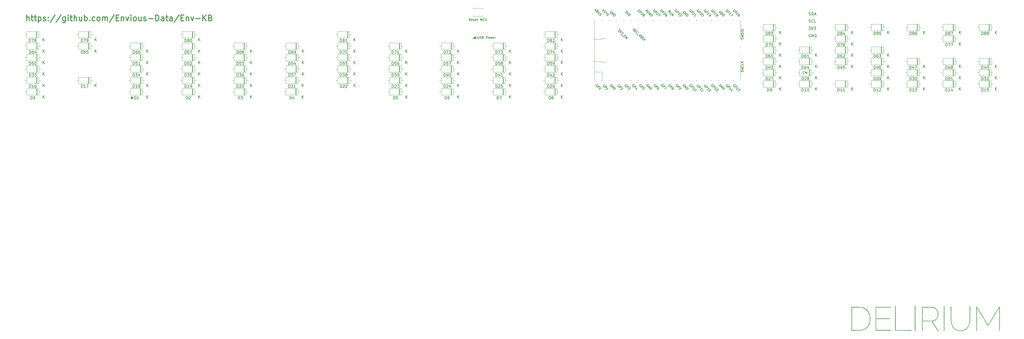
<source format=gto>
G04 #@! TF.GenerationSoftware,KiCad,Pcbnew,(5.1.9)-1*
G04 #@! TF.CreationDate,2021-06-14T20:25:05+01:00*
G04 #@! TF.ProjectId,ENV_KB_RGB,454e565f-4b42-45f5-9247-422e6b696361,Rev.1*
G04 #@! TF.SameCoordinates,Original*
G04 #@! TF.FileFunction,Legend,Top*
G04 #@! TF.FilePolarity,Positive*
%FSLAX46Y46*%
G04 Gerber Fmt 4.6, Leading zero omitted, Abs format (unit mm)*
G04 Created by KiCad (PCBNEW (5.1.9)-1) date 2021-06-14 20:25:05*
%MOMM*%
%LPD*%
G01*
G04 APERTURE LIST*
%ADD10C,0.200000*%
%ADD11C,0.100000*%
%ADD12C,0.153000*%
%ADD13C,0.300000*%
%ADD14C,0.010000*%
%ADD15C,0.120000*%
%ADD16C,0.150000*%
%ADD17C,4.089800*%
%ADD18C,3.150000*%
%ADD19C,1.852000*%
%ADD20C,3.102000*%
%ADD21C,0.752000*%
%ADD22O,1.702000X1.702000*%
%ADD23O,1.802000X1.802000*%
%ADD24C,3.302000*%
G04 APERTURE END LIST*
D10*
X316991904Y-69060000D02*
X316896666Y-69012380D01*
X316753809Y-69012380D01*
X316610952Y-69060000D01*
X316515714Y-69155238D01*
X316468095Y-69250476D01*
X316420476Y-69440952D01*
X316420476Y-69583809D01*
X316468095Y-69774285D01*
X316515714Y-69869523D01*
X316610952Y-69964761D01*
X316753809Y-70012380D01*
X316849047Y-70012380D01*
X316991904Y-69964761D01*
X317039523Y-69917142D01*
X317039523Y-69583809D01*
X316849047Y-69583809D01*
X317468095Y-70012380D02*
X317468095Y-69012380D01*
X318039523Y-70012380D01*
X318039523Y-69012380D01*
X318515714Y-70012380D02*
X318515714Y-69012380D01*
X318753809Y-69012380D01*
X318896666Y-69060000D01*
X318991904Y-69155238D01*
X319039523Y-69250476D01*
X319087142Y-69440952D01*
X319087142Y-69583809D01*
X319039523Y-69774285D01*
X318991904Y-69869523D01*
X318896666Y-69964761D01*
X318753809Y-70012380D01*
X318515714Y-70012380D01*
X316372857Y-66487380D02*
X316991904Y-66487380D01*
X316658571Y-66868333D01*
X316801428Y-66868333D01*
X316896666Y-66915952D01*
X316944285Y-66963571D01*
X316991904Y-67058809D01*
X316991904Y-67296904D01*
X316944285Y-67392142D01*
X316896666Y-67439761D01*
X316801428Y-67487380D01*
X316515714Y-67487380D01*
X316420476Y-67439761D01*
X316372857Y-67392142D01*
X317277619Y-66487380D02*
X317610952Y-67487380D01*
X317944285Y-66487380D01*
X318182380Y-66487380D02*
X318801428Y-66487380D01*
X318468095Y-66868333D01*
X318610952Y-66868333D01*
X318706190Y-66915952D01*
X318753809Y-66963571D01*
X318801428Y-67058809D01*
X318801428Y-67296904D01*
X318753809Y-67392142D01*
X318706190Y-67439761D01*
X318610952Y-67487380D01*
X318325238Y-67487380D01*
X318230000Y-67439761D01*
X318182380Y-67392142D01*
X316420476Y-64889761D02*
X316563333Y-64937380D01*
X316801428Y-64937380D01*
X316896666Y-64889761D01*
X316944285Y-64842142D01*
X316991904Y-64746904D01*
X316991904Y-64651666D01*
X316944285Y-64556428D01*
X316896666Y-64508809D01*
X316801428Y-64461190D01*
X316610952Y-64413571D01*
X316515714Y-64365952D01*
X316468095Y-64318333D01*
X316420476Y-64223095D01*
X316420476Y-64127857D01*
X316468095Y-64032619D01*
X316515714Y-63985000D01*
X316610952Y-63937380D01*
X316849047Y-63937380D01*
X316991904Y-63985000D01*
X317991904Y-64842142D02*
X317944285Y-64889761D01*
X317801428Y-64937380D01*
X317706190Y-64937380D01*
X317563333Y-64889761D01*
X317468095Y-64794523D01*
X317420476Y-64699285D01*
X317372857Y-64508809D01*
X317372857Y-64365952D01*
X317420476Y-64175476D01*
X317468095Y-64080238D01*
X317563333Y-63985000D01*
X317706190Y-63937380D01*
X317801428Y-63937380D01*
X317944285Y-63985000D01*
X317991904Y-64032619D01*
X318896666Y-64937380D02*
X318420476Y-64937380D01*
X318420476Y-63937380D01*
D11*
G36*
X80675000Y-91260000D02*
G01*
X79825000Y-91835000D01*
X79825000Y-90685000D01*
X80675000Y-91260000D01*
G37*
X80675000Y-91260000D02*
X79825000Y-91835000D01*
X79825000Y-90685000D01*
X80675000Y-91260000D01*
D12*
X314925476Y-82770714D02*
X314887380Y-82808809D01*
X314773095Y-82846904D01*
X314696904Y-82846904D01*
X314582619Y-82808809D01*
X314506428Y-82732619D01*
X314468333Y-82656428D01*
X314430238Y-82504047D01*
X314430238Y-82389761D01*
X314468333Y-82237380D01*
X314506428Y-82161190D01*
X314582619Y-82085000D01*
X314696904Y-82046904D01*
X314773095Y-82046904D01*
X314887380Y-82085000D01*
X314925476Y-82123095D01*
X315192142Y-82046904D02*
X315382619Y-82846904D01*
X315535000Y-82275476D01*
X315687380Y-82846904D01*
X315877857Y-82046904D01*
D11*
G36*
X200530000Y-70585000D02*
G01*
X199130000Y-70585000D01*
X199830000Y-69785000D01*
X200530000Y-70585000D01*
G37*
X200530000Y-70585000D02*
X199130000Y-70585000D01*
X199830000Y-69785000D01*
X200530000Y-70585000D01*
D12*
X198353571Y-64346904D02*
X198086904Y-63965952D01*
X197896428Y-64346904D02*
X197896428Y-63546904D01*
X198201190Y-63546904D01*
X198277380Y-63585000D01*
X198315476Y-63623095D01*
X198353571Y-63699285D01*
X198353571Y-63813571D01*
X198315476Y-63889761D01*
X198277380Y-63927857D01*
X198201190Y-63965952D01*
X197896428Y-63965952D01*
X199001190Y-64308809D02*
X198925000Y-64346904D01*
X198772619Y-64346904D01*
X198696428Y-64308809D01*
X198658333Y-64232619D01*
X198658333Y-63927857D01*
X198696428Y-63851666D01*
X198772619Y-63813571D01*
X198925000Y-63813571D01*
X199001190Y-63851666D01*
X199039285Y-63927857D01*
X199039285Y-64004047D01*
X198658333Y-64080238D01*
X199344047Y-64308809D02*
X199420238Y-64346904D01*
X199572619Y-64346904D01*
X199648809Y-64308809D01*
X199686904Y-64232619D01*
X199686904Y-64194523D01*
X199648809Y-64118333D01*
X199572619Y-64080238D01*
X199458333Y-64080238D01*
X199382142Y-64042142D01*
X199344047Y-63965952D01*
X199344047Y-63927857D01*
X199382142Y-63851666D01*
X199458333Y-63813571D01*
X199572619Y-63813571D01*
X199648809Y-63851666D01*
X200334523Y-64308809D02*
X200258333Y-64346904D01*
X200105952Y-64346904D01*
X200029761Y-64308809D01*
X199991666Y-64232619D01*
X199991666Y-63927857D01*
X200029761Y-63851666D01*
X200105952Y-63813571D01*
X200258333Y-63813571D01*
X200334523Y-63851666D01*
X200372619Y-63927857D01*
X200372619Y-64004047D01*
X199991666Y-64080238D01*
X200601190Y-63813571D02*
X200905952Y-63813571D01*
X200715476Y-63546904D02*
X200715476Y-64232619D01*
X200753571Y-64308809D01*
X200829761Y-64346904D01*
X200905952Y-64346904D01*
X201782142Y-64346904D02*
X201782142Y-63546904D01*
X202048809Y-64118333D01*
X202315476Y-63546904D01*
X202315476Y-64346904D01*
X203153571Y-64270714D02*
X203115476Y-64308809D01*
X203001190Y-64346904D01*
X202925000Y-64346904D01*
X202810714Y-64308809D01*
X202734523Y-64232619D01*
X202696428Y-64156428D01*
X202658333Y-64004047D01*
X202658333Y-63889761D01*
X202696428Y-63737380D01*
X202734523Y-63661190D01*
X202810714Y-63585000D01*
X202925000Y-63546904D01*
X203001190Y-63546904D01*
X203115476Y-63585000D01*
X203153571Y-63623095D01*
X203496428Y-63546904D02*
X203496428Y-64194523D01*
X203534523Y-64270714D01*
X203572619Y-64308809D01*
X203648809Y-64346904D01*
X203801190Y-64346904D01*
X203877380Y-64308809D01*
X203915476Y-64270714D01*
X203953571Y-64194523D01*
X203953571Y-63546904D01*
D10*
X316420476Y-62339761D02*
X316563333Y-62387380D01*
X316801428Y-62387380D01*
X316896666Y-62339761D01*
X316944285Y-62292142D01*
X316991904Y-62196904D01*
X316991904Y-62101666D01*
X316944285Y-62006428D01*
X316896666Y-61958809D01*
X316801428Y-61911190D01*
X316610952Y-61863571D01*
X316515714Y-61815952D01*
X316468095Y-61768333D01*
X316420476Y-61673095D01*
X316420476Y-61577857D01*
X316468095Y-61482619D01*
X316515714Y-61435000D01*
X316610952Y-61387380D01*
X316849047Y-61387380D01*
X316991904Y-61435000D01*
X317420476Y-62387380D02*
X317420476Y-61387380D01*
X317658571Y-61387380D01*
X317801428Y-61435000D01*
X317896666Y-61530238D01*
X317944285Y-61625476D01*
X317991904Y-61815952D01*
X317991904Y-61958809D01*
X317944285Y-62149285D01*
X317896666Y-62244523D01*
X317801428Y-62339761D01*
X317658571Y-62387380D01*
X317420476Y-62387380D01*
X318372857Y-62101666D02*
X318849047Y-62101666D01*
X318277619Y-62387380D02*
X318610952Y-61387380D01*
X318944285Y-62387380D01*
D12*
X200794926Y-69746904D02*
X200794926Y-70394523D01*
X200833021Y-70470714D01*
X200871116Y-70508809D01*
X200947307Y-70546904D01*
X201099688Y-70546904D01*
X201175878Y-70508809D01*
X201213973Y-70470714D01*
X201252069Y-70394523D01*
X201252069Y-69746904D01*
X201594926Y-70508809D02*
X201709211Y-70546904D01*
X201899688Y-70546904D01*
X201975878Y-70508809D01*
X202013973Y-70470714D01*
X202052069Y-70394523D01*
X202052069Y-70318333D01*
X202013973Y-70242142D01*
X201975878Y-70204047D01*
X201899688Y-70165952D01*
X201747307Y-70127857D01*
X201671116Y-70089761D01*
X201633021Y-70051666D01*
X201594926Y-69975476D01*
X201594926Y-69899285D01*
X201633021Y-69823095D01*
X201671116Y-69785000D01*
X201747307Y-69746904D01*
X201937783Y-69746904D01*
X202052069Y-69785000D01*
X202661592Y-70127857D02*
X202775878Y-70165952D01*
X202813973Y-70204047D01*
X202852069Y-70280238D01*
X202852069Y-70394523D01*
X202813973Y-70470714D01*
X202775878Y-70508809D01*
X202699688Y-70546904D01*
X202394926Y-70546904D01*
X202394926Y-69746904D01*
X202661592Y-69746904D01*
X202737783Y-69785000D01*
X202775878Y-69823095D01*
X202813973Y-69899285D01*
X202813973Y-69975476D01*
X202775878Y-70051666D01*
X202737783Y-70089761D01*
X202661592Y-70127857D01*
X202394926Y-70127857D01*
X203804450Y-70546904D02*
X203804450Y-69746904D01*
X204109211Y-69746904D01*
X204185402Y-69785000D01*
X204223497Y-69823095D01*
X204261592Y-69899285D01*
X204261592Y-70013571D01*
X204223497Y-70089761D01*
X204185402Y-70127857D01*
X204109211Y-70165952D01*
X203804450Y-70165952D01*
X204718735Y-70546904D02*
X204642545Y-70508809D01*
X204604450Y-70470714D01*
X204566354Y-70394523D01*
X204566354Y-70165952D01*
X204604450Y-70089761D01*
X204642545Y-70051666D01*
X204718735Y-70013571D01*
X204833021Y-70013571D01*
X204909211Y-70051666D01*
X204947307Y-70089761D01*
X204985402Y-70165952D01*
X204985402Y-70394523D01*
X204947307Y-70470714D01*
X204909211Y-70508809D01*
X204833021Y-70546904D01*
X204718735Y-70546904D01*
X205252069Y-70013571D02*
X205404450Y-70546904D01*
X205556830Y-70165952D01*
X205709211Y-70546904D01*
X205861592Y-70013571D01*
X206471116Y-70508809D02*
X206394926Y-70546904D01*
X206242545Y-70546904D01*
X206166354Y-70508809D01*
X206128259Y-70432619D01*
X206128259Y-70127857D01*
X206166354Y-70051666D01*
X206242545Y-70013571D01*
X206394926Y-70013571D01*
X206471116Y-70051666D01*
X206509211Y-70127857D01*
X206509211Y-70204047D01*
X206128259Y-70280238D01*
X206852069Y-70546904D02*
X206852069Y-70013571D01*
X206852069Y-70165952D02*
X206890164Y-70089761D01*
X206928259Y-70051666D01*
X207004450Y-70013571D01*
X207080640Y-70013571D01*
D13*
X43371190Y-64364761D02*
X43371190Y-62364761D01*
X44228333Y-64364761D02*
X44228333Y-63317142D01*
X44133095Y-63126666D01*
X43942619Y-63031428D01*
X43656904Y-63031428D01*
X43466428Y-63126666D01*
X43371190Y-63221904D01*
X44895000Y-63031428D02*
X45656904Y-63031428D01*
X45180714Y-62364761D02*
X45180714Y-64079047D01*
X45275952Y-64269523D01*
X45466428Y-64364761D01*
X45656904Y-64364761D01*
X46037857Y-63031428D02*
X46799761Y-63031428D01*
X46323571Y-62364761D02*
X46323571Y-64079047D01*
X46418809Y-64269523D01*
X46609285Y-64364761D01*
X46799761Y-64364761D01*
X47466428Y-63031428D02*
X47466428Y-65031428D01*
X47466428Y-63126666D02*
X47656904Y-63031428D01*
X48037857Y-63031428D01*
X48228333Y-63126666D01*
X48323571Y-63221904D01*
X48418809Y-63412380D01*
X48418809Y-63983809D01*
X48323571Y-64174285D01*
X48228333Y-64269523D01*
X48037857Y-64364761D01*
X47656904Y-64364761D01*
X47466428Y-64269523D01*
X49180714Y-64269523D02*
X49371190Y-64364761D01*
X49752142Y-64364761D01*
X49942619Y-64269523D01*
X50037857Y-64079047D01*
X50037857Y-63983809D01*
X49942619Y-63793333D01*
X49752142Y-63698095D01*
X49466428Y-63698095D01*
X49275952Y-63602857D01*
X49180714Y-63412380D01*
X49180714Y-63317142D01*
X49275952Y-63126666D01*
X49466428Y-63031428D01*
X49752142Y-63031428D01*
X49942619Y-63126666D01*
X50895000Y-64174285D02*
X50990238Y-64269523D01*
X50895000Y-64364761D01*
X50799761Y-64269523D01*
X50895000Y-64174285D01*
X50895000Y-64364761D01*
X50895000Y-63126666D02*
X50990238Y-63221904D01*
X50895000Y-63317142D01*
X50799761Y-63221904D01*
X50895000Y-63126666D01*
X50895000Y-63317142D01*
X53275952Y-62269523D02*
X51561666Y-64840952D01*
X55371190Y-62269523D02*
X53656904Y-64840952D01*
X56895000Y-63031428D02*
X56895000Y-64650476D01*
X56799761Y-64840952D01*
X56704523Y-64936190D01*
X56514047Y-65031428D01*
X56228333Y-65031428D01*
X56037857Y-64936190D01*
X56895000Y-64269523D02*
X56704523Y-64364761D01*
X56323571Y-64364761D01*
X56133095Y-64269523D01*
X56037857Y-64174285D01*
X55942619Y-63983809D01*
X55942619Y-63412380D01*
X56037857Y-63221904D01*
X56133095Y-63126666D01*
X56323571Y-63031428D01*
X56704523Y-63031428D01*
X56895000Y-63126666D01*
X57847380Y-64364761D02*
X57847380Y-63031428D01*
X57847380Y-62364761D02*
X57752142Y-62460000D01*
X57847380Y-62555238D01*
X57942619Y-62460000D01*
X57847380Y-62364761D01*
X57847380Y-62555238D01*
X58514047Y-63031428D02*
X59275952Y-63031428D01*
X58799761Y-62364761D02*
X58799761Y-64079047D01*
X58895000Y-64269523D01*
X59085476Y-64364761D01*
X59275952Y-64364761D01*
X59942619Y-64364761D02*
X59942619Y-62364761D01*
X60799761Y-64364761D02*
X60799761Y-63317142D01*
X60704523Y-63126666D01*
X60514047Y-63031428D01*
X60228333Y-63031428D01*
X60037857Y-63126666D01*
X59942619Y-63221904D01*
X62609285Y-63031428D02*
X62609285Y-64364761D01*
X61752142Y-63031428D02*
X61752142Y-64079047D01*
X61847380Y-64269523D01*
X62037857Y-64364761D01*
X62323571Y-64364761D01*
X62514047Y-64269523D01*
X62609285Y-64174285D01*
X63561666Y-64364761D02*
X63561666Y-62364761D01*
X63561666Y-63126666D02*
X63752142Y-63031428D01*
X64133095Y-63031428D01*
X64323571Y-63126666D01*
X64418809Y-63221904D01*
X64514047Y-63412380D01*
X64514047Y-63983809D01*
X64418809Y-64174285D01*
X64323571Y-64269523D01*
X64133095Y-64364761D01*
X63752142Y-64364761D01*
X63561666Y-64269523D01*
X65371190Y-64174285D02*
X65466428Y-64269523D01*
X65371190Y-64364761D01*
X65275952Y-64269523D01*
X65371190Y-64174285D01*
X65371190Y-64364761D01*
X67180714Y-64269523D02*
X66990238Y-64364761D01*
X66609285Y-64364761D01*
X66418809Y-64269523D01*
X66323571Y-64174285D01*
X66228333Y-63983809D01*
X66228333Y-63412380D01*
X66323571Y-63221904D01*
X66418809Y-63126666D01*
X66609285Y-63031428D01*
X66990238Y-63031428D01*
X67180714Y-63126666D01*
X68323571Y-64364761D02*
X68133095Y-64269523D01*
X68037857Y-64174285D01*
X67942619Y-63983809D01*
X67942619Y-63412380D01*
X68037857Y-63221904D01*
X68133095Y-63126666D01*
X68323571Y-63031428D01*
X68609285Y-63031428D01*
X68799761Y-63126666D01*
X68895000Y-63221904D01*
X68990238Y-63412380D01*
X68990238Y-63983809D01*
X68895000Y-64174285D01*
X68799761Y-64269523D01*
X68609285Y-64364761D01*
X68323571Y-64364761D01*
X69847380Y-64364761D02*
X69847380Y-63031428D01*
X69847380Y-63221904D02*
X69942619Y-63126666D01*
X70133095Y-63031428D01*
X70418809Y-63031428D01*
X70609285Y-63126666D01*
X70704523Y-63317142D01*
X70704523Y-64364761D01*
X70704523Y-63317142D02*
X70799761Y-63126666D01*
X70990238Y-63031428D01*
X71275952Y-63031428D01*
X71466428Y-63126666D01*
X71561666Y-63317142D01*
X71561666Y-64364761D01*
X73942619Y-62269523D02*
X72228333Y-64840952D01*
X74609285Y-63317142D02*
X75275952Y-63317142D01*
X75561666Y-64364761D02*
X74609285Y-64364761D01*
X74609285Y-62364761D01*
X75561666Y-62364761D01*
X76418809Y-63031428D02*
X76418809Y-64364761D01*
X76418809Y-63221904D02*
X76514047Y-63126666D01*
X76704523Y-63031428D01*
X76990238Y-63031428D01*
X77180714Y-63126666D01*
X77275952Y-63317142D01*
X77275952Y-64364761D01*
X78037857Y-63031428D02*
X78514047Y-64364761D01*
X78990238Y-63031428D01*
X79752142Y-64364761D02*
X79752142Y-63031428D01*
X79752142Y-62364761D02*
X79656904Y-62460000D01*
X79752142Y-62555238D01*
X79847380Y-62460000D01*
X79752142Y-62364761D01*
X79752142Y-62555238D01*
X80990238Y-64364761D02*
X80799761Y-64269523D01*
X80704523Y-64174285D01*
X80609285Y-63983809D01*
X80609285Y-63412380D01*
X80704523Y-63221904D01*
X80799761Y-63126666D01*
X80990238Y-63031428D01*
X81275952Y-63031428D01*
X81466428Y-63126666D01*
X81561666Y-63221904D01*
X81656904Y-63412380D01*
X81656904Y-63983809D01*
X81561666Y-64174285D01*
X81466428Y-64269523D01*
X81275952Y-64364761D01*
X80990238Y-64364761D01*
X83371190Y-63031428D02*
X83371190Y-64364761D01*
X82514047Y-63031428D02*
X82514047Y-64079047D01*
X82609285Y-64269523D01*
X82799761Y-64364761D01*
X83085476Y-64364761D01*
X83275952Y-64269523D01*
X83371190Y-64174285D01*
X84228333Y-64269523D02*
X84418809Y-64364761D01*
X84799761Y-64364761D01*
X84990238Y-64269523D01*
X85085476Y-64079047D01*
X85085476Y-63983809D01*
X84990238Y-63793333D01*
X84799761Y-63698095D01*
X84514047Y-63698095D01*
X84323571Y-63602857D01*
X84228333Y-63412380D01*
X84228333Y-63317142D01*
X84323571Y-63126666D01*
X84514047Y-63031428D01*
X84799761Y-63031428D01*
X84990238Y-63126666D01*
X85942619Y-63602857D02*
X87466428Y-63602857D01*
X88418809Y-64364761D02*
X88418809Y-62364761D01*
X88895000Y-62364761D01*
X89180714Y-62460000D01*
X89371190Y-62650476D01*
X89466428Y-62840952D01*
X89561666Y-63221904D01*
X89561666Y-63507619D01*
X89466428Y-63888571D01*
X89371190Y-64079047D01*
X89180714Y-64269523D01*
X88895000Y-64364761D01*
X88418809Y-64364761D01*
X91275952Y-64364761D02*
X91275952Y-63317142D01*
X91180714Y-63126666D01*
X90990238Y-63031428D01*
X90609285Y-63031428D01*
X90418809Y-63126666D01*
X91275952Y-64269523D02*
X91085476Y-64364761D01*
X90609285Y-64364761D01*
X90418809Y-64269523D01*
X90323571Y-64079047D01*
X90323571Y-63888571D01*
X90418809Y-63698095D01*
X90609285Y-63602857D01*
X91085476Y-63602857D01*
X91275952Y-63507619D01*
X91942619Y-63031428D02*
X92704523Y-63031428D01*
X92228333Y-62364761D02*
X92228333Y-64079047D01*
X92323571Y-64269523D01*
X92514047Y-64364761D01*
X92704523Y-64364761D01*
X94228333Y-64364761D02*
X94228333Y-63317142D01*
X94133095Y-63126666D01*
X93942619Y-63031428D01*
X93561666Y-63031428D01*
X93371190Y-63126666D01*
X94228333Y-64269523D02*
X94037857Y-64364761D01*
X93561666Y-64364761D01*
X93371190Y-64269523D01*
X93275952Y-64079047D01*
X93275952Y-63888571D01*
X93371190Y-63698095D01*
X93561666Y-63602857D01*
X94037857Y-63602857D01*
X94228333Y-63507619D01*
X96609285Y-62269523D02*
X94894999Y-64840952D01*
X97275952Y-63317142D02*
X97942619Y-63317142D01*
X98228333Y-64364761D02*
X97275952Y-64364761D01*
X97275952Y-62364761D01*
X98228333Y-62364761D01*
X99085476Y-63031428D02*
X99085476Y-64364761D01*
X99085476Y-63221904D02*
X99180714Y-63126666D01*
X99371190Y-63031428D01*
X99656904Y-63031428D01*
X99847380Y-63126666D01*
X99942619Y-63317142D01*
X99942619Y-64364761D01*
X100704523Y-63031428D02*
X101180714Y-64364761D01*
X101656904Y-63031428D01*
X102418809Y-63602857D02*
X103942619Y-63602857D01*
X104894999Y-64364761D02*
X104894999Y-62364761D01*
X106037857Y-64364761D02*
X105180714Y-63221904D01*
X106037857Y-62364761D02*
X104894999Y-63507619D01*
X107561666Y-63317142D02*
X107847380Y-63412380D01*
X107942619Y-63507619D01*
X108037857Y-63698095D01*
X108037857Y-63983809D01*
X107942619Y-64174285D01*
X107847380Y-64269523D01*
X107656904Y-64364761D01*
X106894999Y-64364761D01*
X106894999Y-62364761D01*
X107561666Y-62364761D01*
X107752142Y-62460000D01*
X107847380Y-62555238D01*
X107942619Y-62745714D01*
X107942619Y-62936190D01*
X107847380Y-63126666D01*
X107752142Y-63221904D01*
X107561666Y-63317142D01*
X106894999Y-63317142D01*
D14*
G36*
X361575793Y-172572513D02*
G01*
X361602907Y-172595501D01*
X361626237Y-172653249D01*
X361623016Y-172713114D01*
X361595400Y-172761066D01*
X361549096Y-172787665D01*
X361492944Y-172794132D01*
X361441329Y-172780230D01*
X361420225Y-172763966D01*
X361397971Y-172718906D01*
X361393235Y-172662645D01*
X361405765Y-172610473D01*
X361423167Y-172585891D01*
X361469388Y-172562366D01*
X361524899Y-172558154D01*
X361575793Y-172572513D01*
G37*
X361575793Y-172572513D02*
X361602907Y-172595501D01*
X361626237Y-172653249D01*
X361623016Y-172713114D01*
X361595400Y-172761066D01*
X361549096Y-172787665D01*
X361492944Y-172794132D01*
X361441329Y-172780230D01*
X361420225Y-172763966D01*
X361397971Y-172718906D01*
X361393235Y-172662645D01*
X361405765Y-172610473D01*
X361423167Y-172585891D01*
X361469388Y-172562366D01*
X361524899Y-172558154D01*
X361575793Y-172572513D01*
G36*
X369604674Y-172569436D02*
G01*
X369641341Y-172604886D01*
X369655435Y-172665329D01*
X369655667Y-172676400D01*
X369648777Y-172727712D01*
X369631567Y-172765543D01*
X369629057Y-172768323D01*
X369586127Y-172790278D01*
X369530456Y-172793442D01*
X369477060Y-172778432D01*
X369452467Y-172761066D01*
X369422168Y-172710964D01*
X369419774Y-172657245D01*
X369441508Y-172608259D01*
X369483591Y-172572354D01*
X369542248Y-172557882D01*
X369544391Y-172557866D01*
X369604674Y-172569436D01*
G37*
X369604674Y-172569436D02*
X369641341Y-172604886D01*
X369655435Y-172665329D01*
X369655667Y-172676400D01*
X369648777Y-172727712D01*
X369631567Y-172765543D01*
X369629057Y-172768323D01*
X369586127Y-172790278D01*
X369530456Y-172793442D01*
X369477060Y-172778432D01*
X369452467Y-172761066D01*
X369422168Y-172710964D01*
X369419774Y-172657245D01*
X369441508Y-172608259D01*
X369483591Y-172572354D01*
X369542248Y-172557882D01*
X369544391Y-172557866D01*
X369604674Y-172569436D01*
G36*
X369151662Y-172551593D02*
G01*
X369190097Y-172584864D01*
X369205629Y-172642684D01*
X369206164Y-172659466D01*
X369195573Y-172723142D01*
X369162518Y-172761827D01*
X369105073Y-172777461D01*
X369088400Y-172778000D01*
X369039460Y-172770421D01*
X369003121Y-172754246D01*
X368978990Y-172721610D01*
X368970701Y-172666529D01*
X368970637Y-172659466D01*
X368981227Y-172595791D01*
X369014282Y-172557105D01*
X369071727Y-172541472D01*
X369088400Y-172540933D01*
X369151662Y-172551593D01*
G37*
X369151662Y-172551593D02*
X369190097Y-172584864D01*
X369205629Y-172642684D01*
X369206164Y-172659466D01*
X369195573Y-172723142D01*
X369162518Y-172761827D01*
X369105073Y-172777461D01*
X369088400Y-172778000D01*
X369039460Y-172770421D01*
X369003121Y-172754246D01*
X368978990Y-172721610D01*
X368970701Y-172666529D01*
X368970637Y-172659466D01*
X368981227Y-172595791D01*
X369014282Y-172557105D01*
X369071727Y-172541472D01*
X369088400Y-172540933D01*
X369151662Y-172551593D01*
G36*
X368610034Y-172490392D02*
G01*
X368664038Y-172496076D01*
X368698545Y-172517544D01*
X368722838Y-172554462D01*
X368732322Y-172598713D01*
X368725287Y-172650098D01*
X368705431Y-172694630D01*
X368679796Y-172717235D01*
X368619577Y-172727301D01*
X368559800Y-172716753D01*
X368521134Y-172693333D01*
X368491194Y-172643426D01*
X368488849Y-172589501D01*
X368510297Y-172540234D01*
X368551737Y-172504305D01*
X368609367Y-172490391D01*
X368610034Y-172490392D01*
G37*
X368610034Y-172490392D02*
X368664038Y-172496076D01*
X368698545Y-172517544D01*
X368722838Y-172554462D01*
X368732322Y-172598713D01*
X368725287Y-172650098D01*
X368705431Y-172694630D01*
X368679796Y-172717235D01*
X368619577Y-172727301D01*
X368559800Y-172716753D01*
X368521134Y-172693333D01*
X368491194Y-172643426D01*
X368488849Y-172589501D01*
X368510297Y-172540234D01*
X368551737Y-172504305D01*
X368609367Y-172490391D01*
X368610034Y-172490392D01*
G36*
X370068901Y-172501746D02*
G01*
X370103440Y-172527767D01*
X370126771Y-172585516D01*
X370123550Y-172645381D01*
X370095934Y-172693333D01*
X370049629Y-172719931D01*
X369993477Y-172726399D01*
X369941863Y-172712496D01*
X369920758Y-172696233D01*
X369899746Y-172653214D01*
X369893718Y-172597492D01*
X369902796Y-172544721D01*
X369919343Y-172516742D01*
X369961744Y-172494402D01*
X370016418Y-172489692D01*
X370068901Y-172501746D01*
G37*
X370068901Y-172501746D02*
X370103440Y-172527767D01*
X370126771Y-172585516D01*
X370123550Y-172645381D01*
X370095934Y-172693333D01*
X370049629Y-172719931D01*
X369993477Y-172726399D01*
X369941863Y-172712496D01*
X369920758Y-172696233D01*
X369899746Y-172653214D01*
X369893718Y-172597492D01*
X369902796Y-172544721D01*
X369919343Y-172516742D01*
X369961744Y-172494402D01*
X370016418Y-172489692D01*
X370068901Y-172501746D01*
G36*
X346664195Y-172466926D02*
G01*
X346702630Y-172500197D01*
X346718162Y-172558017D01*
X346718697Y-172574800D01*
X346708107Y-172638475D01*
X346675051Y-172677161D01*
X346617607Y-172692794D01*
X346600934Y-172693333D01*
X346551993Y-172685754D01*
X346515655Y-172669579D01*
X346491524Y-172636944D01*
X346483234Y-172581863D01*
X346483170Y-172574800D01*
X346493760Y-172511124D01*
X346526816Y-172472438D01*
X346584260Y-172456805D01*
X346600934Y-172456266D01*
X346664195Y-172466926D01*
G37*
X346664195Y-172466926D02*
X346702630Y-172500197D01*
X346718162Y-172558017D01*
X346718697Y-172574800D01*
X346708107Y-172638475D01*
X346675051Y-172677161D01*
X346617607Y-172692794D01*
X346600934Y-172693333D01*
X346551993Y-172685754D01*
X346515655Y-172669579D01*
X346491524Y-172636944D01*
X346483234Y-172581863D01*
X346483170Y-172574800D01*
X346493760Y-172511124D01*
X346526816Y-172472438D01*
X346584260Y-172456805D01*
X346600934Y-172456266D01*
X346664195Y-172466926D01*
G36*
X347074164Y-172466392D02*
G01*
X347106309Y-172487233D01*
X347128563Y-172532293D01*
X347133299Y-172588554D01*
X347120769Y-172640726D01*
X347103367Y-172665308D01*
X347054746Y-172688978D01*
X346996433Y-172690363D01*
X346943772Y-172669981D01*
X346931134Y-172659466D01*
X346901005Y-172609456D01*
X346898645Y-172555636D01*
X346920269Y-172506502D01*
X346962093Y-172470549D01*
X347020333Y-172456272D01*
X347021642Y-172456266D01*
X347074164Y-172466392D01*
G37*
X347074164Y-172466392D02*
X347106309Y-172487233D01*
X347128563Y-172532293D01*
X347133299Y-172588554D01*
X347120769Y-172640726D01*
X347103367Y-172665308D01*
X347054746Y-172688978D01*
X346996433Y-172690363D01*
X346943772Y-172669981D01*
X346931134Y-172659466D01*
X346901005Y-172609456D01*
X346898645Y-172555636D01*
X346920269Y-172506502D01*
X346962093Y-172470549D01*
X347020333Y-172456272D01*
X347021642Y-172456266D01*
X347074164Y-172466392D01*
G36*
X347511162Y-172479618D02*
G01*
X347523800Y-172490133D01*
X347553929Y-172540143D01*
X347556289Y-172593963D01*
X347534665Y-172643097D01*
X347492841Y-172679050D01*
X347434600Y-172693327D01*
X347433291Y-172693333D01*
X347380770Y-172683207D01*
X347348625Y-172662366D01*
X347326371Y-172617306D01*
X347321635Y-172561045D01*
X347334165Y-172508873D01*
X347351567Y-172484291D01*
X347400187Y-172460621D01*
X347458500Y-172459236D01*
X347511162Y-172479618D01*
G37*
X347511162Y-172479618D02*
X347523800Y-172490133D01*
X347553929Y-172540143D01*
X347556289Y-172593963D01*
X347534665Y-172643097D01*
X347492841Y-172679050D01*
X347434600Y-172693327D01*
X347433291Y-172693333D01*
X347380770Y-172683207D01*
X347348625Y-172662366D01*
X347326371Y-172617306D01*
X347321635Y-172561045D01*
X347334165Y-172508873D01*
X347351567Y-172484291D01*
X347400187Y-172460621D01*
X347458500Y-172459236D01*
X347511162Y-172479618D01*
G36*
X347917262Y-172466926D02*
G01*
X347955697Y-172500197D01*
X347971229Y-172558017D01*
X347971764Y-172574800D01*
X347961173Y-172638475D01*
X347928118Y-172677161D01*
X347870673Y-172692794D01*
X347854000Y-172693333D01*
X347805060Y-172685754D01*
X347768721Y-172669579D01*
X347744590Y-172636944D01*
X347736301Y-172581863D01*
X347736237Y-172574800D01*
X347746827Y-172511124D01*
X347779882Y-172472438D01*
X347837327Y-172456805D01*
X347854000Y-172456266D01*
X347917262Y-172466926D01*
G37*
X347917262Y-172466926D02*
X347955697Y-172500197D01*
X347971229Y-172558017D01*
X347971764Y-172574800D01*
X347961173Y-172638475D01*
X347928118Y-172677161D01*
X347870673Y-172692794D01*
X347854000Y-172693333D01*
X347805060Y-172685754D01*
X347768721Y-172669579D01*
X347744590Y-172636944D01*
X347736301Y-172581863D01*
X347736237Y-172574800D01*
X347746827Y-172511124D01*
X347779882Y-172472438D01*
X347837327Y-172456805D01*
X347854000Y-172456266D01*
X347917262Y-172466926D01*
G36*
X348330911Y-172468441D02*
G01*
X348370936Y-172504816D01*
X348387054Y-172565163D01*
X348387400Y-172577742D01*
X348374478Y-172638993D01*
X348336422Y-172677784D01*
X348274297Y-172693115D01*
X348264260Y-172693333D01*
X348210698Y-172684511D01*
X348176694Y-172655698D01*
X348156154Y-172610150D01*
X348150334Y-172574800D01*
X348163920Y-172512522D01*
X348202439Y-172471896D01*
X348262527Y-172456329D01*
X348267203Y-172456266D01*
X348330911Y-172468441D01*
G37*
X348330911Y-172468441D02*
X348370936Y-172504816D01*
X348387054Y-172565163D01*
X348387400Y-172577742D01*
X348374478Y-172638993D01*
X348336422Y-172677784D01*
X348274297Y-172693115D01*
X348264260Y-172693333D01*
X348210698Y-172684511D01*
X348176694Y-172655698D01*
X348156154Y-172610150D01*
X348150334Y-172574800D01*
X348163920Y-172512522D01*
X348202439Y-172471896D01*
X348262527Y-172456329D01*
X348267203Y-172456266D01*
X348330911Y-172468441D01*
G36*
X348764229Y-172479618D02*
G01*
X348776867Y-172490133D01*
X348806995Y-172540143D01*
X348809355Y-172593963D01*
X348787731Y-172643097D01*
X348745907Y-172679050D01*
X348687667Y-172693327D01*
X348686358Y-172693333D01*
X348633836Y-172683207D01*
X348601691Y-172662366D01*
X348579438Y-172617306D01*
X348574702Y-172561045D01*
X348587231Y-172508873D01*
X348604634Y-172484291D01*
X348653254Y-172460621D01*
X348711567Y-172459236D01*
X348764229Y-172479618D01*
G37*
X348764229Y-172479618D02*
X348776867Y-172490133D01*
X348806995Y-172540143D01*
X348809355Y-172593963D01*
X348787731Y-172643097D01*
X348745907Y-172679050D01*
X348687667Y-172693327D01*
X348686358Y-172693333D01*
X348633836Y-172683207D01*
X348601691Y-172662366D01*
X348579438Y-172617306D01*
X348574702Y-172561045D01*
X348587231Y-172508873D01*
X348604634Y-172484291D01*
X348653254Y-172460621D01*
X348711567Y-172459236D01*
X348764229Y-172479618D01*
G36*
X349102834Y-172456525D02*
G01*
X349156762Y-172462183D01*
X349191266Y-172483652D01*
X349216038Y-172521343D01*
X349228646Y-172578620D01*
X349212739Y-172636844D01*
X349190499Y-172666749D01*
X349147588Y-172688686D01*
X349091931Y-172691842D01*
X349038542Y-172676838D01*
X349013934Y-172659466D01*
X348983994Y-172609560D01*
X348981649Y-172555634D01*
X349003097Y-172506367D01*
X349044537Y-172470438D01*
X349102167Y-172456524D01*
X349102834Y-172456525D01*
G37*
X349102834Y-172456525D02*
X349156762Y-172462183D01*
X349191266Y-172483652D01*
X349216038Y-172521343D01*
X349228646Y-172578620D01*
X349212739Y-172636844D01*
X349190499Y-172666749D01*
X349147588Y-172688686D01*
X349091931Y-172691842D01*
X349038542Y-172676838D01*
X349013934Y-172659466D01*
X348983994Y-172609560D01*
X348981649Y-172555634D01*
X349003097Y-172506367D01*
X349044537Y-172470438D01*
X349102167Y-172456524D01*
X349102834Y-172456525D01*
G36*
X349587860Y-172469831D02*
G01*
X349612442Y-172487233D01*
X349634696Y-172532293D01*
X349639432Y-172588554D01*
X349626902Y-172640726D01*
X349609500Y-172665308D01*
X349564440Y-172687562D01*
X349508179Y-172692298D01*
X349456007Y-172679768D01*
X349431425Y-172662366D01*
X349409171Y-172617306D01*
X349404435Y-172561045D01*
X349416965Y-172508873D01*
X349434367Y-172484291D01*
X349479427Y-172462037D01*
X349535688Y-172457301D01*
X349587860Y-172469831D01*
G37*
X349587860Y-172469831D02*
X349612442Y-172487233D01*
X349634696Y-172532293D01*
X349639432Y-172588554D01*
X349626902Y-172640726D01*
X349609500Y-172665308D01*
X349564440Y-172687562D01*
X349508179Y-172692298D01*
X349456007Y-172679768D01*
X349431425Y-172662366D01*
X349409171Y-172617306D01*
X349404435Y-172561045D01*
X349416965Y-172508873D01*
X349434367Y-172484291D01*
X349479427Y-172462037D01*
X349535688Y-172457301D01*
X349587860Y-172469831D01*
G36*
X350001349Y-172470780D02*
G01*
X350044557Y-172509571D01*
X350063494Y-172565998D01*
X350063800Y-172574800D01*
X350048782Y-172633122D01*
X350008503Y-172674762D01*
X349950126Y-172692819D01*
X349941033Y-172693074D01*
X349896445Y-172689167D01*
X349866045Y-172680124D01*
X349865893Y-172680029D01*
X349836758Y-172644221D01*
X349821955Y-172591586D01*
X349825307Y-172537492D01*
X349828212Y-172528577D01*
X349852203Y-172483812D01*
X349886963Y-172462159D01*
X349941033Y-172456525D01*
X350001349Y-172470780D01*
G37*
X350001349Y-172470780D02*
X350044557Y-172509571D01*
X350063494Y-172565998D01*
X350063800Y-172574800D01*
X350048782Y-172633122D01*
X350008503Y-172674762D01*
X349950126Y-172692819D01*
X349941033Y-172693074D01*
X349896445Y-172689167D01*
X349866045Y-172680124D01*
X349865893Y-172680029D01*
X349836758Y-172644221D01*
X349821955Y-172591586D01*
X349825307Y-172537492D01*
X349828212Y-172528577D01*
X349852203Y-172483812D01*
X349886963Y-172462159D01*
X349941033Y-172456525D01*
X350001349Y-172470780D01*
G36*
X350419207Y-172467836D02*
G01*
X350455874Y-172503286D01*
X350469968Y-172563729D01*
X350470200Y-172574800D01*
X350463310Y-172626112D01*
X350446101Y-172663943D01*
X350443591Y-172666723D01*
X350400660Y-172688678D01*
X350344989Y-172691842D01*
X350291593Y-172676832D01*
X350267000Y-172659466D01*
X350236702Y-172609364D01*
X350234308Y-172555645D01*
X350256041Y-172506659D01*
X350298125Y-172470754D01*
X350356781Y-172456282D01*
X350358924Y-172456266D01*
X350419207Y-172467836D01*
G37*
X350419207Y-172467836D02*
X350455874Y-172503286D01*
X350469968Y-172563729D01*
X350470200Y-172574800D01*
X350463310Y-172626112D01*
X350446101Y-172663943D01*
X350443591Y-172666723D01*
X350400660Y-172688678D01*
X350344989Y-172691842D01*
X350291593Y-172676832D01*
X350267000Y-172659466D01*
X350236702Y-172609364D01*
X350234308Y-172555645D01*
X350256041Y-172506659D01*
X350298125Y-172470754D01*
X350356781Y-172456282D01*
X350358924Y-172456266D01*
X350419207Y-172467836D01*
G36*
X350840927Y-172469831D02*
G01*
X350865509Y-172487233D01*
X350887763Y-172532293D01*
X350892499Y-172588554D01*
X350879969Y-172640726D01*
X350862567Y-172665308D01*
X350817507Y-172687562D01*
X350761245Y-172692298D01*
X350709074Y-172679768D01*
X350684491Y-172662366D01*
X350662238Y-172617306D01*
X350657502Y-172561045D01*
X350670031Y-172508873D01*
X350687434Y-172484291D01*
X350732493Y-172462037D01*
X350788755Y-172457301D01*
X350840927Y-172469831D01*
G37*
X350840927Y-172469831D02*
X350865509Y-172487233D01*
X350887763Y-172532293D01*
X350892499Y-172588554D01*
X350879969Y-172640726D01*
X350862567Y-172665308D01*
X350817507Y-172687562D01*
X350761245Y-172692298D01*
X350709074Y-172679768D01*
X350684491Y-172662366D01*
X350662238Y-172617306D01*
X350657502Y-172561045D01*
X350670031Y-172508873D01*
X350687434Y-172484291D01*
X350732493Y-172462037D01*
X350788755Y-172457301D01*
X350840927Y-172469831D01*
G36*
X351253129Y-172466926D02*
G01*
X351291563Y-172500197D01*
X351307095Y-172558017D01*
X351307630Y-172574800D01*
X351297040Y-172638475D01*
X351263985Y-172677161D01*
X351206540Y-172692794D01*
X351189867Y-172693333D01*
X351140927Y-172685754D01*
X351104588Y-172669579D01*
X351080457Y-172636944D01*
X351072168Y-172581863D01*
X351072103Y-172574800D01*
X351082694Y-172511124D01*
X351115749Y-172472438D01*
X351173194Y-172456805D01*
X351189867Y-172456266D01*
X351253129Y-172466926D01*
G37*
X351253129Y-172466926D02*
X351291563Y-172500197D01*
X351307095Y-172558017D01*
X351307630Y-172574800D01*
X351297040Y-172638475D01*
X351263985Y-172677161D01*
X351206540Y-172692794D01*
X351189867Y-172693333D01*
X351140927Y-172685754D01*
X351104588Y-172669579D01*
X351080457Y-172636944D01*
X351072168Y-172581863D01*
X351072103Y-172574800D01*
X351082694Y-172511124D01*
X351115749Y-172472438D01*
X351173194Y-172456805D01*
X351189867Y-172456266D01*
X351253129Y-172466926D01*
G36*
X351663097Y-172466392D02*
G01*
X351695242Y-172487233D01*
X351717496Y-172532293D01*
X351722232Y-172588554D01*
X351709702Y-172640726D01*
X351692300Y-172665308D01*
X351643680Y-172688978D01*
X351585367Y-172690363D01*
X351532705Y-172669981D01*
X351520067Y-172659466D01*
X351489938Y-172609456D01*
X351487578Y-172555636D01*
X351509202Y-172506502D01*
X351551026Y-172470549D01*
X351609267Y-172456272D01*
X351610576Y-172456266D01*
X351663097Y-172466392D01*
G37*
X351663097Y-172466392D02*
X351695242Y-172487233D01*
X351717496Y-172532293D01*
X351722232Y-172588554D01*
X351709702Y-172640726D01*
X351692300Y-172665308D01*
X351643680Y-172688978D01*
X351585367Y-172690363D01*
X351532705Y-172669981D01*
X351520067Y-172659466D01*
X351489938Y-172609456D01*
X351487578Y-172555636D01*
X351509202Y-172506502D01*
X351551026Y-172470549D01*
X351609267Y-172456272D01*
X351610576Y-172456266D01*
X351663097Y-172466392D01*
G36*
X352092206Y-172470455D02*
G01*
X352131541Y-172510166D01*
X352146561Y-172571114D01*
X352146600Y-172574800D01*
X352136715Y-172622623D01*
X352120240Y-172655698D01*
X352082025Y-172684077D01*
X352028940Y-172694399D01*
X351975086Y-172686152D01*
X351937558Y-172662366D01*
X351915304Y-172617306D01*
X351910568Y-172561045D01*
X351923098Y-172508873D01*
X351940500Y-172484291D01*
X351978251Y-172465150D01*
X352028382Y-172456333D01*
X352032673Y-172456266D01*
X352092206Y-172470455D01*
G37*
X352092206Y-172470455D02*
X352131541Y-172510166D01*
X352146561Y-172571114D01*
X352146600Y-172574800D01*
X352136715Y-172622623D01*
X352120240Y-172655698D01*
X352082025Y-172684077D01*
X352028940Y-172694399D01*
X351975086Y-172686152D01*
X351937558Y-172662366D01*
X351915304Y-172617306D01*
X351910568Y-172561045D01*
X351923098Y-172508873D01*
X351940500Y-172484291D01*
X351978251Y-172465150D01*
X352028382Y-172456333D01*
X352032673Y-172456266D01*
X352092206Y-172470455D01*
G36*
X353540416Y-172470780D02*
G01*
X353583624Y-172509571D01*
X353602560Y-172565998D01*
X353602867Y-172574800D01*
X353587849Y-172633122D01*
X353547570Y-172674762D01*
X353489193Y-172692819D01*
X353480100Y-172693074D01*
X353435512Y-172689167D01*
X353405111Y-172680124D01*
X353404960Y-172680029D01*
X353375825Y-172644221D01*
X353361022Y-172591586D01*
X353364373Y-172537492D01*
X353367279Y-172528577D01*
X353391270Y-172483812D01*
X353426030Y-172462159D01*
X353480100Y-172456525D01*
X353540416Y-172470780D01*
G37*
X353540416Y-172470780D02*
X353583624Y-172509571D01*
X353602560Y-172565998D01*
X353602867Y-172574800D01*
X353587849Y-172633122D01*
X353547570Y-172674762D01*
X353489193Y-172692819D01*
X353480100Y-172693074D01*
X353435512Y-172689167D01*
X353405111Y-172680124D01*
X353404960Y-172680029D01*
X353375825Y-172644221D01*
X353361022Y-172591586D01*
X353364373Y-172537492D01*
X353367279Y-172528577D01*
X353391270Y-172483812D01*
X353426030Y-172462159D01*
X353480100Y-172456525D01*
X353540416Y-172470780D01*
G36*
X363666549Y-172470780D02*
G01*
X363709757Y-172509571D01*
X363728694Y-172565998D01*
X363729000Y-172574800D01*
X363713982Y-172633122D01*
X363673703Y-172674762D01*
X363615326Y-172692819D01*
X363606234Y-172693074D01*
X363561645Y-172689167D01*
X363531245Y-172680124D01*
X363531093Y-172680029D01*
X363501958Y-172644221D01*
X363487155Y-172591586D01*
X363490507Y-172537492D01*
X363493412Y-172528577D01*
X363517403Y-172483812D01*
X363552163Y-172462159D01*
X363606234Y-172456525D01*
X363666549Y-172470780D01*
G37*
X363666549Y-172470780D02*
X363709757Y-172509571D01*
X363728694Y-172565998D01*
X363729000Y-172574800D01*
X363713982Y-172633122D01*
X363673703Y-172674762D01*
X363615326Y-172692819D01*
X363606234Y-172693074D01*
X363561645Y-172689167D01*
X363531245Y-172680124D01*
X363531093Y-172680029D01*
X363501958Y-172644221D01*
X363487155Y-172591586D01*
X363490507Y-172537492D01*
X363493412Y-172528577D01*
X363517403Y-172483812D01*
X363552163Y-172462159D01*
X363606234Y-172456525D01*
X363666549Y-172470780D01*
G36*
X331850554Y-172437023D02*
G01*
X331892599Y-172477350D01*
X331910885Y-172538066D01*
X331911267Y-172549400D01*
X331899068Y-172609703D01*
X331877400Y-172642533D01*
X331831096Y-172669131D01*
X331774944Y-172675599D01*
X331723329Y-172661696D01*
X331702225Y-172645433D01*
X331680636Y-172601536D01*
X331674259Y-172544386D01*
X331682870Y-172488769D01*
X331705167Y-172450424D01*
X331744228Y-172430170D01*
X331789834Y-172422400D01*
X331850554Y-172437023D01*
G37*
X331850554Y-172437023D02*
X331892599Y-172477350D01*
X331910885Y-172538066D01*
X331911267Y-172549400D01*
X331899068Y-172609703D01*
X331877400Y-172642533D01*
X331831096Y-172669131D01*
X331774944Y-172675599D01*
X331723329Y-172661696D01*
X331702225Y-172645433D01*
X331680636Y-172601536D01*
X331674259Y-172544386D01*
X331682870Y-172488769D01*
X331705167Y-172450424D01*
X331744228Y-172430170D01*
X331789834Y-172422400D01*
X331850554Y-172437023D01*
G36*
X332266734Y-172436406D02*
G01*
X332308687Y-172473010D01*
X332330532Y-172524087D01*
X332329340Y-172581511D01*
X332302184Y-172637160D01*
X332289948Y-172650899D01*
X332249985Y-172670804D01*
X332196564Y-172675175D01*
X332146265Y-172664119D01*
X332124168Y-172649815D01*
X332089943Y-172596375D01*
X332082519Y-172538796D01*
X332098882Y-172485297D01*
X332136017Y-172444093D01*
X332190911Y-172423404D01*
X332207600Y-172422400D01*
X332266734Y-172436406D01*
G37*
X332266734Y-172436406D02*
X332308687Y-172473010D01*
X332330532Y-172524087D01*
X332329340Y-172581511D01*
X332302184Y-172637160D01*
X332289948Y-172650899D01*
X332249985Y-172670804D01*
X332196564Y-172675175D01*
X332146265Y-172664119D01*
X332124168Y-172649815D01*
X332089943Y-172596375D01*
X332082519Y-172538796D01*
X332098882Y-172485297D01*
X332136017Y-172444093D01*
X332190911Y-172423404D01*
X332207600Y-172422400D01*
X332266734Y-172436406D01*
G36*
X332691871Y-172437103D02*
G01*
X332712976Y-172453366D01*
X332734565Y-172497263D01*
X332740942Y-172554413D01*
X332732330Y-172610030D01*
X332710033Y-172648375D01*
X332661413Y-172672045D01*
X332603100Y-172673429D01*
X332550438Y-172653048D01*
X332537800Y-172642533D01*
X332510311Y-172593696D01*
X332503934Y-172549400D01*
X332516132Y-172489096D01*
X332537800Y-172456266D01*
X332584104Y-172429668D01*
X332640257Y-172423200D01*
X332691871Y-172437103D01*
G37*
X332691871Y-172437103D02*
X332712976Y-172453366D01*
X332734565Y-172497263D01*
X332740942Y-172554413D01*
X332732330Y-172610030D01*
X332710033Y-172648375D01*
X332661413Y-172672045D01*
X332603100Y-172673429D01*
X332550438Y-172653048D01*
X332537800Y-172642533D01*
X332510311Y-172593696D01*
X332503934Y-172549400D01*
X332516132Y-172489096D01*
X332537800Y-172456266D01*
X332584104Y-172429668D01*
X332640257Y-172423200D01*
X332691871Y-172437103D01*
G36*
X333103621Y-172437023D02*
G01*
X333145665Y-172477350D01*
X333163952Y-172538066D01*
X333164334Y-172549400D01*
X333152135Y-172609703D01*
X333130467Y-172642533D01*
X333084163Y-172669131D01*
X333028010Y-172675599D01*
X332976396Y-172661696D01*
X332955291Y-172645433D01*
X332933702Y-172601536D01*
X332927325Y-172544386D01*
X332935937Y-172488769D01*
X332958234Y-172450424D01*
X332997295Y-172430170D01*
X333042900Y-172422400D01*
X333103621Y-172437023D01*
G37*
X333103621Y-172437023D02*
X333145665Y-172477350D01*
X333163952Y-172538066D01*
X333164334Y-172549400D01*
X333152135Y-172609703D01*
X333130467Y-172642533D01*
X333084163Y-172669131D01*
X333028010Y-172675599D01*
X332976396Y-172661696D01*
X332955291Y-172645433D01*
X332933702Y-172601536D01*
X332927325Y-172544386D01*
X332935937Y-172488769D01*
X332958234Y-172450424D01*
X332997295Y-172430170D01*
X333042900Y-172422400D01*
X333103621Y-172437023D01*
G36*
X333543887Y-172437023D02*
G01*
X333585932Y-172477350D01*
X333604219Y-172538066D01*
X333604600Y-172549400D01*
X333592401Y-172609703D01*
X333570734Y-172642533D01*
X333524429Y-172669131D01*
X333468277Y-172675599D01*
X333416663Y-172661696D01*
X333395558Y-172645433D01*
X333373969Y-172601536D01*
X333367592Y-172544386D01*
X333376204Y-172488769D01*
X333398500Y-172450424D01*
X333437561Y-172430170D01*
X333483167Y-172422400D01*
X333543887Y-172437023D01*
G37*
X333543887Y-172437023D02*
X333585932Y-172477350D01*
X333604219Y-172538066D01*
X333604600Y-172549400D01*
X333592401Y-172609703D01*
X333570734Y-172642533D01*
X333524429Y-172669131D01*
X333468277Y-172675599D01*
X333416663Y-172661696D01*
X333395558Y-172645433D01*
X333373969Y-172601536D01*
X333367592Y-172544386D01*
X333376204Y-172488769D01*
X333398500Y-172450424D01*
X333437561Y-172430170D01*
X333483167Y-172422400D01*
X333543887Y-172437023D01*
G36*
X333996835Y-172432229D02*
G01*
X334035140Y-172463755D01*
X334051971Y-172520033D01*
X334053334Y-172549400D01*
X334048483Y-172607193D01*
X334031836Y-172642089D01*
X334020464Y-172652365D01*
X333968038Y-172673563D01*
X333909449Y-172672829D01*
X333859495Y-172651085D01*
X333849371Y-172641691D01*
X333826583Y-172598956D01*
X333817960Y-172549400D01*
X333831462Y-172485832D01*
X333868619Y-172441788D01*
X333924406Y-172422757D01*
X333934188Y-172422400D01*
X333996835Y-172432229D01*
G37*
X333996835Y-172432229D02*
X334035140Y-172463755D01*
X334051971Y-172520033D01*
X334053334Y-172549400D01*
X334048483Y-172607193D01*
X334031836Y-172642089D01*
X334020464Y-172652365D01*
X333968038Y-172673563D01*
X333909449Y-172672829D01*
X333859495Y-172651085D01*
X333849371Y-172641691D01*
X333826583Y-172598956D01*
X333817960Y-172549400D01*
X333831462Y-172485832D01*
X333868619Y-172441788D01*
X333924406Y-172422757D01*
X333934188Y-172422400D01*
X333996835Y-172432229D01*
G36*
X334387767Y-172422659D02*
G01*
X334443421Y-172428758D01*
X334477593Y-172451128D01*
X334500588Y-172494711D01*
X334507706Y-172547396D01*
X334495964Y-172601456D01*
X334469185Y-172641523D01*
X334462907Y-172646162D01*
X334416741Y-172659163D01*
X334360290Y-172654819D01*
X334310944Y-172635308D01*
X334298867Y-172625600D01*
X334268927Y-172575693D01*
X334266582Y-172521767D01*
X334288031Y-172472501D01*
X334329470Y-172436571D01*
X334387100Y-172422657D01*
X334387767Y-172422659D01*
G37*
X334387767Y-172422659D02*
X334443421Y-172428758D01*
X334477593Y-172451128D01*
X334500588Y-172494711D01*
X334507706Y-172547396D01*
X334495964Y-172601456D01*
X334469185Y-172641523D01*
X334462907Y-172646162D01*
X334416741Y-172659163D01*
X334360290Y-172654819D01*
X334310944Y-172635308D01*
X334298867Y-172625600D01*
X334268927Y-172575693D01*
X334266582Y-172521767D01*
X334288031Y-172472501D01*
X334329470Y-172436571D01*
X334387100Y-172422657D01*
X334387767Y-172422659D01*
G36*
X340212834Y-172422659D02*
G01*
X340268488Y-172428758D01*
X340302660Y-172451128D01*
X340325655Y-172494711D01*
X340332773Y-172547396D01*
X340321030Y-172601456D01*
X340294251Y-172641523D01*
X340287974Y-172646162D01*
X340241807Y-172659163D01*
X340185357Y-172654819D01*
X340136010Y-172635308D01*
X340123934Y-172625600D01*
X340093994Y-172575693D01*
X340091649Y-172521767D01*
X340113097Y-172472501D01*
X340154537Y-172436571D01*
X340212167Y-172422657D01*
X340212834Y-172422659D01*
G37*
X340212834Y-172422659D02*
X340268488Y-172428758D01*
X340302660Y-172451128D01*
X340325655Y-172494711D01*
X340332773Y-172547396D01*
X340321030Y-172601456D01*
X340294251Y-172641523D01*
X340287974Y-172646162D01*
X340241807Y-172659163D01*
X340185357Y-172654819D01*
X340136010Y-172635308D01*
X340123934Y-172625600D01*
X340093994Y-172575693D01*
X340091649Y-172521767D01*
X340113097Y-172472501D01*
X340154537Y-172436571D01*
X340212167Y-172422657D01*
X340212834Y-172422659D01*
G36*
X340697860Y-172435964D02*
G01*
X340722442Y-172453366D01*
X340744696Y-172498426D01*
X340749432Y-172554688D01*
X340736902Y-172606859D01*
X340719500Y-172631442D01*
X340674440Y-172653695D01*
X340618179Y-172658431D01*
X340566007Y-172645902D01*
X340541425Y-172628499D01*
X340519171Y-172583440D01*
X340514435Y-172527178D01*
X340526965Y-172475006D01*
X340544367Y-172450424D01*
X340589427Y-172428170D01*
X340645688Y-172423434D01*
X340697860Y-172435964D01*
G37*
X340697860Y-172435964D02*
X340722442Y-172453366D01*
X340744696Y-172498426D01*
X340749432Y-172554688D01*
X340736902Y-172606859D01*
X340719500Y-172631442D01*
X340674440Y-172653695D01*
X340618179Y-172658431D01*
X340566007Y-172645902D01*
X340541425Y-172628499D01*
X340519171Y-172583440D01*
X340514435Y-172527178D01*
X340526965Y-172475006D01*
X340544367Y-172450424D01*
X340589427Y-172428170D01*
X340645688Y-172423434D01*
X340697860Y-172435964D01*
G36*
X341110492Y-172433188D02*
G01*
X341148684Y-172466678D01*
X341164071Y-172524848D01*
X341164564Y-172540933D01*
X341157708Y-172598707D01*
X341135288Y-172633225D01*
X341132079Y-172635713D01*
X341084644Y-172654956D01*
X341028354Y-172657687D01*
X340979041Y-172644171D01*
X340963368Y-172632882D01*
X340931477Y-172580370D01*
X340926720Y-172520953D01*
X340937829Y-172487477D01*
X340967252Y-172445063D01*
X341004769Y-172426231D01*
X341047797Y-172422659D01*
X341110492Y-172433188D01*
G37*
X341110492Y-172433188D02*
X341148684Y-172466678D01*
X341164071Y-172524848D01*
X341164564Y-172540933D01*
X341157708Y-172598707D01*
X341135288Y-172633225D01*
X341132079Y-172635713D01*
X341084644Y-172654956D01*
X341028354Y-172657687D01*
X340979041Y-172644171D01*
X340963368Y-172632882D01*
X340931477Y-172580370D01*
X340926720Y-172520953D01*
X340937829Y-172487477D01*
X340967252Y-172445063D01*
X341004769Y-172426231D01*
X341047797Y-172422659D01*
X341110492Y-172433188D01*
G36*
X341544527Y-172435964D02*
G01*
X341569109Y-172453366D01*
X341591363Y-172498426D01*
X341596099Y-172554688D01*
X341583569Y-172606859D01*
X341566167Y-172631442D01*
X341521107Y-172653695D01*
X341464845Y-172658431D01*
X341412674Y-172645902D01*
X341388091Y-172628499D01*
X341365838Y-172583440D01*
X341361102Y-172527178D01*
X341373631Y-172475006D01*
X341391034Y-172450424D01*
X341436093Y-172428170D01*
X341492355Y-172423434D01*
X341544527Y-172435964D01*
G37*
X341544527Y-172435964D02*
X341569109Y-172453366D01*
X341591363Y-172498426D01*
X341596099Y-172554688D01*
X341583569Y-172606859D01*
X341566167Y-172631442D01*
X341521107Y-172653695D01*
X341464845Y-172658431D01*
X341412674Y-172645902D01*
X341388091Y-172628499D01*
X341365838Y-172583440D01*
X341361102Y-172527178D01*
X341373631Y-172475006D01*
X341391034Y-172450424D01*
X341436093Y-172428170D01*
X341492355Y-172423434D01*
X341544527Y-172435964D01*
G36*
X341960297Y-172432526D02*
G01*
X341992442Y-172453366D01*
X342014696Y-172498426D01*
X342019432Y-172554688D01*
X342006902Y-172606859D01*
X341989500Y-172631442D01*
X341940880Y-172655112D01*
X341882567Y-172656496D01*
X341829905Y-172636115D01*
X341817267Y-172625600D01*
X341787138Y-172575589D01*
X341784778Y-172521769D01*
X341806402Y-172472635D01*
X341848226Y-172436682D01*
X341906467Y-172422406D01*
X341907776Y-172422400D01*
X341960297Y-172432526D01*
G37*
X341960297Y-172432526D02*
X341992442Y-172453366D01*
X342014696Y-172498426D01*
X342019432Y-172554688D01*
X342006902Y-172606859D01*
X341989500Y-172631442D01*
X341940880Y-172655112D01*
X341882567Y-172656496D01*
X341829905Y-172636115D01*
X341817267Y-172625600D01*
X341787138Y-172575589D01*
X341784778Y-172521769D01*
X341806402Y-172472635D01*
X341848226Y-172436682D01*
X341906467Y-172422406D01*
X341907776Y-172422400D01*
X341960297Y-172432526D01*
G36*
X342391193Y-172435964D02*
G01*
X342415776Y-172453366D01*
X342438029Y-172498426D01*
X342442765Y-172554688D01*
X342430236Y-172606859D01*
X342412833Y-172631442D01*
X342367774Y-172653695D01*
X342311512Y-172658431D01*
X342259340Y-172645902D01*
X342234758Y-172628499D01*
X342212504Y-172583440D01*
X342207768Y-172527178D01*
X342220298Y-172475006D01*
X342237700Y-172450424D01*
X342282760Y-172428170D01*
X342339022Y-172423434D01*
X342391193Y-172435964D01*
G37*
X342391193Y-172435964D02*
X342415776Y-172453366D01*
X342438029Y-172498426D01*
X342442765Y-172554688D01*
X342430236Y-172606859D01*
X342412833Y-172631442D01*
X342367774Y-172653695D01*
X342311512Y-172658431D01*
X342259340Y-172645902D01*
X342234758Y-172628499D01*
X342212504Y-172583440D01*
X342207768Y-172527178D01*
X342220298Y-172475006D01*
X342237700Y-172450424D01*
X342282760Y-172428170D01*
X342339022Y-172423434D01*
X342391193Y-172435964D01*
G36*
X342803826Y-172433188D02*
G01*
X342842017Y-172466678D01*
X342857404Y-172524848D01*
X342857897Y-172540933D01*
X342851041Y-172598707D01*
X342828621Y-172633225D01*
X342825412Y-172635713D01*
X342777978Y-172654956D01*
X342721687Y-172657687D01*
X342672375Y-172644171D01*
X342656702Y-172632882D01*
X342624810Y-172580370D01*
X342620054Y-172520953D01*
X342631162Y-172487477D01*
X342660586Y-172445063D01*
X342698103Y-172426231D01*
X342741130Y-172422659D01*
X342803826Y-172433188D01*
G37*
X342803826Y-172433188D02*
X342842017Y-172466678D01*
X342857404Y-172524848D01*
X342857897Y-172540933D01*
X342851041Y-172598707D01*
X342828621Y-172633225D01*
X342825412Y-172635713D01*
X342777978Y-172654956D01*
X342721687Y-172657687D01*
X342672375Y-172644171D01*
X342656702Y-172632882D01*
X342624810Y-172580370D01*
X342620054Y-172520953D01*
X342631162Y-172487477D01*
X342660586Y-172445063D01*
X342698103Y-172426231D01*
X342741130Y-172422659D01*
X342803826Y-172433188D01*
G36*
X343236072Y-172436589D02*
G01*
X343275408Y-172476299D01*
X343290428Y-172537248D01*
X343290467Y-172540933D01*
X343280582Y-172588757D01*
X343264107Y-172621832D01*
X343225892Y-172650210D01*
X343172807Y-172660533D01*
X343118952Y-172652286D01*
X343081425Y-172628499D01*
X343059171Y-172583440D01*
X343054435Y-172527178D01*
X343066965Y-172475006D01*
X343084367Y-172450424D01*
X343122117Y-172431283D01*
X343172248Y-172422466D01*
X343176540Y-172422400D01*
X343236072Y-172436589D01*
G37*
X343236072Y-172436589D02*
X343275408Y-172476299D01*
X343290428Y-172537248D01*
X343290467Y-172540933D01*
X343280582Y-172588757D01*
X343264107Y-172621832D01*
X343225892Y-172650210D01*
X343172807Y-172660533D01*
X343118952Y-172652286D01*
X343081425Y-172628499D01*
X343059171Y-172583440D01*
X343054435Y-172527178D01*
X343066965Y-172475006D01*
X343084367Y-172450424D01*
X343122117Y-172431283D01*
X343172248Y-172422466D01*
X343176540Y-172422400D01*
X343236072Y-172436589D01*
G36*
X343650492Y-172433188D02*
G01*
X343688684Y-172466678D01*
X343704071Y-172524848D01*
X343704564Y-172540933D01*
X343697708Y-172598707D01*
X343675288Y-172633225D01*
X343672079Y-172635713D01*
X343624644Y-172654956D01*
X343568354Y-172657687D01*
X343519041Y-172644171D01*
X343503368Y-172632882D01*
X343471477Y-172580370D01*
X343466720Y-172520953D01*
X343477829Y-172487477D01*
X343507252Y-172445063D01*
X343544769Y-172426231D01*
X343587797Y-172422659D01*
X343650492Y-172433188D01*
G37*
X343650492Y-172433188D02*
X343688684Y-172466678D01*
X343704071Y-172524848D01*
X343704564Y-172540933D01*
X343697708Y-172598707D01*
X343675288Y-172633225D01*
X343672079Y-172635713D01*
X343624644Y-172654956D01*
X343568354Y-172657687D01*
X343519041Y-172644171D01*
X343503368Y-172632882D01*
X343471477Y-172580370D01*
X343466720Y-172520953D01*
X343477829Y-172487477D01*
X343507252Y-172445063D01*
X343544769Y-172426231D01*
X343587797Y-172422659D01*
X343650492Y-172433188D01*
G36*
X344082739Y-172436589D02*
G01*
X344122074Y-172476299D01*
X344137095Y-172537248D01*
X344137134Y-172540933D01*
X344127248Y-172588757D01*
X344110773Y-172621832D01*
X344072558Y-172650210D01*
X344019473Y-172660533D01*
X343965619Y-172652286D01*
X343928091Y-172628499D01*
X343905838Y-172583440D01*
X343901102Y-172527178D01*
X343913631Y-172475006D01*
X343931034Y-172450424D01*
X343968784Y-172431283D01*
X344018915Y-172422466D01*
X344023207Y-172422400D01*
X344082739Y-172436589D01*
G37*
X344082739Y-172436589D02*
X344122074Y-172476299D01*
X344137095Y-172537248D01*
X344137134Y-172540933D01*
X344127248Y-172588757D01*
X344110773Y-172621832D01*
X344072558Y-172650210D01*
X344019473Y-172660533D01*
X343965619Y-172652286D01*
X343928091Y-172628499D01*
X343905838Y-172583440D01*
X343901102Y-172527178D01*
X343913631Y-172475006D01*
X343931034Y-172450424D01*
X343968784Y-172431283D01*
X344018915Y-172422466D01*
X344023207Y-172422400D01*
X344082739Y-172436589D01*
G36*
X344500297Y-172432526D02*
G01*
X344532442Y-172453366D01*
X344554696Y-172498426D01*
X344559432Y-172554688D01*
X344546902Y-172606859D01*
X344529500Y-172631442D01*
X344480880Y-172655112D01*
X344422567Y-172656496D01*
X344369905Y-172636115D01*
X344357267Y-172625600D01*
X344327138Y-172575589D01*
X344324778Y-172521769D01*
X344346402Y-172472635D01*
X344388226Y-172436682D01*
X344446467Y-172422406D01*
X344447776Y-172422400D01*
X344500297Y-172432526D01*
G37*
X344500297Y-172432526D02*
X344532442Y-172453366D01*
X344554696Y-172498426D01*
X344559432Y-172554688D01*
X344546902Y-172606859D01*
X344529500Y-172631442D01*
X344480880Y-172655112D01*
X344422567Y-172656496D01*
X344369905Y-172636115D01*
X344357267Y-172625600D01*
X344327138Y-172575589D01*
X344324778Y-172521769D01*
X344346402Y-172472635D01*
X344388226Y-172436682D01*
X344446467Y-172422406D01*
X344447776Y-172422400D01*
X344500297Y-172432526D01*
G36*
X344937295Y-172445751D02*
G01*
X344949934Y-172456266D01*
X344980062Y-172506277D01*
X344982422Y-172560096D01*
X344960798Y-172609231D01*
X344918974Y-172645184D01*
X344860734Y-172659460D01*
X344859425Y-172659466D01*
X344806903Y-172649340D01*
X344774758Y-172628499D01*
X344752504Y-172583440D01*
X344747768Y-172527178D01*
X344760298Y-172475006D01*
X344777700Y-172450424D01*
X344826321Y-172426754D01*
X344884634Y-172425370D01*
X344937295Y-172445751D01*
G37*
X344937295Y-172445751D02*
X344949934Y-172456266D01*
X344980062Y-172506277D01*
X344982422Y-172560096D01*
X344960798Y-172609231D01*
X344918974Y-172645184D01*
X344860734Y-172659460D01*
X344859425Y-172659466D01*
X344806903Y-172649340D01*
X344774758Y-172628499D01*
X344752504Y-172583440D01*
X344747768Y-172527178D01*
X344760298Y-172475006D01*
X344777700Y-172450424D01*
X344826321Y-172426754D01*
X344884634Y-172425370D01*
X344937295Y-172445751D01*
G36*
X356099333Y-172418462D02*
G01*
X356137645Y-172457800D01*
X356153312Y-172507513D01*
X356149421Y-172570860D01*
X356118891Y-172618703D01*
X356067253Y-172646122D01*
X356000037Y-172648200D01*
X355995930Y-172647468D01*
X355949416Y-172625720D01*
X355924020Y-172580279D01*
X355917654Y-172530805D01*
X355930591Y-172469227D01*
X355969291Y-172425567D01*
X356027766Y-172405965D01*
X356039906Y-172405466D01*
X356099333Y-172418462D01*
G37*
X356099333Y-172418462D02*
X356137645Y-172457800D01*
X356153312Y-172507513D01*
X356149421Y-172570860D01*
X356118891Y-172618703D01*
X356067253Y-172646122D01*
X356000037Y-172648200D01*
X355995930Y-172647468D01*
X355949416Y-172625720D01*
X355924020Y-172580279D01*
X355917654Y-172530805D01*
X355930591Y-172469227D01*
X355969291Y-172425567D01*
X356027766Y-172405965D01*
X356039906Y-172405466D01*
X356099333Y-172418462D01*
G36*
X331459349Y-172419980D02*
G01*
X331502557Y-172458771D01*
X331521494Y-172515198D01*
X331521800Y-172524000D01*
X331506782Y-172582322D01*
X331466503Y-172623962D01*
X331408126Y-172642019D01*
X331399033Y-172642274D01*
X331354445Y-172638367D01*
X331324045Y-172629324D01*
X331323893Y-172629229D01*
X331294758Y-172593421D01*
X331279955Y-172540786D01*
X331283307Y-172486692D01*
X331286212Y-172477777D01*
X331310203Y-172433012D01*
X331344963Y-172411359D01*
X331399033Y-172405725D01*
X331459349Y-172419980D01*
G37*
X331459349Y-172419980D02*
X331502557Y-172458771D01*
X331521494Y-172515198D01*
X331521800Y-172524000D01*
X331506782Y-172582322D01*
X331466503Y-172623962D01*
X331408126Y-172642019D01*
X331399033Y-172642274D01*
X331354445Y-172638367D01*
X331324045Y-172629324D01*
X331323893Y-172629229D01*
X331294758Y-172593421D01*
X331279955Y-172540786D01*
X331283307Y-172486692D01*
X331286212Y-172477777D01*
X331310203Y-172433012D01*
X331344963Y-172411359D01*
X331399033Y-172405725D01*
X331459349Y-172419980D01*
G36*
X339858283Y-172419980D02*
G01*
X339901490Y-172458771D01*
X339920427Y-172515198D01*
X339920733Y-172524000D01*
X339905716Y-172582322D01*
X339865437Y-172623962D01*
X339807059Y-172642019D01*
X339797967Y-172642274D01*
X339753378Y-172638367D01*
X339722978Y-172629324D01*
X339722826Y-172629229D01*
X339693692Y-172593421D01*
X339678889Y-172540786D01*
X339682240Y-172486692D01*
X339685145Y-172477777D01*
X339709137Y-172433012D01*
X339743896Y-172411359D01*
X339797967Y-172405725D01*
X339858283Y-172419980D01*
G37*
X339858283Y-172419980D02*
X339901490Y-172458771D01*
X339920427Y-172515198D01*
X339920733Y-172524000D01*
X339905716Y-172582322D01*
X339865437Y-172623962D01*
X339807059Y-172642019D01*
X339797967Y-172642274D01*
X339753378Y-172638367D01*
X339722978Y-172629324D01*
X339722826Y-172629229D01*
X339693692Y-172593421D01*
X339678889Y-172540786D01*
X339682240Y-172486692D01*
X339685145Y-172477777D01*
X339709137Y-172433012D01*
X339743896Y-172411359D01*
X339797967Y-172405725D01*
X339858283Y-172419980D01*
G36*
X375030368Y-172400146D02*
G01*
X375064907Y-172426167D01*
X375088237Y-172483916D01*
X375085016Y-172543781D01*
X375057400Y-172591733D01*
X375011096Y-172618331D01*
X374954944Y-172624799D01*
X374903329Y-172610896D01*
X374882225Y-172594633D01*
X374861213Y-172551614D01*
X374855184Y-172495892D01*
X374864263Y-172443121D01*
X374880810Y-172415142D01*
X374923211Y-172392802D01*
X374977885Y-172388092D01*
X375030368Y-172400146D01*
G37*
X375030368Y-172400146D02*
X375064907Y-172426167D01*
X375088237Y-172483916D01*
X375085016Y-172543781D01*
X375057400Y-172591733D01*
X375011096Y-172618331D01*
X374954944Y-172624799D01*
X374903329Y-172610896D01*
X374882225Y-172594633D01*
X374861213Y-172551614D01*
X374855184Y-172495892D01*
X374864263Y-172443121D01*
X374880810Y-172415142D01*
X374923211Y-172392802D01*
X374977885Y-172388092D01*
X375030368Y-172400146D01*
G36*
X382997327Y-172402097D02*
G01*
X383021909Y-172419500D01*
X383044163Y-172464559D01*
X383048899Y-172520821D01*
X383036369Y-172572993D01*
X383018967Y-172597575D01*
X382973907Y-172619829D01*
X382917645Y-172624565D01*
X382865474Y-172612035D01*
X382840891Y-172594633D01*
X382818638Y-172549573D01*
X382813902Y-172493311D01*
X382826431Y-172441140D01*
X382843834Y-172416557D01*
X382888893Y-172394304D01*
X382945155Y-172389568D01*
X382997327Y-172402097D01*
G37*
X382997327Y-172402097D02*
X383021909Y-172419500D01*
X383044163Y-172464559D01*
X383048899Y-172520821D01*
X383036369Y-172572993D01*
X383018967Y-172597575D01*
X382973907Y-172619829D01*
X382917645Y-172624565D01*
X382865474Y-172612035D01*
X382840891Y-172594633D01*
X382818638Y-172549573D01*
X382813902Y-172493311D01*
X382826431Y-172441140D01*
X382843834Y-172416557D01*
X382888893Y-172394304D01*
X382945155Y-172389568D01*
X382997327Y-172402097D01*
G36*
X334915487Y-172369290D02*
G01*
X334957532Y-172409617D01*
X334975819Y-172470333D01*
X334976200Y-172481666D01*
X334964001Y-172541970D01*
X334942334Y-172574800D01*
X334896029Y-172601398D01*
X334839877Y-172607865D01*
X334788263Y-172593963D01*
X334767158Y-172577699D01*
X334745569Y-172533802D01*
X334739192Y-172476652D01*
X334747804Y-172421036D01*
X334770100Y-172382691D01*
X334809161Y-172362436D01*
X334854767Y-172354666D01*
X334915487Y-172369290D01*
G37*
X334915487Y-172369290D02*
X334957532Y-172409617D01*
X334975819Y-172470333D01*
X334976200Y-172481666D01*
X334964001Y-172541970D01*
X334942334Y-172574800D01*
X334896029Y-172601398D01*
X334839877Y-172607865D01*
X334788263Y-172593963D01*
X334767158Y-172577699D01*
X334745569Y-172533802D01*
X334739192Y-172476652D01*
X334747804Y-172421036D01*
X334770100Y-172382691D01*
X334809161Y-172362436D01*
X334854767Y-172354666D01*
X334915487Y-172369290D01*
G36*
X368190031Y-172364792D02*
G01*
X368222176Y-172385633D01*
X368244429Y-172430693D01*
X368249165Y-172486954D01*
X368236636Y-172539126D01*
X368219233Y-172563708D01*
X368170613Y-172587378D01*
X368112300Y-172588763D01*
X368059638Y-172568381D01*
X368047000Y-172557866D01*
X368016872Y-172507856D01*
X368014512Y-172454036D01*
X368036136Y-172404902D01*
X368077960Y-172368949D01*
X368136200Y-172354672D01*
X368137509Y-172354666D01*
X368190031Y-172364792D01*
G37*
X368190031Y-172364792D02*
X368222176Y-172385633D01*
X368244429Y-172430693D01*
X368249165Y-172486954D01*
X368236636Y-172539126D01*
X368219233Y-172563708D01*
X368170613Y-172587378D01*
X368112300Y-172588763D01*
X368059638Y-172568381D01*
X368047000Y-172557866D01*
X368016872Y-172507856D01*
X368014512Y-172454036D01*
X368036136Y-172404902D01*
X368077960Y-172368949D01*
X368136200Y-172354672D01*
X368137509Y-172354666D01*
X368190031Y-172364792D01*
G36*
X370549539Y-172368855D02*
G01*
X370588874Y-172408566D01*
X370603895Y-172469514D01*
X370603934Y-172473200D01*
X370594048Y-172521023D01*
X370577573Y-172554098D01*
X370539358Y-172582477D01*
X370486273Y-172592799D01*
X370432419Y-172584552D01*
X370394891Y-172560766D01*
X370372638Y-172515706D01*
X370367902Y-172459445D01*
X370380431Y-172407273D01*
X370397834Y-172382691D01*
X370435584Y-172363550D01*
X370485715Y-172354733D01*
X370490007Y-172354666D01*
X370549539Y-172368855D01*
G37*
X370549539Y-172368855D02*
X370588874Y-172408566D01*
X370603895Y-172469514D01*
X370603934Y-172473200D01*
X370594048Y-172521023D01*
X370577573Y-172554098D01*
X370539358Y-172582477D01*
X370486273Y-172592799D01*
X370432419Y-172584552D01*
X370394891Y-172560766D01*
X370372638Y-172515706D01*
X370367902Y-172459445D01*
X370380431Y-172407273D01*
X370397834Y-172382691D01*
X370435584Y-172363550D01*
X370485715Y-172354733D01*
X370490007Y-172354666D01*
X370549539Y-172368855D01*
G36*
X335352967Y-172236392D02*
G01*
X335406972Y-172242076D01*
X335441478Y-172263544D01*
X335465771Y-172300462D01*
X335475256Y-172344713D01*
X335468220Y-172396098D01*
X335448364Y-172440630D01*
X335422730Y-172463235D01*
X335362511Y-172473301D01*
X335302733Y-172462753D01*
X335264067Y-172439333D01*
X335234127Y-172389426D01*
X335231782Y-172335501D01*
X335253231Y-172286234D01*
X335294670Y-172250305D01*
X335352300Y-172236391D01*
X335352967Y-172236392D01*
G37*
X335352967Y-172236392D02*
X335406972Y-172242076D01*
X335441478Y-172263544D01*
X335465771Y-172300462D01*
X335475256Y-172344713D01*
X335468220Y-172396098D01*
X335448364Y-172440630D01*
X335422730Y-172463235D01*
X335362511Y-172473301D01*
X335302733Y-172462753D01*
X335264067Y-172439333D01*
X335234127Y-172389426D01*
X335231782Y-172335501D01*
X335253231Y-172286234D01*
X335294670Y-172250305D01*
X335352300Y-172236391D01*
X335352967Y-172236392D01*
G36*
X367772472Y-172199522D02*
G01*
X367811808Y-172239233D01*
X367826828Y-172300181D01*
X367826867Y-172303866D01*
X367816982Y-172351690D01*
X367800507Y-172384765D01*
X367762292Y-172413143D01*
X367709207Y-172423466D01*
X367655352Y-172415219D01*
X367617825Y-172391433D01*
X367595571Y-172346373D01*
X367590835Y-172290111D01*
X367603365Y-172237940D01*
X367620767Y-172213357D01*
X367658517Y-172194217D01*
X367708648Y-172185399D01*
X367712940Y-172185333D01*
X367772472Y-172199522D01*
G37*
X367772472Y-172199522D02*
X367811808Y-172239233D01*
X367826828Y-172300181D01*
X367826867Y-172303866D01*
X367816982Y-172351690D01*
X367800507Y-172384765D01*
X367762292Y-172413143D01*
X367709207Y-172423466D01*
X367655352Y-172415219D01*
X367617825Y-172391433D01*
X367595571Y-172346373D01*
X367590835Y-172290111D01*
X367603365Y-172237940D01*
X367620767Y-172213357D01*
X367658517Y-172194217D01*
X367708648Y-172185399D01*
X367712940Y-172185333D01*
X367772472Y-172199522D01*
G36*
X370961031Y-172190362D02*
G01*
X371000657Y-172211942D01*
X371021598Y-172253133D01*
X371026782Y-172308368D01*
X371016581Y-172361977D01*
X370996300Y-172394375D01*
X370947680Y-172418045D01*
X370889367Y-172419429D01*
X370836705Y-172399048D01*
X370824067Y-172388533D01*
X370795845Y-172338398D01*
X370793631Y-172278384D01*
X370816560Y-172222967D01*
X370853677Y-172195865D01*
X370906655Y-172184708D01*
X370961031Y-172190362D01*
G37*
X370961031Y-172190362D02*
X371000657Y-172211942D01*
X371021598Y-172253133D01*
X371026782Y-172308368D01*
X371016581Y-172361977D01*
X370996300Y-172394375D01*
X370947680Y-172418045D01*
X370889367Y-172419429D01*
X370836705Y-172399048D01*
X370824067Y-172388533D01*
X370795845Y-172338398D01*
X370793631Y-172278384D01*
X370816560Y-172222967D01*
X370853677Y-172195865D01*
X370906655Y-172184708D01*
X370961031Y-172190362D01*
G36*
X361300937Y-172182613D02*
G01*
X361343606Y-172222265D01*
X361361456Y-172282877D01*
X361361720Y-172292305D01*
X361354000Y-172353597D01*
X361327481Y-172389226D01*
X361277129Y-172404165D01*
X361247154Y-172405466D01*
X361193266Y-172400489D01*
X361159926Y-172382468D01*
X361147627Y-172367832D01*
X361123975Y-172310557D01*
X361127106Y-172253737D01*
X361153211Y-172205782D01*
X361198482Y-172175103D01*
X361237924Y-172168400D01*
X361300937Y-172182613D01*
G37*
X361300937Y-172182613D02*
X361343606Y-172222265D01*
X361361456Y-172282877D01*
X361361720Y-172292305D01*
X361354000Y-172353597D01*
X361327481Y-172389226D01*
X361277129Y-172404165D01*
X361247154Y-172405466D01*
X361193266Y-172400489D01*
X361159926Y-172382468D01*
X361147627Y-172367832D01*
X361123975Y-172310557D01*
X361127106Y-172253737D01*
X361153211Y-172205782D01*
X361198482Y-172175103D01*
X361237924Y-172168400D01*
X361300937Y-172182613D01*
G36*
X335848697Y-172056948D02*
G01*
X335886832Y-172076226D01*
X335913935Y-172113343D01*
X335925092Y-172166321D01*
X335919437Y-172220697D01*
X335897857Y-172260323D01*
X335856667Y-172281264D01*
X335801431Y-172286448D01*
X335747823Y-172276247D01*
X335715425Y-172255966D01*
X335695170Y-172216905D01*
X335687400Y-172171299D01*
X335701533Y-172112487D01*
X335738529Y-172071249D01*
X335790285Y-172051448D01*
X335848697Y-172056948D01*
G37*
X335848697Y-172056948D02*
X335886832Y-172076226D01*
X335913935Y-172113343D01*
X335925092Y-172166321D01*
X335919437Y-172220697D01*
X335897857Y-172260323D01*
X335856667Y-172281264D01*
X335801431Y-172286448D01*
X335747823Y-172276247D01*
X335715425Y-172255966D01*
X335695170Y-172216905D01*
X335687400Y-172171299D01*
X335701533Y-172112487D01*
X335738529Y-172071249D01*
X335790285Y-172051448D01*
X335848697Y-172056948D01*
G36*
X346650508Y-172047585D02*
G01*
X346693785Y-172084042D01*
X346722392Y-172131050D01*
X346727934Y-172159933D01*
X346713586Y-172207860D01*
X346677889Y-172252057D01*
X346631860Y-172281274D01*
X346603579Y-172286933D01*
X346559800Y-172276341D01*
X346523223Y-172255248D01*
X346489839Y-172209701D01*
X346482179Y-172155810D01*
X346496946Y-172102695D01*
X346530846Y-172059471D01*
X346580584Y-172035256D01*
X346603579Y-172032933D01*
X346650508Y-172047585D01*
G37*
X346650508Y-172047585D02*
X346693785Y-172084042D01*
X346722392Y-172131050D01*
X346727934Y-172159933D01*
X346713586Y-172207860D01*
X346677889Y-172252057D01*
X346631860Y-172281274D01*
X346603579Y-172286933D01*
X346559800Y-172276341D01*
X346523223Y-172255248D01*
X346489839Y-172209701D01*
X346482179Y-172155810D01*
X346496946Y-172102695D01*
X346530846Y-172059471D01*
X346580584Y-172035256D01*
X346603579Y-172032933D01*
X346650508Y-172047585D01*
G36*
X353541961Y-172056478D02*
G01*
X353559411Y-172072604D01*
X353595378Y-172127358D01*
X353598195Y-172183960D01*
X353567821Y-172238505D01*
X353561303Y-172245369D01*
X353506949Y-172280255D01*
X353449328Y-172282062D01*
X353398156Y-172255248D01*
X353367258Y-172214462D01*
X353359027Y-172161873D01*
X353369795Y-172100301D01*
X353404502Y-172060772D01*
X353462271Y-172039885D01*
X353506094Y-172037701D01*
X353541961Y-172056478D01*
G37*
X353541961Y-172056478D02*
X353559411Y-172072604D01*
X353595378Y-172127358D01*
X353598195Y-172183960D01*
X353567821Y-172238505D01*
X353561303Y-172245369D01*
X353506949Y-172280255D01*
X353449328Y-172282062D01*
X353398156Y-172255248D01*
X353367258Y-172214462D01*
X353359027Y-172161873D01*
X353369795Y-172100301D01*
X353404502Y-172060772D01*
X353462271Y-172039885D01*
X353506094Y-172037701D01*
X353541961Y-172056478D01*
G36*
X363668094Y-172056478D02*
G01*
X363685544Y-172072604D01*
X363721511Y-172127358D01*
X363724329Y-172183960D01*
X363693954Y-172238505D01*
X363687437Y-172245369D01*
X363633083Y-172280255D01*
X363575462Y-172282062D01*
X363524289Y-172255248D01*
X363493391Y-172214462D01*
X363485160Y-172161873D01*
X363495928Y-172100301D01*
X363530635Y-172060772D01*
X363588404Y-172039885D01*
X363632227Y-172037701D01*
X363668094Y-172056478D01*
G37*
X363668094Y-172056478D02*
X363685544Y-172072604D01*
X363721511Y-172127358D01*
X363724329Y-172183960D01*
X363693954Y-172238505D01*
X363687437Y-172245369D01*
X363633083Y-172280255D01*
X363575462Y-172282062D01*
X363524289Y-172255248D01*
X363493391Y-172214462D01*
X363485160Y-172161873D01*
X363495928Y-172100301D01*
X363530635Y-172060772D01*
X363588404Y-172039885D01*
X363632227Y-172037701D01*
X363668094Y-172056478D01*
G36*
X331459349Y-171945847D02*
G01*
X331502557Y-171984638D01*
X331521494Y-172041065D01*
X331521800Y-172049866D01*
X331506782Y-172108188D01*
X331466503Y-172149828D01*
X331408126Y-172167886D01*
X331399033Y-172168140D01*
X331354445Y-172164233D01*
X331324045Y-172155191D01*
X331323893Y-172155096D01*
X331294758Y-172119288D01*
X331279955Y-172066653D01*
X331283307Y-172012558D01*
X331286212Y-172003644D01*
X331310203Y-171958878D01*
X331344963Y-171937226D01*
X331399033Y-171931592D01*
X331459349Y-171945847D01*
G37*
X331459349Y-171945847D02*
X331502557Y-171984638D01*
X331521494Y-172041065D01*
X331521800Y-172049866D01*
X331506782Y-172108188D01*
X331466503Y-172149828D01*
X331408126Y-172167886D01*
X331399033Y-172168140D01*
X331354445Y-172164233D01*
X331324045Y-172155191D01*
X331323893Y-172155096D01*
X331294758Y-172119288D01*
X331279955Y-172066653D01*
X331283307Y-172012558D01*
X331286212Y-172003644D01*
X331310203Y-171958878D01*
X331344963Y-171937226D01*
X331399033Y-171931592D01*
X331459349Y-171945847D01*
G36*
X339866073Y-171949299D02*
G01*
X339886867Y-171965200D01*
X339915089Y-172015334D01*
X339917303Y-172075348D01*
X339894373Y-172130765D01*
X339857225Y-172157812D01*
X339803519Y-172169035D01*
X339747238Y-172163252D01*
X339710721Y-172146303D01*
X339686639Y-172110213D01*
X339678753Y-172058187D01*
X339687247Y-172004130D01*
X339708358Y-171965983D01*
X339754292Y-171937886D01*
X339811543Y-171932304D01*
X339866073Y-171949299D01*
G37*
X339866073Y-171949299D02*
X339886867Y-171965200D01*
X339915089Y-172015334D01*
X339917303Y-172075348D01*
X339894373Y-172130765D01*
X339857225Y-172157812D01*
X339803519Y-172169035D01*
X339747238Y-172163252D01*
X339710721Y-172146303D01*
X339686639Y-172110213D01*
X339678753Y-172058187D01*
X339687247Y-172004130D01*
X339708358Y-171965983D01*
X339754292Y-171937886D01*
X339811543Y-171932304D01*
X339866073Y-171949299D01*
G36*
X356105140Y-171949299D02*
G01*
X356125933Y-171965200D01*
X356154155Y-172015334D01*
X356156369Y-172075348D01*
X356133440Y-172130765D01*
X356096291Y-172157812D01*
X356042586Y-172169035D01*
X355986304Y-172163252D01*
X355949788Y-172146303D01*
X355925705Y-172110213D01*
X355917820Y-172058187D01*
X355926313Y-172004130D01*
X355947424Y-171965983D01*
X355993359Y-171937886D01*
X356050609Y-171932304D01*
X356105140Y-171949299D01*
G37*
X356105140Y-171949299D02*
X356125933Y-171965200D01*
X356154155Y-172015334D01*
X356156369Y-172075348D01*
X356133440Y-172130765D01*
X356096291Y-172157812D01*
X356042586Y-172169035D01*
X355986304Y-172163252D01*
X355949788Y-172146303D01*
X355925705Y-172110213D01*
X355917820Y-172058187D01*
X355926313Y-172004130D01*
X355947424Y-171965983D01*
X355993359Y-171937886D01*
X356050609Y-171932304D01*
X356105140Y-171949299D01*
G36*
X367364370Y-171926871D02*
G01*
X367404761Y-171963410D01*
X367420328Y-172022700D01*
X367420467Y-172030033D01*
X367406334Y-172088845D01*
X367369338Y-172130083D01*
X367317582Y-172149884D01*
X367259170Y-172144384D01*
X367221035Y-172125106D01*
X367193219Y-172093359D01*
X367183583Y-172044123D01*
X367183400Y-172033182D01*
X367193874Y-171969354D01*
X367226630Y-171930621D01*
X367283666Y-171914953D01*
X367300519Y-171914400D01*
X367364370Y-171926871D01*
G37*
X367364370Y-171926871D02*
X367404761Y-171963410D01*
X367420328Y-172022700D01*
X367420467Y-172030033D01*
X367406334Y-172088845D01*
X367369338Y-172130083D01*
X367317582Y-172149884D01*
X367259170Y-172144384D01*
X367221035Y-172125106D01*
X367193219Y-172093359D01*
X367183583Y-172044123D01*
X367183400Y-172033182D01*
X367193874Y-171969354D01*
X367226630Y-171930621D01*
X367283666Y-171914953D01*
X367300519Y-171914400D01*
X367364370Y-171926871D01*
G36*
X371379078Y-171924462D02*
G01*
X371407057Y-171941009D01*
X371429398Y-171983410D01*
X371434108Y-172038084D01*
X371422054Y-172090567D01*
X371396032Y-172125106D01*
X371338284Y-172148437D01*
X371278419Y-172145216D01*
X371230467Y-172117600D01*
X371203868Y-172071295D01*
X371197401Y-172015143D01*
X371211303Y-171963529D01*
X371227567Y-171942424D01*
X371270586Y-171921412D01*
X371326307Y-171915384D01*
X371379078Y-171924462D01*
G37*
X371379078Y-171924462D02*
X371407057Y-171941009D01*
X371429398Y-171983410D01*
X371434108Y-172038084D01*
X371422054Y-172090567D01*
X371396032Y-172125106D01*
X371338284Y-172148437D01*
X371278419Y-172145216D01*
X371230467Y-172117600D01*
X371203868Y-172071295D01*
X371197401Y-172015143D01*
X371211303Y-171963529D01*
X371227567Y-171942424D01*
X371270586Y-171921412D01*
X371326307Y-171915384D01*
X371379078Y-171924462D01*
G36*
X375030368Y-171926013D02*
G01*
X375064907Y-171952034D01*
X375089587Y-172010235D01*
X375086243Y-172065034D01*
X375060634Y-172110670D01*
X375018522Y-172141384D01*
X374965665Y-172151415D01*
X374907824Y-172135004D01*
X374891835Y-172125106D01*
X374864732Y-172087989D01*
X374853575Y-172035011D01*
X374859230Y-171980635D01*
X374880810Y-171941009D01*
X374923211Y-171918669D01*
X374977885Y-171913959D01*
X375030368Y-171926013D01*
G37*
X375030368Y-171926013D02*
X375064907Y-171952034D01*
X375089587Y-172010235D01*
X375086243Y-172065034D01*
X375060634Y-172110670D01*
X375018522Y-172141384D01*
X374965665Y-172151415D01*
X374907824Y-172135004D01*
X374891835Y-172125106D01*
X374864732Y-172087989D01*
X374853575Y-172035011D01*
X374859230Y-171980635D01*
X374880810Y-171941009D01*
X374923211Y-171918669D01*
X374977885Y-171913959D01*
X375030368Y-171926013D01*
G36*
X382997327Y-171927964D02*
G01*
X383021909Y-171945366D01*
X383048316Y-171996142D01*
X383048054Y-172051434D01*
X383025209Y-172101944D01*
X382983864Y-172138372D01*
X382931400Y-172151466D01*
X382881680Y-172139984D01*
X382846733Y-172117600D01*
X382820135Y-172071295D01*
X382813668Y-172015143D01*
X382827570Y-171963529D01*
X382843834Y-171942424D01*
X382888893Y-171920170D01*
X382945155Y-171915434D01*
X382997327Y-171927964D01*
G37*
X382997327Y-171927964D02*
X383021909Y-171945366D01*
X383048316Y-171996142D01*
X383048054Y-172051434D01*
X383025209Y-172101944D01*
X382983864Y-172138372D01*
X382931400Y-172151466D01*
X382881680Y-172139984D01*
X382846733Y-172117600D01*
X382820135Y-172071295D01*
X382813668Y-172015143D01*
X382827570Y-171963529D01*
X382843834Y-171942424D01*
X382888893Y-171920170D01*
X382945155Y-171915434D01*
X382997327Y-171927964D01*
G36*
X336257557Y-171803533D02*
G01*
X336305999Y-171821246D01*
X336330661Y-171846282D01*
X336348323Y-171908871D01*
X336337973Y-171969049D01*
X336303183Y-172014770D01*
X336253446Y-172043992D01*
X336205857Y-172045385D01*
X336161534Y-172028046D01*
X336133915Y-172007610D01*
X336119735Y-171975040D01*
X336114079Y-171927668D01*
X336113400Y-171876575D01*
X336122871Y-171846174D01*
X336146991Y-171823766D01*
X336152104Y-171820340D01*
X336201843Y-171802589D01*
X336257557Y-171803533D01*
G37*
X336257557Y-171803533D02*
X336305999Y-171821246D01*
X336330661Y-171846282D01*
X336348323Y-171908871D01*
X336337973Y-171969049D01*
X336303183Y-172014770D01*
X336253446Y-172043992D01*
X336205857Y-172045385D01*
X336161534Y-172028046D01*
X336133915Y-172007610D01*
X336119735Y-171975040D01*
X336114079Y-171927668D01*
X336113400Y-171876575D01*
X336122871Y-171846174D01*
X336146991Y-171823766D01*
X336152104Y-171820340D01*
X336201843Y-171802589D01*
X336257557Y-171803533D01*
G36*
X361059813Y-171799280D02*
G01*
X361097902Y-171813495D01*
X361100947Y-171816186D01*
X361113698Y-171844951D01*
X361120765Y-171891997D01*
X361121267Y-171908359D01*
X361116005Y-171962099D01*
X361097078Y-171995470D01*
X361083632Y-172006573D01*
X361025884Y-172029903D01*
X360966019Y-172026682D01*
X360918067Y-171999066D01*
X360891468Y-171952762D01*
X360885001Y-171896610D01*
X360898903Y-171844995D01*
X360915167Y-171823891D01*
X360953686Y-171805089D01*
X361006821Y-171796682D01*
X361059813Y-171799280D01*
G37*
X361059813Y-171799280D02*
X361097902Y-171813495D01*
X361100947Y-171816186D01*
X361113698Y-171844951D01*
X361120765Y-171891997D01*
X361121267Y-171908359D01*
X361116005Y-171962099D01*
X361097078Y-171995470D01*
X361083632Y-172006573D01*
X361025884Y-172029903D01*
X360966019Y-172026682D01*
X360918067Y-171999066D01*
X360891468Y-171952762D01*
X360885001Y-171896610D01*
X360898903Y-171844995D01*
X360915167Y-171823891D01*
X360953686Y-171805089D01*
X361006821Y-171796682D01*
X361059813Y-171799280D01*
G36*
X346676147Y-171640036D02*
G01*
X346695842Y-171654072D01*
X346714501Y-171696347D01*
X346718858Y-171750797D01*
X346709659Y-171803053D01*
X346687648Y-171838745D01*
X346686212Y-171839846D01*
X346643965Y-171857106D01*
X346590549Y-171863065D01*
X346543650Y-171856489D01*
X346531502Y-171850640D01*
X346498353Y-171812005D01*
X346482582Y-171759612D01*
X346484556Y-171705172D01*
X346504644Y-171660394D01*
X346524997Y-171643325D01*
X346573415Y-171628958D01*
X346628686Y-171628169D01*
X346676147Y-171640036D01*
G37*
X346676147Y-171640036D02*
X346695842Y-171654072D01*
X346714501Y-171696347D01*
X346718858Y-171750797D01*
X346709659Y-171803053D01*
X346687648Y-171838745D01*
X346686212Y-171839846D01*
X346643965Y-171857106D01*
X346590549Y-171863065D01*
X346543650Y-171856489D01*
X346531502Y-171850640D01*
X346498353Y-171812005D01*
X346482582Y-171759612D01*
X346484556Y-171705172D01*
X346504644Y-171660394D01*
X346524997Y-171643325D01*
X346573415Y-171628958D01*
X346628686Y-171628169D01*
X346676147Y-171640036D01*
G36*
X353549632Y-171641855D02*
G01*
X353576507Y-171664167D01*
X353599837Y-171721916D01*
X353596616Y-171781781D01*
X353569000Y-171829733D01*
X353520638Y-171857416D01*
X353462923Y-171862494D01*
X353409893Y-171845026D01*
X353390491Y-171828949D01*
X353367463Y-171784574D01*
X353360975Y-171730021D01*
X353370843Y-171679192D01*
X353392854Y-171648629D01*
X353441506Y-171628842D01*
X353498426Y-171626978D01*
X353549632Y-171641855D01*
G37*
X353549632Y-171641855D02*
X353576507Y-171664167D01*
X353599837Y-171721916D01*
X353596616Y-171781781D01*
X353569000Y-171829733D01*
X353520638Y-171857416D01*
X353462923Y-171862494D01*
X353409893Y-171845026D01*
X353390491Y-171828949D01*
X353367463Y-171784574D01*
X353360975Y-171730021D01*
X353370843Y-171679192D01*
X353392854Y-171648629D01*
X353441506Y-171628842D01*
X353498426Y-171626978D01*
X353549632Y-171641855D01*
G36*
X363675766Y-171641855D02*
G01*
X363702640Y-171664167D01*
X363725971Y-171721916D01*
X363722750Y-171781781D01*
X363695134Y-171829733D01*
X363646771Y-171857416D01*
X363589057Y-171862494D01*
X363536026Y-171845026D01*
X363516624Y-171828949D01*
X363493597Y-171784574D01*
X363487108Y-171730021D01*
X363496976Y-171679192D01*
X363518988Y-171648629D01*
X363567639Y-171628842D01*
X363624559Y-171626978D01*
X363675766Y-171641855D01*
G37*
X363675766Y-171641855D02*
X363702640Y-171664167D01*
X363725971Y-171721916D01*
X363722750Y-171781781D01*
X363695134Y-171829733D01*
X363646771Y-171857416D01*
X363589057Y-171862494D01*
X363536026Y-171845026D01*
X363516624Y-171828949D01*
X363493597Y-171784574D01*
X363487108Y-171730021D01*
X363496976Y-171679192D01*
X363518988Y-171648629D01*
X363567639Y-171628842D01*
X363624559Y-171626978D01*
X363675766Y-171641855D01*
G36*
X367015564Y-171597696D02*
G01*
X367055191Y-171619276D01*
X367077531Y-171661677D01*
X367082241Y-171716351D01*
X367070187Y-171768834D01*
X367044166Y-171803373D01*
X366986417Y-171826703D01*
X366926552Y-171823482D01*
X366878600Y-171795866D01*
X366850378Y-171745732D01*
X366848164Y-171685718D01*
X366871094Y-171630301D01*
X366908211Y-171603198D01*
X366961189Y-171592041D01*
X367015564Y-171597696D01*
G37*
X367015564Y-171597696D02*
X367055191Y-171619276D01*
X367077531Y-171661677D01*
X367082241Y-171716351D01*
X367070187Y-171768834D01*
X367044166Y-171803373D01*
X366986417Y-171826703D01*
X366926552Y-171823482D01*
X366878600Y-171795866D01*
X366850378Y-171745732D01*
X366848164Y-171685718D01*
X366871094Y-171630301D01*
X366908211Y-171603198D01*
X366961189Y-171592041D01*
X367015564Y-171597696D01*
G36*
X371716236Y-171605138D02*
G01*
X371756628Y-171641677D01*
X371772195Y-171700967D01*
X371772334Y-171708300D01*
X371758201Y-171767112D01*
X371721204Y-171808350D01*
X371669449Y-171828151D01*
X371611037Y-171822651D01*
X371572901Y-171803373D01*
X371545086Y-171771626D01*
X371535450Y-171722390D01*
X371535267Y-171711449D01*
X371545741Y-171647621D01*
X371578497Y-171608887D01*
X371635532Y-171593220D01*
X371652385Y-171592666D01*
X371716236Y-171605138D01*
G37*
X371716236Y-171605138D02*
X371756628Y-171641677D01*
X371772195Y-171700967D01*
X371772334Y-171708300D01*
X371758201Y-171767112D01*
X371721204Y-171808350D01*
X371669449Y-171828151D01*
X371611037Y-171822651D01*
X371572901Y-171803373D01*
X371545086Y-171771626D01*
X371535450Y-171722390D01*
X371535267Y-171711449D01*
X371545741Y-171647621D01*
X371578497Y-171608887D01*
X371635532Y-171593220D01*
X371652385Y-171592666D01*
X371716236Y-171605138D01*
G36*
X336656825Y-171513188D02*
G01*
X336693390Y-171530177D01*
X336716125Y-171565180D01*
X336723666Y-171616615D01*
X336715966Y-171670620D01*
X336694002Y-171712228D01*
X336649472Y-171738857D01*
X336593086Y-171743968D01*
X336539074Y-171727644D01*
X336517133Y-171711200D01*
X336488912Y-171661065D01*
X336486698Y-171601051D01*
X336509627Y-171545634D01*
X336546792Y-171518573D01*
X336600512Y-171507366D01*
X336656825Y-171513188D01*
G37*
X336656825Y-171513188D02*
X336693390Y-171530177D01*
X336716125Y-171565180D01*
X336723666Y-171616615D01*
X336715966Y-171670620D01*
X336694002Y-171712228D01*
X336649472Y-171738857D01*
X336593086Y-171743968D01*
X336539074Y-171727644D01*
X336517133Y-171711200D01*
X336488912Y-171661065D01*
X336486698Y-171601051D01*
X336509627Y-171545634D01*
X336546792Y-171518573D01*
X336600512Y-171507366D01*
X336656825Y-171513188D01*
G36*
X331459349Y-171471714D02*
G01*
X331502557Y-171510505D01*
X331521494Y-171566932D01*
X331521800Y-171575733D01*
X331506782Y-171634055D01*
X331466503Y-171675695D01*
X331408126Y-171693753D01*
X331399033Y-171694007D01*
X331354445Y-171690100D01*
X331324045Y-171681058D01*
X331323893Y-171680962D01*
X331294758Y-171645155D01*
X331279955Y-171592520D01*
X331283307Y-171538425D01*
X331286212Y-171529511D01*
X331310203Y-171484745D01*
X331344963Y-171463093D01*
X331399033Y-171457459D01*
X331459349Y-171471714D01*
G37*
X331459349Y-171471714D02*
X331502557Y-171510505D01*
X331521494Y-171566932D01*
X331521800Y-171575733D01*
X331506782Y-171634055D01*
X331466503Y-171675695D01*
X331408126Y-171693753D01*
X331399033Y-171694007D01*
X331354445Y-171690100D01*
X331324045Y-171681058D01*
X331323893Y-171680962D01*
X331294758Y-171645155D01*
X331279955Y-171592520D01*
X331283307Y-171538425D01*
X331286212Y-171529511D01*
X331310203Y-171484745D01*
X331344963Y-171463093D01*
X331399033Y-171457459D01*
X331459349Y-171471714D01*
G36*
X339858283Y-171471714D02*
G01*
X339901490Y-171510505D01*
X339920427Y-171566932D01*
X339920733Y-171575733D01*
X339905716Y-171634055D01*
X339865437Y-171675695D01*
X339807059Y-171693753D01*
X339797967Y-171694007D01*
X339753378Y-171690100D01*
X339722978Y-171681058D01*
X339722826Y-171680962D01*
X339693692Y-171645155D01*
X339678889Y-171592520D01*
X339682240Y-171538425D01*
X339685145Y-171529511D01*
X339709137Y-171484745D01*
X339743896Y-171463093D01*
X339797967Y-171457459D01*
X339858283Y-171471714D01*
G37*
X339858283Y-171471714D02*
X339901490Y-171510505D01*
X339920427Y-171566932D01*
X339920733Y-171575733D01*
X339905716Y-171634055D01*
X339865437Y-171675695D01*
X339807059Y-171693753D01*
X339797967Y-171694007D01*
X339753378Y-171690100D01*
X339722978Y-171681058D01*
X339722826Y-171680962D01*
X339693692Y-171645155D01*
X339678889Y-171592520D01*
X339682240Y-171538425D01*
X339685145Y-171529511D01*
X339709137Y-171484745D01*
X339743896Y-171463093D01*
X339797967Y-171457459D01*
X339858283Y-171471714D01*
G36*
X356097349Y-171471714D02*
G01*
X356140557Y-171510505D01*
X356159494Y-171566932D01*
X356159800Y-171575733D01*
X356144782Y-171634055D01*
X356104503Y-171675695D01*
X356046126Y-171693753D01*
X356037033Y-171694007D01*
X355992445Y-171690100D01*
X355962045Y-171681058D01*
X355961893Y-171680962D01*
X355932758Y-171645155D01*
X355917955Y-171592520D01*
X355921307Y-171538425D01*
X355924212Y-171529511D01*
X355948203Y-171484745D01*
X355982963Y-171463093D01*
X356037033Y-171457459D01*
X356097349Y-171471714D01*
G37*
X356097349Y-171471714D02*
X356140557Y-171510505D01*
X356159494Y-171566932D01*
X356159800Y-171575733D01*
X356144782Y-171634055D01*
X356104503Y-171675695D01*
X356046126Y-171693753D01*
X356037033Y-171694007D01*
X355992445Y-171690100D01*
X355962045Y-171681058D01*
X355961893Y-171680962D01*
X355932758Y-171645155D01*
X355917955Y-171592520D01*
X355921307Y-171538425D01*
X355924212Y-171529511D01*
X355948203Y-171484745D01*
X355982963Y-171463093D01*
X356037033Y-171457459D01*
X356097349Y-171471714D01*
G36*
X375025449Y-171447994D02*
G01*
X375067783Y-171485504D01*
X375090414Y-171537035D01*
X375088729Y-171593598D01*
X375070045Y-171632150D01*
X375031820Y-171659494D01*
X374977621Y-171671326D01*
X374922379Y-171665978D01*
X374892300Y-171652011D01*
X374866021Y-171623430D01*
X374855253Y-171580563D01*
X374854200Y-171551446D01*
X374862691Y-171487940D01*
X374890802Y-171450361D01*
X374942489Y-171434609D01*
X374968031Y-171433493D01*
X375025449Y-171447994D01*
G37*
X375025449Y-171447994D02*
X375067783Y-171485504D01*
X375090414Y-171537035D01*
X375088729Y-171593598D01*
X375070045Y-171632150D01*
X375031820Y-171659494D01*
X374977621Y-171671326D01*
X374922379Y-171665978D01*
X374892300Y-171652011D01*
X374866021Y-171623430D01*
X374855253Y-171580563D01*
X374854200Y-171551446D01*
X374862691Y-171487940D01*
X374890802Y-171450361D01*
X374942489Y-171434609D01*
X374968031Y-171433493D01*
X375025449Y-171447994D01*
G36*
X382984856Y-171441361D02*
G01*
X383026423Y-171469910D01*
X383045453Y-171506137D01*
X383049674Y-171554566D01*
X383035419Y-171614882D01*
X382996628Y-171658090D01*
X382940201Y-171677026D01*
X382931400Y-171677333D01*
X382881680Y-171665850D01*
X382846733Y-171643466D01*
X382821176Y-171598596D01*
X382813409Y-171542489D01*
X382824053Y-171490158D01*
X382839451Y-171466901D01*
X382891963Y-171435010D01*
X382951380Y-171430253D01*
X382984856Y-171441361D01*
G37*
X382984856Y-171441361D02*
X383026423Y-171469910D01*
X383045453Y-171506137D01*
X383049674Y-171554566D01*
X383035419Y-171614882D01*
X382996628Y-171658090D01*
X382940201Y-171677026D01*
X382931400Y-171677333D01*
X382881680Y-171665850D01*
X382846733Y-171643466D01*
X382821176Y-171598596D01*
X382813409Y-171542489D01*
X382824053Y-171490158D01*
X382839451Y-171466901D01*
X382891963Y-171435010D01*
X382951380Y-171430253D01*
X382984856Y-171441361D01*
G36*
X360801738Y-171415369D02*
G01*
X360846710Y-171449954D01*
X360871454Y-171504770D01*
X360874040Y-171532659D01*
X360864935Y-171592416D01*
X360835016Y-171627823D01*
X360780377Y-171642532D01*
X360755517Y-171643466D01*
X360703781Y-171639331D01*
X360672012Y-171623236D01*
X360654092Y-171601208D01*
X360636747Y-171551972D01*
X360637952Y-171496486D01*
X360655709Y-171448141D01*
X360680616Y-171423539D01*
X360743915Y-171405177D01*
X360801738Y-171415369D01*
G37*
X360801738Y-171415369D02*
X360846710Y-171449954D01*
X360871454Y-171504770D01*
X360874040Y-171532659D01*
X360864935Y-171592416D01*
X360835016Y-171627823D01*
X360780377Y-171642532D01*
X360755517Y-171643466D01*
X360703781Y-171639331D01*
X360672012Y-171623236D01*
X360654092Y-171601208D01*
X360636747Y-171551972D01*
X360637952Y-171496486D01*
X360655709Y-171448141D01*
X360680616Y-171423539D01*
X360743915Y-171405177D01*
X360801738Y-171415369D01*
G36*
X366758260Y-171233697D02*
G01*
X366782842Y-171251100D01*
X366805096Y-171296159D01*
X366809832Y-171352421D01*
X366797302Y-171404593D01*
X366779900Y-171429175D01*
X366734840Y-171451429D01*
X366678579Y-171456165D01*
X366626407Y-171443635D01*
X366601825Y-171426233D01*
X366579571Y-171381173D01*
X366574835Y-171324911D01*
X366587365Y-171272740D01*
X366604767Y-171248157D01*
X366649827Y-171225904D01*
X366706088Y-171221168D01*
X366758260Y-171233697D01*
G37*
X366758260Y-171233697D02*
X366782842Y-171251100D01*
X366805096Y-171296159D01*
X366809832Y-171352421D01*
X366797302Y-171404593D01*
X366779900Y-171429175D01*
X366734840Y-171451429D01*
X366678579Y-171456165D01*
X366626407Y-171443635D01*
X366601825Y-171426233D01*
X366579571Y-171381173D01*
X366574835Y-171324911D01*
X366587365Y-171272740D01*
X366604767Y-171248157D01*
X366649827Y-171225904D01*
X366706088Y-171221168D01*
X366758260Y-171233697D01*
G36*
X371990660Y-171233697D02*
G01*
X372015242Y-171251100D01*
X372037496Y-171296159D01*
X372042232Y-171352421D01*
X372029702Y-171404593D01*
X372012300Y-171429175D01*
X371963680Y-171452845D01*
X371905367Y-171454229D01*
X371852705Y-171433848D01*
X371840067Y-171423333D01*
X371813468Y-171377029D01*
X371807001Y-171320876D01*
X371820903Y-171269262D01*
X371837167Y-171248157D01*
X371882227Y-171225904D01*
X371938488Y-171221168D01*
X371990660Y-171233697D01*
G37*
X371990660Y-171233697D02*
X372015242Y-171251100D01*
X372037496Y-171296159D01*
X372042232Y-171352421D01*
X372029702Y-171404593D01*
X372012300Y-171429175D01*
X371963680Y-171452845D01*
X371905367Y-171454229D01*
X371852705Y-171433848D01*
X371840067Y-171423333D01*
X371813468Y-171377029D01*
X371807001Y-171320876D01*
X371820903Y-171269262D01*
X371837167Y-171248157D01*
X371882227Y-171225904D01*
X371938488Y-171221168D01*
X371990660Y-171233697D01*
G36*
X346660956Y-171217583D02*
G01*
X346703766Y-171255205D01*
X346724550Y-171307776D01*
X346718477Y-171367004D01*
X346708823Y-171388293D01*
X346685637Y-171417233D01*
X346650511Y-171431770D01*
X346607370Y-171436848D01*
X346544705Y-171434582D01*
X346510651Y-171418301D01*
X346482976Y-171363330D01*
X346481880Y-171305750D01*
X346503759Y-171254147D01*
X346545009Y-171217103D01*
X346600953Y-171203200D01*
X346660956Y-171217583D01*
G37*
X346660956Y-171217583D02*
X346703766Y-171255205D01*
X346724550Y-171307776D01*
X346718477Y-171367004D01*
X346708823Y-171388293D01*
X346685637Y-171417233D01*
X346650511Y-171431770D01*
X346607370Y-171436848D01*
X346544705Y-171434582D01*
X346510651Y-171418301D01*
X346482976Y-171363330D01*
X346481880Y-171305750D01*
X346503759Y-171254147D01*
X346545009Y-171217103D01*
X346600953Y-171203200D01*
X346660956Y-171217583D01*
G36*
X353542958Y-171220713D02*
G01*
X353583174Y-171256715D01*
X353602371Y-171307647D01*
X353602867Y-171317965D01*
X353590496Y-171382035D01*
X353553634Y-171422749D01*
X353492654Y-171439745D01*
X353476980Y-171440266D01*
X353421582Y-171434231D01*
X353385898Y-171418226D01*
X353383145Y-171415362D01*
X353364376Y-171370580D01*
X353362393Y-171313146D01*
X353376520Y-171259425D01*
X353390491Y-171237850D01*
X353437188Y-171207723D01*
X353491154Y-171203196D01*
X353542958Y-171220713D01*
G37*
X353542958Y-171220713D02*
X353583174Y-171256715D01*
X353602371Y-171307647D01*
X353602867Y-171317965D01*
X353590496Y-171382035D01*
X353553634Y-171422749D01*
X353492654Y-171439745D01*
X353476980Y-171440266D01*
X353421582Y-171434231D01*
X353385898Y-171418226D01*
X353383145Y-171415362D01*
X353364376Y-171370580D01*
X353362393Y-171313146D01*
X353376520Y-171259425D01*
X353390491Y-171237850D01*
X353437188Y-171207723D01*
X353491154Y-171203196D01*
X353542958Y-171220713D01*
G36*
X363669092Y-171220713D02*
G01*
X363709307Y-171256715D01*
X363728504Y-171307647D01*
X363729000Y-171317965D01*
X363716630Y-171382035D01*
X363679767Y-171422749D01*
X363618787Y-171439745D01*
X363603113Y-171440266D01*
X363547715Y-171434231D01*
X363512031Y-171418226D01*
X363509278Y-171415362D01*
X363490509Y-171370580D01*
X363488526Y-171313146D01*
X363502654Y-171259425D01*
X363516624Y-171237850D01*
X363563322Y-171207723D01*
X363617287Y-171203196D01*
X363669092Y-171220713D01*
G37*
X363669092Y-171220713D02*
X363709307Y-171256715D01*
X363728504Y-171307647D01*
X363729000Y-171317965D01*
X363716630Y-171382035D01*
X363679767Y-171422749D01*
X363618787Y-171439745D01*
X363603113Y-171440266D01*
X363547715Y-171434231D01*
X363512031Y-171418226D01*
X363509278Y-171415362D01*
X363490509Y-171370580D01*
X363488526Y-171313146D01*
X363502654Y-171259425D01*
X363516624Y-171237850D01*
X363563322Y-171207723D01*
X363617287Y-171203196D01*
X363669092Y-171220713D01*
G36*
X337006393Y-171149031D02*
G01*
X337030976Y-171166433D01*
X337053229Y-171211493D01*
X337057965Y-171267754D01*
X337045436Y-171319926D01*
X337028033Y-171344508D01*
X336982974Y-171366762D01*
X336926712Y-171371498D01*
X336874540Y-171358968D01*
X336849958Y-171341566D01*
X336827704Y-171296506D01*
X336822968Y-171240245D01*
X336835498Y-171188073D01*
X336852900Y-171163491D01*
X336897960Y-171141237D01*
X336954222Y-171136501D01*
X337006393Y-171149031D01*
G37*
X337006393Y-171149031D02*
X337030976Y-171166433D01*
X337053229Y-171211493D01*
X337057965Y-171267754D01*
X337045436Y-171319926D01*
X337028033Y-171344508D01*
X336982974Y-171366762D01*
X336926712Y-171371498D01*
X336874540Y-171358968D01*
X336849958Y-171341566D01*
X336827704Y-171296506D01*
X336822968Y-171240245D01*
X336835498Y-171188073D01*
X336852900Y-171163491D01*
X336897960Y-171141237D01*
X336954222Y-171136501D01*
X337006393Y-171149031D01*
G36*
X360564718Y-171040596D02*
G01*
X360607246Y-171074546D01*
X360627552Y-171122732D01*
X360622255Y-171177208D01*
X360588637Y-171229369D01*
X360534282Y-171264256D01*
X360476659Y-171266058D01*
X360425459Y-171239223D01*
X360396381Y-171203037D01*
X360387976Y-171151944D01*
X360388097Y-171144080D01*
X360399907Y-171081669D01*
X360433199Y-171044541D01*
X360491238Y-171029432D01*
X360503348Y-171028830D01*
X360564718Y-171040596D01*
G37*
X360564718Y-171040596D02*
X360607246Y-171074546D01*
X360627552Y-171122732D01*
X360622255Y-171177208D01*
X360588637Y-171229369D01*
X360534282Y-171264256D01*
X360476659Y-171266058D01*
X360425459Y-171239223D01*
X360396381Y-171203037D01*
X360387976Y-171151944D01*
X360388097Y-171144080D01*
X360399907Y-171081669D01*
X360433199Y-171044541D01*
X360491238Y-171029432D01*
X360503348Y-171028830D01*
X360564718Y-171040596D01*
G36*
X331467140Y-170984099D02*
G01*
X331487933Y-171000000D01*
X331516155Y-171050134D01*
X331518369Y-171110148D01*
X331495440Y-171165565D01*
X331458291Y-171192612D01*
X331404586Y-171203835D01*
X331348304Y-171198052D01*
X331311788Y-171181103D01*
X331287705Y-171145013D01*
X331279820Y-171092987D01*
X331288313Y-171038930D01*
X331309424Y-171000783D01*
X331355359Y-170972686D01*
X331412609Y-170967104D01*
X331467140Y-170984099D01*
G37*
X331467140Y-170984099D02*
X331487933Y-171000000D01*
X331516155Y-171050134D01*
X331518369Y-171110148D01*
X331495440Y-171165565D01*
X331458291Y-171192612D01*
X331404586Y-171203835D01*
X331348304Y-171198052D01*
X331311788Y-171181103D01*
X331287705Y-171145013D01*
X331279820Y-171092987D01*
X331288313Y-171038930D01*
X331309424Y-171000783D01*
X331355359Y-170972686D01*
X331412609Y-170967104D01*
X331467140Y-170984099D01*
G36*
X339866073Y-170984099D02*
G01*
X339886867Y-171000000D01*
X339915089Y-171050134D01*
X339917303Y-171110148D01*
X339894373Y-171165565D01*
X339857225Y-171192612D01*
X339803519Y-171203835D01*
X339747238Y-171198052D01*
X339710721Y-171181103D01*
X339686639Y-171145013D01*
X339678753Y-171092987D01*
X339687247Y-171038930D01*
X339708358Y-171000783D01*
X339754292Y-170972686D01*
X339811543Y-170967104D01*
X339866073Y-170984099D01*
G37*
X339866073Y-170984099D02*
X339886867Y-171000000D01*
X339915089Y-171050134D01*
X339917303Y-171110148D01*
X339894373Y-171165565D01*
X339857225Y-171192612D01*
X339803519Y-171203835D01*
X339747238Y-171198052D01*
X339710721Y-171181103D01*
X339686639Y-171145013D01*
X339678753Y-171092987D01*
X339687247Y-171038930D01*
X339708358Y-171000783D01*
X339754292Y-170972686D01*
X339811543Y-170967104D01*
X339866073Y-170984099D01*
G36*
X356105140Y-170984099D02*
G01*
X356125933Y-171000000D01*
X356154155Y-171050134D01*
X356156369Y-171110148D01*
X356133440Y-171165565D01*
X356096291Y-171192612D01*
X356042586Y-171203835D01*
X355986304Y-171198052D01*
X355949788Y-171181103D01*
X355925705Y-171145013D01*
X355917820Y-171092987D01*
X355926313Y-171038930D01*
X355947424Y-171000783D01*
X355993359Y-170972686D01*
X356050609Y-170967104D01*
X356105140Y-170984099D01*
G37*
X356105140Y-170984099D02*
X356125933Y-171000000D01*
X356154155Y-171050134D01*
X356156369Y-171110148D01*
X356133440Y-171165565D01*
X356096291Y-171192612D01*
X356042586Y-171203835D01*
X355986304Y-171198052D01*
X355949788Y-171181103D01*
X355925705Y-171145013D01*
X355917820Y-171092987D01*
X355926313Y-171038930D01*
X355947424Y-171000783D01*
X355993359Y-170972686D01*
X356050609Y-170967104D01*
X356105140Y-170984099D01*
G36*
X375020433Y-170954462D02*
G01*
X375053804Y-170973388D01*
X375064907Y-170986834D01*
X375089587Y-171045035D01*
X375086243Y-171099834D01*
X375060634Y-171145470D01*
X375018522Y-171176184D01*
X374965665Y-171186215D01*
X374907824Y-171169804D01*
X374891835Y-171159906D01*
X374865618Y-171131497D01*
X374855082Y-171087982D01*
X374854200Y-171061693D01*
X374858729Y-171012074D01*
X374870035Y-170975780D01*
X374874520Y-170969520D01*
X374903285Y-170956768D01*
X374950331Y-170949702D01*
X374966693Y-170949200D01*
X375020433Y-170954462D01*
G37*
X375020433Y-170954462D02*
X375053804Y-170973388D01*
X375064907Y-170986834D01*
X375089587Y-171045035D01*
X375086243Y-171099834D01*
X375060634Y-171145470D01*
X375018522Y-171176184D01*
X374965665Y-171186215D01*
X374907824Y-171169804D01*
X374891835Y-171159906D01*
X374865618Y-171131497D01*
X374855082Y-171087982D01*
X374854200Y-171061693D01*
X374858729Y-171012074D01*
X374870035Y-170975780D01*
X374874520Y-170969520D01*
X374903285Y-170956768D01*
X374950331Y-170949702D01*
X374966693Y-170949200D01*
X375020433Y-170954462D01*
G36*
X382995615Y-170960061D02*
G01*
X383034673Y-170993340D01*
X383049686Y-171050083D01*
X383049933Y-171060476D01*
X383035866Y-171122605D01*
X382997683Y-171166540D01*
X382941415Y-171185881D01*
X382931400Y-171186266D01*
X382881680Y-171174784D01*
X382846733Y-171152400D01*
X382821170Y-171107516D01*
X382813412Y-171051397D01*
X382824077Y-170999056D01*
X382839476Y-170975809D01*
X382874486Y-170957711D01*
X382925129Y-170949310D01*
X382931400Y-170949200D01*
X382995615Y-170960061D01*
G37*
X382995615Y-170960061D02*
X383034673Y-170993340D01*
X383049686Y-171050083D01*
X383049933Y-171060476D01*
X383035866Y-171122605D01*
X382997683Y-171166540D01*
X382941415Y-171185881D01*
X382931400Y-171186266D01*
X382881680Y-171174784D01*
X382846733Y-171152400D01*
X382821170Y-171107516D01*
X382813412Y-171051397D01*
X382824077Y-170999056D01*
X382839476Y-170975809D01*
X382874486Y-170957711D01*
X382925129Y-170949310D01*
X382931400Y-170949200D01*
X382995615Y-170960061D01*
G36*
X346663996Y-170803635D02*
G01*
X346705899Y-170839076D01*
X346725248Y-170888273D01*
X346718709Y-170943149D01*
X346686370Y-170992303D01*
X346632391Y-171027079D01*
X346575837Y-171028657D01*
X346520614Y-170997080D01*
X346513605Y-170990410D01*
X346483925Y-170952601D01*
X346477740Y-170914358D01*
X346480886Y-170893270D01*
X346503562Y-170832735D01*
X346544269Y-170799534D01*
X346602873Y-170790026D01*
X346663996Y-170803635D01*
G37*
X346663996Y-170803635D02*
X346705899Y-170839076D01*
X346725248Y-170888273D01*
X346718709Y-170943149D01*
X346686370Y-170992303D01*
X346632391Y-171027079D01*
X346575837Y-171028657D01*
X346520614Y-170997080D01*
X346513605Y-170990410D01*
X346483925Y-170952601D01*
X346477740Y-170914358D01*
X346480886Y-170893270D01*
X346503562Y-170832735D01*
X346544269Y-170799534D01*
X346602873Y-170790026D01*
X346663996Y-170803635D01*
G36*
X353544067Y-170807002D02*
G01*
X353571182Y-170829155D01*
X353599323Y-170886181D01*
X353594161Y-170943660D01*
X353561303Y-170992303D01*
X353506949Y-171027188D01*
X353449328Y-171028995D01*
X353398156Y-171002181D01*
X353368583Y-170959063D01*
X353358468Y-170902672D01*
X353368658Y-170847664D01*
X353387572Y-170818571D01*
X353433293Y-170794119D01*
X353490343Y-170790544D01*
X353544067Y-170807002D01*
G37*
X353544067Y-170807002D02*
X353571182Y-170829155D01*
X353599323Y-170886181D01*
X353594161Y-170943660D01*
X353561303Y-170992303D01*
X353506949Y-171027188D01*
X353449328Y-171028995D01*
X353398156Y-171002181D01*
X353368583Y-170959063D01*
X353358468Y-170902672D01*
X353368658Y-170847664D01*
X353387572Y-170818571D01*
X353433293Y-170794119D01*
X353490343Y-170790544D01*
X353544067Y-170807002D01*
G36*
X363665063Y-170803635D02*
G01*
X363706966Y-170839076D01*
X363726315Y-170888273D01*
X363719775Y-170943149D01*
X363687437Y-170992303D01*
X363633083Y-171027188D01*
X363575462Y-171028995D01*
X363524289Y-171002181D01*
X363493391Y-170961395D01*
X363485160Y-170908806D01*
X363497160Y-170845363D01*
X363533130Y-170805844D01*
X363593031Y-170790290D01*
X363603940Y-170790026D01*
X363665063Y-170803635D01*
G37*
X363665063Y-170803635D02*
X363706966Y-170839076D01*
X363726315Y-170888273D01*
X363719775Y-170943149D01*
X363687437Y-170992303D01*
X363633083Y-171027188D01*
X363575462Y-171028995D01*
X363524289Y-171002181D01*
X363493391Y-170961395D01*
X363485160Y-170908806D01*
X363497160Y-170845363D01*
X363533130Y-170805844D01*
X363593031Y-170790290D01*
X363603940Y-170790026D01*
X363665063Y-170803635D01*
G36*
X366527984Y-170804910D02*
G01*
X366571208Y-170844888D01*
X366590159Y-170902951D01*
X366590474Y-170912975D01*
X366582468Y-170964652D01*
X366553550Y-170999140D01*
X366528347Y-171014398D01*
X366466518Y-171032725D01*
X366408763Y-171018317D01*
X366391301Y-171007506D01*
X366365376Y-170979672D01*
X366354720Y-170937171D01*
X366353667Y-170907979D01*
X366362158Y-170844473D01*
X366390269Y-170806894D01*
X366441956Y-170791143D01*
X366467498Y-170790026D01*
X366527984Y-170804910D01*
G37*
X366527984Y-170804910D02*
X366571208Y-170844888D01*
X366590159Y-170902951D01*
X366590474Y-170912975D01*
X366582468Y-170964652D01*
X366553550Y-170999140D01*
X366528347Y-171014398D01*
X366466518Y-171032725D01*
X366408763Y-171018317D01*
X366391301Y-171007506D01*
X366365376Y-170979672D01*
X366354720Y-170937171D01*
X366353667Y-170907979D01*
X366362158Y-170844473D01*
X366390269Y-170806894D01*
X366441956Y-170791143D01*
X366467498Y-170790026D01*
X366527984Y-170804910D01*
G36*
X372215396Y-170804150D02*
G01*
X372259797Y-170842318D01*
X372279832Y-170898221D01*
X372280334Y-170909512D01*
X372265681Y-170956440D01*
X372229224Y-170999717D01*
X372182216Y-171028325D01*
X372153334Y-171033866D01*
X372111112Y-171022126D01*
X372069353Y-170993733D01*
X372067897Y-170992303D01*
X372034000Y-170939280D01*
X372029289Y-170884665D01*
X372050438Y-170836338D01*
X372094119Y-170802179D01*
X372153334Y-170790026D01*
X372215396Y-170804150D01*
G37*
X372215396Y-170804150D02*
X372259797Y-170842318D01*
X372279832Y-170898221D01*
X372280334Y-170909512D01*
X372265681Y-170956440D01*
X372229224Y-170999717D01*
X372182216Y-171028325D01*
X372153334Y-171033866D01*
X372111112Y-171022126D01*
X372069353Y-170993733D01*
X372067897Y-170992303D01*
X372034000Y-170939280D01*
X372029289Y-170884665D01*
X372050438Y-170836338D01*
X372094119Y-170802179D01*
X372153334Y-170790026D01*
X372215396Y-170804150D01*
G36*
X379016206Y-170743255D02*
G01*
X379055541Y-170782966D01*
X379070561Y-170843914D01*
X379070600Y-170847600D01*
X379060715Y-170895423D01*
X379044240Y-170928498D01*
X379006025Y-170956877D01*
X378952940Y-170967199D01*
X378899086Y-170958952D01*
X378861558Y-170935166D01*
X378839304Y-170890106D01*
X378834568Y-170833845D01*
X378847098Y-170781673D01*
X378864500Y-170757091D01*
X378902251Y-170737950D01*
X378952382Y-170729133D01*
X378956673Y-170729066D01*
X379016206Y-170743255D01*
G37*
X379016206Y-170743255D02*
X379055541Y-170782966D01*
X379070561Y-170843914D01*
X379070600Y-170847600D01*
X379060715Y-170895423D01*
X379044240Y-170928498D01*
X379006025Y-170956877D01*
X378952940Y-170967199D01*
X378899086Y-170958952D01*
X378861558Y-170935166D01*
X378839304Y-170890106D01*
X378834568Y-170833845D01*
X378847098Y-170781673D01*
X378864500Y-170757091D01*
X378902251Y-170737950D01*
X378952382Y-170729133D01*
X378956673Y-170729066D01*
X379016206Y-170743255D01*
G36*
X337252101Y-170706813D02*
G01*
X337286640Y-170732834D01*
X337309971Y-170790582D01*
X337306750Y-170850447D01*
X337279133Y-170898400D01*
X337232829Y-170924998D01*
X337176677Y-170931465D01*
X337125063Y-170917563D01*
X337103958Y-170901299D01*
X337082946Y-170858280D01*
X337076918Y-170802559D01*
X337085996Y-170749788D01*
X337102543Y-170721809D01*
X337144944Y-170699469D01*
X337199618Y-170694759D01*
X337252101Y-170706813D01*
G37*
X337252101Y-170706813D02*
X337286640Y-170732834D01*
X337309971Y-170790582D01*
X337306750Y-170850447D01*
X337279133Y-170898400D01*
X337232829Y-170924998D01*
X337176677Y-170931465D01*
X337125063Y-170917563D01*
X337103958Y-170901299D01*
X337082946Y-170858280D01*
X337076918Y-170802559D01*
X337085996Y-170749788D01*
X337102543Y-170721809D01*
X337144944Y-170699469D01*
X337199618Y-170694759D01*
X337252101Y-170706813D01*
G36*
X360286725Y-170646649D02*
G01*
X360334588Y-170657741D01*
X360342718Y-170661539D01*
X360372326Y-170694442D01*
X360386988Y-170745247D01*
X360384706Y-170800563D01*
X360369242Y-170839208D01*
X360339579Y-170869703D01*
X360296732Y-170880547D01*
X360278443Y-170880951D01*
X360228615Y-170876288D01*
X360190152Y-170865563D01*
X360187023Y-170863917D01*
X360157668Y-170829262D01*
X360146568Y-170778382D01*
X360153166Y-170723210D01*
X360176901Y-170675682D01*
X360196702Y-170657359D01*
X360234795Y-170646351D01*
X360286725Y-170646649D01*
G37*
X360286725Y-170646649D02*
X360334588Y-170657741D01*
X360342718Y-170661539D01*
X360372326Y-170694442D01*
X360386988Y-170745247D01*
X360384706Y-170800563D01*
X360369242Y-170839208D01*
X360339579Y-170869703D01*
X360296732Y-170880547D01*
X360278443Y-170880951D01*
X360228615Y-170876288D01*
X360190152Y-170865563D01*
X360187023Y-170863917D01*
X360157668Y-170829262D01*
X360146568Y-170778382D01*
X360153166Y-170723210D01*
X360176901Y-170675682D01*
X360196702Y-170657359D01*
X360234795Y-170646351D01*
X360286725Y-170646649D01*
G36*
X331464650Y-170490865D02*
G01*
X331500361Y-170528651D01*
X331514503Y-170568480D01*
X331515240Y-170635993D01*
X331489219Y-170683014D01*
X331437594Y-170708143D01*
X331396483Y-170712133D01*
X331340643Y-170706116D01*
X331304839Y-170690102D01*
X331302078Y-170687229D01*
X331287677Y-170654130D01*
X331279909Y-170606302D01*
X331279654Y-170600405D01*
X331290879Y-170542321D01*
X331322981Y-170501239D01*
X331367970Y-170478245D01*
X331417856Y-170474425D01*
X331464650Y-170490865D01*
G37*
X331464650Y-170490865D02*
X331500361Y-170528651D01*
X331514503Y-170568480D01*
X331515240Y-170635993D01*
X331489219Y-170683014D01*
X331437594Y-170708143D01*
X331396483Y-170712133D01*
X331340643Y-170706116D01*
X331304839Y-170690102D01*
X331302078Y-170687229D01*
X331287677Y-170654130D01*
X331279909Y-170606302D01*
X331279654Y-170600405D01*
X331290879Y-170542321D01*
X331322981Y-170501239D01*
X331367970Y-170478245D01*
X331417856Y-170474425D01*
X331464650Y-170490865D01*
G36*
X339863583Y-170490865D02*
G01*
X339899294Y-170528651D01*
X339913437Y-170568480D01*
X339914173Y-170635993D01*
X339888153Y-170683014D01*
X339836527Y-170708143D01*
X339795417Y-170712133D01*
X339739577Y-170706116D01*
X339703772Y-170690102D01*
X339701012Y-170687229D01*
X339686610Y-170654130D01*
X339678842Y-170606302D01*
X339678588Y-170600405D01*
X339689812Y-170542321D01*
X339721914Y-170501239D01*
X339766903Y-170478245D01*
X339816790Y-170474425D01*
X339863583Y-170490865D01*
G37*
X339863583Y-170490865D02*
X339899294Y-170528651D01*
X339913437Y-170568480D01*
X339914173Y-170635993D01*
X339888153Y-170683014D01*
X339836527Y-170708143D01*
X339795417Y-170712133D01*
X339739577Y-170706116D01*
X339703772Y-170690102D01*
X339701012Y-170687229D01*
X339686610Y-170654130D01*
X339678842Y-170606302D01*
X339678588Y-170600405D01*
X339689812Y-170542321D01*
X339721914Y-170501239D01*
X339766903Y-170478245D01*
X339816790Y-170474425D01*
X339863583Y-170490865D01*
G36*
X356102650Y-170490865D02*
G01*
X356138361Y-170528651D01*
X356152503Y-170568480D01*
X356153240Y-170635993D01*
X356127219Y-170683014D01*
X356075594Y-170708143D01*
X356034483Y-170712133D01*
X355978643Y-170706116D01*
X355942839Y-170690102D01*
X355940078Y-170687229D01*
X355925677Y-170654130D01*
X355917909Y-170606302D01*
X355917654Y-170600405D01*
X355928879Y-170542321D01*
X355960981Y-170501239D01*
X356005970Y-170478245D01*
X356055856Y-170474425D01*
X356102650Y-170490865D01*
G37*
X356102650Y-170490865D02*
X356138361Y-170528651D01*
X356152503Y-170568480D01*
X356153240Y-170635993D01*
X356127219Y-170683014D01*
X356075594Y-170708143D01*
X356034483Y-170712133D01*
X355978643Y-170706116D01*
X355942839Y-170690102D01*
X355940078Y-170687229D01*
X355925677Y-170654130D01*
X355917909Y-170606302D01*
X355917654Y-170600405D01*
X355928879Y-170542321D01*
X355960981Y-170501239D01*
X356005970Y-170478245D01*
X356055856Y-170474425D01*
X356102650Y-170490865D01*
G36*
X375044762Y-170481484D02*
G01*
X375057400Y-170492000D01*
X375087529Y-170542010D01*
X375089889Y-170595830D01*
X375068265Y-170644964D01*
X375026441Y-170680917D01*
X374968200Y-170695193D01*
X374966891Y-170695200D01*
X374914370Y-170685073D01*
X374882225Y-170664233D01*
X374859971Y-170619173D01*
X374855235Y-170562911D01*
X374867765Y-170510740D01*
X374885167Y-170486157D01*
X374933787Y-170462487D01*
X374992100Y-170461103D01*
X375044762Y-170481484D01*
G37*
X375044762Y-170481484D02*
X375057400Y-170492000D01*
X375087529Y-170542010D01*
X375089889Y-170595830D01*
X375068265Y-170644964D01*
X375026441Y-170680917D01*
X374968200Y-170695193D01*
X374966891Y-170695200D01*
X374914370Y-170685073D01*
X374882225Y-170664233D01*
X374859971Y-170619173D01*
X374855235Y-170562911D01*
X374867765Y-170510740D01*
X374885167Y-170486157D01*
X374933787Y-170462487D01*
X374992100Y-170461103D01*
X375044762Y-170481484D01*
G36*
X382997327Y-170471697D02*
G01*
X383021909Y-170489100D01*
X383044163Y-170534159D01*
X383048899Y-170590421D01*
X383036369Y-170642593D01*
X383018967Y-170667175D01*
X382973907Y-170689429D01*
X382917645Y-170694165D01*
X382865474Y-170681635D01*
X382840891Y-170664233D01*
X382818638Y-170619173D01*
X382813902Y-170562911D01*
X382826431Y-170510740D01*
X382843834Y-170486157D01*
X382888893Y-170463904D01*
X382945155Y-170459168D01*
X382997327Y-170471697D01*
G37*
X382997327Y-170471697D02*
X383021909Y-170489100D01*
X383044163Y-170534159D01*
X383048899Y-170590421D01*
X383036369Y-170642593D01*
X383018967Y-170667175D01*
X382973907Y-170689429D01*
X382917645Y-170694165D01*
X382865474Y-170681635D01*
X382840891Y-170664233D01*
X382818638Y-170619173D01*
X382813902Y-170562911D01*
X382826431Y-170510740D01*
X382843834Y-170486157D01*
X382888893Y-170463904D01*
X382945155Y-170459168D01*
X382997327Y-170471697D01*
G36*
X346667027Y-170363144D02*
G01*
X346684478Y-170379271D01*
X346720445Y-170434025D01*
X346723262Y-170490627D01*
X346692887Y-170545171D01*
X346686370Y-170552036D01*
X346632016Y-170586921D01*
X346574395Y-170588729D01*
X346523223Y-170561915D01*
X346492325Y-170521129D01*
X346484093Y-170468539D01*
X346494861Y-170406968D01*
X346529569Y-170367438D01*
X346587338Y-170346552D01*
X346631161Y-170344368D01*
X346667027Y-170363144D01*
G37*
X346667027Y-170363144D02*
X346684478Y-170379271D01*
X346720445Y-170434025D01*
X346723262Y-170490627D01*
X346692887Y-170545171D01*
X346686370Y-170552036D01*
X346632016Y-170586921D01*
X346574395Y-170588729D01*
X346523223Y-170561915D01*
X346492325Y-170521129D01*
X346484093Y-170468539D01*
X346494861Y-170406968D01*
X346529569Y-170367438D01*
X346587338Y-170346552D01*
X346631161Y-170344368D01*
X346667027Y-170363144D01*
G36*
X353541961Y-170363144D02*
G01*
X353559411Y-170379271D01*
X353595378Y-170434025D01*
X353598195Y-170490627D01*
X353567821Y-170545171D01*
X353561303Y-170552036D01*
X353506949Y-170586921D01*
X353449328Y-170588729D01*
X353398156Y-170561915D01*
X353367258Y-170521129D01*
X353359027Y-170468539D01*
X353369795Y-170406968D01*
X353404502Y-170367438D01*
X353462271Y-170346552D01*
X353506094Y-170344368D01*
X353541961Y-170363144D01*
G37*
X353541961Y-170363144D02*
X353559411Y-170379271D01*
X353595378Y-170434025D01*
X353598195Y-170490627D01*
X353567821Y-170545171D01*
X353561303Y-170552036D01*
X353506949Y-170586921D01*
X353449328Y-170588729D01*
X353398156Y-170561915D01*
X353367258Y-170521129D01*
X353359027Y-170468539D01*
X353369795Y-170406968D01*
X353404502Y-170367438D01*
X353462271Y-170346552D01*
X353506094Y-170344368D01*
X353541961Y-170363144D01*
G36*
X363668094Y-170363144D02*
G01*
X363685544Y-170379271D01*
X363721511Y-170434025D01*
X363724329Y-170490627D01*
X363693954Y-170545171D01*
X363687437Y-170552036D01*
X363633083Y-170586921D01*
X363575462Y-170588729D01*
X363524289Y-170561915D01*
X363493391Y-170521129D01*
X363485160Y-170468539D01*
X363495928Y-170406968D01*
X363530635Y-170367438D01*
X363588404Y-170346552D01*
X363632227Y-170344368D01*
X363668094Y-170363144D01*
G37*
X363668094Y-170363144D02*
X363685544Y-170379271D01*
X363721511Y-170434025D01*
X363724329Y-170490627D01*
X363693954Y-170545171D01*
X363687437Y-170552036D01*
X363633083Y-170586921D01*
X363575462Y-170588729D01*
X363524289Y-170561915D01*
X363493391Y-170521129D01*
X363485160Y-170468539D01*
X363495928Y-170406968D01*
X363530635Y-170367438D01*
X363588404Y-170346552D01*
X363632227Y-170344368D01*
X363668094Y-170363144D01*
G36*
X366349878Y-170349662D02*
G01*
X366377857Y-170366209D01*
X366400198Y-170408610D01*
X366404908Y-170463284D01*
X366392854Y-170515767D01*
X366366832Y-170550306D01*
X366309084Y-170573637D01*
X366249219Y-170570416D01*
X366201267Y-170542800D01*
X366174668Y-170496495D01*
X366168201Y-170440343D01*
X366182103Y-170388729D01*
X366198367Y-170367624D01*
X366241386Y-170346612D01*
X366297107Y-170340584D01*
X366349878Y-170349662D01*
G37*
X366349878Y-170349662D02*
X366377857Y-170366209D01*
X366400198Y-170408610D01*
X366404908Y-170463284D01*
X366392854Y-170515767D01*
X366366832Y-170550306D01*
X366309084Y-170573637D01*
X366249219Y-170570416D01*
X366201267Y-170542800D01*
X366174668Y-170496495D01*
X366168201Y-170440343D01*
X366182103Y-170388729D01*
X366198367Y-170367624D01*
X366241386Y-170346612D01*
X366297107Y-170340584D01*
X366349878Y-170349662D01*
G36*
X372395327Y-170352521D02*
G01*
X372434118Y-170390577D01*
X372449449Y-170452702D01*
X372449667Y-170462739D01*
X372435478Y-170522272D01*
X372395767Y-170561607D01*
X372334819Y-170576627D01*
X372331134Y-170576666D01*
X372283310Y-170566781D01*
X372250235Y-170550306D01*
X372222009Y-170517651D01*
X372212682Y-170466927D01*
X372212600Y-170459797D01*
X372224775Y-170396089D01*
X372261150Y-170356064D01*
X372321497Y-170339946D01*
X372334076Y-170339600D01*
X372395327Y-170352521D01*
G37*
X372395327Y-170352521D02*
X372434118Y-170390577D01*
X372449449Y-170452702D01*
X372449667Y-170462739D01*
X372435478Y-170522272D01*
X372395767Y-170561607D01*
X372334819Y-170576627D01*
X372331134Y-170576666D01*
X372283310Y-170566781D01*
X372250235Y-170550306D01*
X372222009Y-170517651D01*
X372212682Y-170466927D01*
X372212600Y-170459797D01*
X372224775Y-170396089D01*
X372261150Y-170356064D01*
X372321497Y-170339946D01*
X372334076Y-170339600D01*
X372395327Y-170352521D01*
G36*
X378767471Y-170337369D02*
G01*
X378788576Y-170353633D01*
X378810829Y-170398693D01*
X378815565Y-170454954D01*
X378803036Y-170507126D01*
X378785633Y-170531708D01*
X378740574Y-170553962D01*
X378684312Y-170558698D01*
X378632140Y-170546168D01*
X378607558Y-170528766D01*
X378583888Y-170480146D01*
X378582504Y-170421833D01*
X378602885Y-170369171D01*
X378613400Y-170356533D01*
X378659704Y-170329934D01*
X378715857Y-170323467D01*
X378767471Y-170337369D01*
G37*
X378767471Y-170337369D02*
X378788576Y-170353633D01*
X378810829Y-170398693D01*
X378815565Y-170454954D01*
X378803036Y-170507126D01*
X378785633Y-170531708D01*
X378740574Y-170553962D01*
X378684312Y-170558698D01*
X378632140Y-170546168D01*
X378607558Y-170528766D01*
X378583888Y-170480146D01*
X378582504Y-170421833D01*
X378602885Y-170369171D01*
X378613400Y-170356533D01*
X378659704Y-170329934D01*
X378715857Y-170323467D01*
X378767471Y-170337369D01*
G36*
X379269940Y-170340632D02*
G01*
X379290733Y-170356533D01*
X379318955Y-170406667D01*
X379321169Y-170466681D01*
X379298240Y-170522098D01*
X379261091Y-170549145D01*
X379207386Y-170560368D01*
X379151104Y-170554585D01*
X379114588Y-170537636D01*
X379090505Y-170501547D01*
X379082620Y-170449521D01*
X379091113Y-170395463D01*
X379112224Y-170357317D01*
X379158159Y-170329219D01*
X379215409Y-170323637D01*
X379269940Y-170340632D01*
G37*
X379269940Y-170340632D02*
X379290733Y-170356533D01*
X379318955Y-170406667D01*
X379321169Y-170466681D01*
X379298240Y-170522098D01*
X379261091Y-170549145D01*
X379207386Y-170560368D01*
X379151104Y-170554585D01*
X379114588Y-170537636D01*
X379090505Y-170501547D01*
X379082620Y-170449521D01*
X379091113Y-170395463D01*
X379112224Y-170357317D01*
X379158159Y-170329219D01*
X379215409Y-170323637D01*
X379269940Y-170340632D01*
G36*
X337469395Y-170299459D02*
G01*
X337507830Y-170332731D01*
X337523362Y-170390551D01*
X337523897Y-170407333D01*
X337513307Y-170471008D01*
X337480251Y-170509694D01*
X337422807Y-170525327D01*
X337406133Y-170525866D01*
X337357193Y-170518288D01*
X337320855Y-170502113D01*
X337296724Y-170469477D01*
X337288434Y-170414396D01*
X337288370Y-170407333D01*
X337298960Y-170343657D01*
X337332016Y-170304972D01*
X337389460Y-170289338D01*
X337406133Y-170288800D01*
X337469395Y-170299459D01*
G37*
X337469395Y-170299459D02*
X337507830Y-170332731D01*
X337523362Y-170390551D01*
X337523897Y-170407333D01*
X337513307Y-170471008D01*
X337480251Y-170509694D01*
X337422807Y-170525327D01*
X337406133Y-170525866D01*
X337357193Y-170518288D01*
X337320855Y-170502113D01*
X337296724Y-170469477D01*
X337288434Y-170414396D01*
X337288370Y-170407333D01*
X337298960Y-170343657D01*
X337332016Y-170304972D01*
X337389460Y-170289338D01*
X337406133Y-170288800D01*
X337469395Y-170299459D01*
G36*
X360038668Y-170263649D02*
G01*
X360087799Y-170288204D01*
X360115795Y-170329956D01*
X360123837Y-170380624D01*
X360113106Y-170431931D01*
X360084783Y-170475599D01*
X360040049Y-170503349D01*
X360003667Y-170508933D01*
X359953946Y-170497450D01*
X359919000Y-170475066D01*
X359895269Y-170433212D01*
X359885112Y-170378554D01*
X359890714Y-170328075D01*
X359898093Y-170312501D01*
X359937739Y-170279347D01*
X359993466Y-170262155D01*
X360038668Y-170263649D01*
G37*
X360038668Y-170263649D02*
X360087799Y-170288204D01*
X360115795Y-170329956D01*
X360123837Y-170380624D01*
X360113106Y-170431931D01*
X360084783Y-170475599D01*
X360040049Y-170503349D01*
X360003667Y-170508933D01*
X359953946Y-170497450D01*
X359919000Y-170475066D01*
X359895269Y-170433212D01*
X359885112Y-170378554D01*
X359890714Y-170328075D01*
X359898093Y-170312501D01*
X359937739Y-170279347D01*
X359993466Y-170262155D01*
X360038668Y-170263649D01*
G36*
X331443858Y-169998507D02*
G01*
X331487225Y-170034422D01*
X331516137Y-170080337D01*
X331521800Y-170108354D01*
X331506811Y-170163420D01*
X331467979Y-170205298D01*
X331414510Y-170228212D01*
X331355605Y-170226382D01*
X331341500Y-170221544D01*
X331304700Y-170199427D01*
X331286473Y-170165719D01*
X331281357Y-170109955D01*
X331281347Y-170106324D01*
X331295502Y-170045241D01*
X331333835Y-170002359D01*
X331390150Y-169984207D01*
X331397446Y-169984000D01*
X331443858Y-169998507D01*
G37*
X331443858Y-169998507D02*
X331487225Y-170034422D01*
X331516137Y-170080337D01*
X331521800Y-170108354D01*
X331506811Y-170163420D01*
X331467979Y-170205298D01*
X331414510Y-170228212D01*
X331355605Y-170226382D01*
X331341500Y-170221544D01*
X331304700Y-170199427D01*
X331286473Y-170165719D01*
X331281357Y-170109955D01*
X331281347Y-170106324D01*
X331295502Y-170045241D01*
X331333835Y-170002359D01*
X331390150Y-169984207D01*
X331397446Y-169984000D01*
X331443858Y-169998507D01*
G36*
X339842792Y-169998507D02*
G01*
X339886158Y-170034422D01*
X339915070Y-170080337D01*
X339920733Y-170108354D01*
X339905744Y-170163420D01*
X339866913Y-170205298D01*
X339813443Y-170228212D01*
X339754539Y-170226382D01*
X339740433Y-170221544D01*
X339703633Y-170199427D01*
X339685407Y-170165719D01*
X339680290Y-170109955D01*
X339680280Y-170106324D01*
X339694435Y-170045241D01*
X339732768Y-170002359D01*
X339789083Y-169984207D01*
X339796379Y-169984000D01*
X339842792Y-169998507D01*
G37*
X339842792Y-169998507D02*
X339886158Y-170034422D01*
X339915070Y-170080337D01*
X339920733Y-170108354D01*
X339905744Y-170163420D01*
X339866913Y-170205298D01*
X339813443Y-170228212D01*
X339754539Y-170226382D01*
X339740433Y-170221544D01*
X339703633Y-170199427D01*
X339685407Y-170165719D01*
X339680290Y-170109955D01*
X339680280Y-170106324D01*
X339694435Y-170045241D01*
X339732768Y-170002359D01*
X339789083Y-169984207D01*
X339796379Y-169984000D01*
X339842792Y-169998507D01*
G36*
X356071255Y-169993842D02*
G01*
X356118237Y-170025563D01*
X356147037Y-170065935D01*
X356159767Y-170106677D01*
X356159800Y-170108354D01*
X356144811Y-170163420D01*
X356105979Y-170205298D01*
X356052510Y-170228212D01*
X355993605Y-170226382D01*
X355979500Y-170221544D01*
X355942700Y-170199427D01*
X355924473Y-170165719D01*
X355919357Y-170109955D01*
X355919347Y-170106324D01*
X355932826Y-170045469D01*
X355967950Y-170004280D01*
X356016750Y-169985993D01*
X356071255Y-169993842D01*
G37*
X356071255Y-169993842D02*
X356118237Y-170025563D01*
X356147037Y-170065935D01*
X356159767Y-170106677D01*
X356159800Y-170108354D01*
X356144811Y-170163420D01*
X356105979Y-170205298D01*
X356052510Y-170228212D01*
X355993605Y-170226382D01*
X355979500Y-170221544D01*
X355942700Y-170199427D01*
X355924473Y-170165719D01*
X355919357Y-170109955D01*
X355919347Y-170106324D01*
X355932826Y-170045469D01*
X355967950Y-170004280D01*
X356016750Y-169985993D01*
X356071255Y-169993842D01*
G36*
X375044762Y-169990418D02*
G01*
X375057400Y-170000933D01*
X375087529Y-170050943D01*
X375089889Y-170104763D01*
X375068265Y-170153897D01*
X375026441Y-170189850D01*
X374968200Y-170204127D01*
X374966891Y-170204133D01*
X374914370Y-170194007D01*
X374882225Y-170173166D01*
X374859971Y-170128106D01*
X374855235Y-170071845D01*
X374867765Y-170019673D01*
X374885167Y-169995091D01*
X374933787Y-169971421D01*
X374992100Y-169970036D01*
X375044762Y-169990418D01*
G37*
X375044762Y-169990418D02*
X375057400Y-170000933D01*
X375087529Y-170050943D01*
X375089889Y-170104763D01*
X375068265Y-170153897D01*
X375026441Y-170189850D01*
X374968200Y-170204127D01*
X374966891Y-170204133D01*
X374914370Y-170194007D01*
X374882225Y-170173166D01*
X374859971Y-170128106D01*
X374855235Y-170071845D01*
X374867765Y-170019673D01*
X374885167Y-169995091D01*
X374933787Y-169971421D01*
X374992100Y-169970036D01*
X375044762Y-169990418D01*
G36*
X382997327Y-169980631D02*
G01*
X383021909Y-169998033D01*
X383044163Y-170043093D01*
X383048899Y-170099354D01*
X383036369Y-170151526D01*
X383018967Y-170176108D01*
X382973907Y-170198362D01*
X382917645Y-170203098D01*
X382865474Y-170190568D01*
X382840891Y-170173166D01*
X382818638Y-170128106D01*
X382813902Y-170071845D01*
X382826431Y-170019673D01*
X382843834Y-169995091D01*
X382888893Y-169972837D01*
X382945155Y-169968101D01*
X382997327Y-169980631D01*
G37*
X382997327Y-169980631D02*
X383021909Y-169998033D01*
X383044163Y-170043093D01*
X383048899Y-170099354D01*
X383036369Y-170151526D01*
X383018967Y-170176108D01*
X382973907Y-170198362D01*
X382917645Y-170203098D01*
X382865474Y-170190568D01*
X382840891Y-170173166D01*
X382818638Y-170128106D01*
X382813902Y-170071845D01*
X382826431Y-170019673D01*
X382843834Y-169995091D01*
X382888893Y-169972837D01*
X382945155Y-169968101D01*
X382997327Y-169980631D01*
G36*
X346641718Y-169938363D02*
G01*
X346686212Y-169956953D01*
X346710343Y-169989589D01*
X346718633Y-170044670D01*
X346718697Y-170051733D01*
X346711841Y-170109507D01*
X346689421Y-170144025D01*
X346686212Y-170146513D01*
X346643965Y-170163772D01*
X346590549Y-170169731D01*
X346543650Y-170163155D01*
X346531502Y-170157307D01*
X346498353Y-170118671D01*
X346482582Y-170066279D01*
X346484556Y-170011839D01*
X346504644Y-169967061D01*
X346524997Y-169949992D01*
X346580549Y-169934736D01*
X346641718Y-169938363D01*
G37*
X346641718Y-169938363D02*
X346686212Y-169956953D01*
X346710343Y-169989589D01*
X346718633Y-170044670D01*
X346718697Y-170051733D01*
X346711841Y-170109507D01*
X346689421Y-170144025D01*
X346686212Y-170146513D01*
X346643965Y-170163772D01*
X346590549Y-170169731D01*
X346543650Y-170163155D01*
X346531502Y-170157307D01*
X346498353Y-170118671D01*
X346482582Y-170066279D01*
X346484556Y-170011839D01*
X346504644Y-169967061D01*
X346524997Y-169949992D01*
X346580549Y-169934736D01*
X346641718Y-169938363D01*
G36*
X353549632Y-169948522D02*
G01*
X353576507Y-169970834D01*
X353599837Y-170028582D01*
X353596616Y-170088447D01*
X353569000Y-170136400D01*
X353520638Y-170164083D01*
X353462923Y-170169160D01*
X353409893Y-170151693D01*
X353390491Y-170135616D01*
X353367463Y-170091241D01*
X353360975Y-170036687D01*
X353370843Y-169985859D01*
X353392854Y-169955296D01*
X353441506Y-169935508D01*
X353498426Y-169933645D01*
X353549632Y-169948522D01*
G37*
X353549632Y-169948522D02*
X353576507Y-169970834D01*
X353599837Y-170028582D01*
X353596616Y-170088447D01*
X353569000Y-170136400D01*
X353520638Y-170164083D01*
X353462923Y-170169160D01*
X353409893Y-170151693D01*
X353390491Y-170135616D01*
X353367463Y-170091241D01*
X353360975Y-170036687D01*
X353370843Y-169985859D01*
X353392854Y-169955296D01*
X353441506Y-169935508D01*
X353498426Y-169933645D01*
X353549632Y-169948522D01*
G36*
X363675766Y-169948522D02*
G01*
X363702640Y-169970834D01*
X363725971Y-170028582D01*
X363722750Y-170088447D01*
X363695134Y-170136400D01*
X363646771Y-170164083D01*
X363589057Y-170169160D01*
X363536026Y-170151693D01*
X363516624Y-170135616D01*
X363493597Y-170091241D01*
X363487108Y-170036687D01*
X363496976Y-169985859D01*
X363518988Y-169955296D01*
X363567639Y-169935508D01*
X363624559Y-169933645D01*
X363675766Y-169948522D01*
G37*
X363675766Y-169948522D02*
X363702640Y-169970834D01*
X363725971Y-170028582D01*
X363722750Y-170088447D01*
X363695134Y-170136400D01*
X363646771Y-170164083D01*
X363589057Y-170169160D01*
X363536026Y-170151693D01*
X363516624Y-170135616D01*
X363493597Y-170091241D01*
X363487108Y-170036687D01*
X363496976Y-169985859D01*
X363518988Y-169955296D01*
X363567639Y-169935508D01*
X363624559Y-169933645D01*
X363675766Y-169948522D01*
G36*
X378526927Y-169946764D02*
G01*
X378551509Y-169964166D01*
X378573763Y-170009226D01*
X378578499Y-170065488D01*
X378565969Y-170117659D01*
X378548567Y-170142242D01*
X378503507Y-170164495D01*
X378447245Y-170169231D01*
X378395074Y-170156702D01*
X378370491Y-170139299D01*
X378348238Y-170094240D01*
X378343502Y-170037978D01*
X378356031Y-169985806D01*
X378373434Y-169961224D01*
X378418493Y-169938970D01*
X378474755Y-169934234D01*
X378526927Y-169946764D01*
G37*
X378526927Y-169946764D02*
X378551509Y-169964166D01*
X378573763Y-170009226D01*
X378578499Y-170065488D01*
X378565969Y-170117659D01*
X378548567Y-170142242D01*
X378503507Y-170164495D01*
X378447245Y-170169231D01*
X378395074Y-170156702D01*
X378370491Y-170139299D01*
X378348238Y-170094240D01*
X378343502Y-170037978D01*
X378356031Y-169985806D01*
X378373434Y-169961224D01*
X378418493Y-169938970D01*
X378474755Y-169934234D01*
X378526927Y-169946764D01*
G36*
X379515162Y-169956551D02*
G01*
X379527800Y-169967066D01*
X379557929Y-170017077D01*
X379560289Y-170070896D01*
X379538665Y-170120031D01*
X379496841Y-170155984D01*
X379438600Y-170170260D01*
X379437291Y-170170266D01*
X379384770Y-170160140D01*
X379352625Y-170139299D01*
X379330371Y-170094240D01*
X379325635Y-170037978D01*
X379338165Y-169985806D01*
X379355567Y-169961224D01*
X379404187Y-169937554D01*
X379462500Y-169936170D01*
X379515162Y-169956551D01*
G37*
X379515162Y-169956551D02*
X379527800Y-169967066D01*
X379557929Y-170017077D01*
X379560289Y-170070896D01*
X379538665Y-170120031D01*
X379496841Y-170155984D01*
X379438600Y-170170260D01*
X379437291Y-170170266D01*
X379384770Y-170160140D01*
X379352625Y-170139299D01*
X379330371Y-170094240D01*
X379325635Y-170037978D01*
X379338165Y-169985806D01*
X379355567Y-169961224D01*
X379404187Y-169937554D01*
X379462500Y-169936170D01*
X379515162Y-169956551D01*
G36*
X359832527Y-169895964D02*
G01*
X359857109Y-169913366D01*
X359879363Y-169958426D01*
X359884099Y-170014688D01*
X359871569Y-170066859D01*
X359854167Y-170091442D01*
X359809107Y-170113695D01*
X359752845Y-170118431D01*
X359700674Y-170105902D01*
X359676091Y-170088499D01*
X359653838Y-170043440D01*
X359649102Y-169987178D01*
X359661631Y-169935006D01*
X359679034Y-169910424D01*
X359724093Y-169888170D01*
X359780355Y-169883434D01*
X359832527Y-169895964D01*
G37*
X359832527Y-169895964D02*
X359857109Y-169913366D01*
X359879363Y-169958426D01*
X359884099Y-170014688D01*
X359871569Y-170066859D01*
X359854167Y-170091442D01*
X359809107Y-170113695D01*
X359752845Y-170118431D01*
X359700674Y-170105902D01*
X359676091Y-170088499D01*
X359653838Y-170043440D01*
X359649102Y-169987178D01*
X359661631Y-169935006D01*
X359679034Y-169910424D01*
X359724093Y-169888170D01*
X359780355Y-169883434D01*
X359832527Y-169895964D01*
G36*
X366210258Y-169888726D02*
G01*
X366244419Y-169911110D01*
X366267968Y-169955886D01*
X366278238Y-170014896D01*
X366266413Y-170067589D01*
X366235109Y-170102538D01*
X366234299Y-170102979D01*
X366179256Y-170119301D01*
X366121224Y-170116825D01*
X366073654Y-170097168D01*
X366058294Y-170081832D01*
X366033877Y-170023217D01*
X366037519Y-169966179D01*
X366065346Y-169918723D01*
X366113484Y-169888851D01*
X366154700Y-169882659D01*
X366210258Y-169888726D01*
G37*
X366210258Y-169888726D02*
X366244419Y-169911110D01*
X366267968Y-169955886D01*
X366278238Y-170014896D01*
X366266413Y-170067589D01*
X366235109Y-170102538D01*
X366234299Y-170102979D01*
X366179256Y-170119301D01*
X366121224Y-170116825D01*
X366073654Y-170097168D01*
X366058294Y-170081832D01*
X366033877Y-170023217D01*
X366037519Y-169966179D01*
X366065346Y-169918723D01*
X366113484Y-169888851D01*
X366154700Y-169882659D01*
X366210258Y-169888726D01*
G36*
X372522513Y-169896532D02*
G01*
X372563751Y-169933529D01*
X372583551Y-169985284D01*
X372578051Y-170043696D01*
X372558773Y-170081832D01*
X372521656Y-170108934D01*
X372468678Y-170120091D01*
X372414303Y-170114437D01*
X372374676Y-170092857D01*
X372353735Y-170051666D01*
X372348552Y-169996431D01*
X372358752Y-169942822D01*
X372379034Y-169910424D01*
X372418095Y-169890170D01*
X372463700Y-169882400D01*
X372522513Y-169896532D01*
G37*
X372522513Y-169896532D02*
X372563751Y-169933529D01*
X372583551Y-169985284D01*
X372578051Y-170043696D01*
X372558773Y-170081832D01*
X372521656Y-170108934D01*
X372468678Y-170120091D01*
X372414303Y-170114437D01*
X372374676Y-170092857D01*
X372353735Y-170051666D01*
X372348552Y-169996431D01*
X372358752Y-169942822D01*
X372379034Y-169910424D01*
X372418095Y-169890170D01*
X372463700Y-169882400D01*
X372522513Y-169896532D01*
G36*
X337571233Y-169848792D02*
G01*
X337626888Y-169854891D01*
X337661060Y-169877261D01*
X337684055Y-169920844D01*
X337691173Y-169973529D01*
X337679430Y-170027590D01*
X337652651Y-170067656D01*
X337646374Y-170072296D01*
X337600207Y-170085297D01*
X337543757Y-170080952D01*
X337494410Y-170061441D01*
X337482333Y-170051733D01*
X337452394Y-170001826D01*
X337450049Y-169947901D01*
X337471497Y-169898634D01*
X337512937Y-169862705D01*
X337570567Y-169848791D01*
X337571233Y-169848792D01*
G37*
X337571233Y-169848792D02*
X337626888Y-169854891D01*
X337661060Y-169877261D01*
X337684055Y-169920844D01*
X337691173Y-169973529D01*
X337679430Y-170027590D01*
X337652651Y-170067656D01*
X337646374Y-170072296D01*
X337600207Y-170085297D01*
X337543757Y-170080952D01*
X337494410Y-170061441D01*
X337482333Y-170051733D01*
X337452394Y-170001826D01*
X337450049Y-169947901D01*
X337471497Y-169898634D01*
X337512937Y-169862705D01*
X337570567Y-169848791D01*
X337571233Y-169848792D01*
G36*
X331459349Y-169541314D02*
G01*
X331502557Y-169580105D01*
X331521494Y-169636532D01*
X331521800Y-169645333D01*
X331506782Y-169703655D01*
X331466503Y-169745295D01*
X331408126Y-169763353D01*
X331399033Y-169763607D01*
X331354445Y-169759700D01*
X331324045Y-169750658D01*
X331323893Y-169750562D01*
X331294758Y-169714755D01*
X331279955Y-169662120D01*
X331283307Y-169608025D01*
X331286212Y-169599111D01*
X331310203Y-169554345D01*
X331344963Y-169532693D01*
X331399033Y-169527059D01*
X331459349Y-169541314D01*
G37*
X331459349Y-169541314D02*
X331502557Y-169580105D01*
X331521494Y-169636532D01*
X331521800Y-169645333D01*
X331506782Y-169703655D01*
X331466503Y-169745295D01*
X331408126Y-169763353D01*
X331399033Y-169763607D01*
X331354445Y-169759700D01*
X331324045Y-169750658D01*
X331323893Y-169750562D01*
X331294758Y-169714755D01*
X331279955Y-169662120D01*
X331283307Y-169608025D01*
X331286212Y-169599111D01*
X331310203Y-169554345D01*
X331344963Y-169532693D01*
X331399033Y-169527059D01*
X331459349Y-169541314D01*
G36*
X339858283Y-169541314D02*
G01*
X339901490Y-169580105D01*
X339920427Y-169636532D01*
X339920733Y-169645333D01*
X339905716Y-169703655D01*
X339865437Y-169745295D01*
X339807059Y-169763353D01*
X339797967Y-169763607D01*
X339753378Y-169759700D01*
X339722978Y-169750658D01*
X339722826Y-169750562D01*
X339693692Y-169714755D01*
X339678889Y-169662120D01*
X339682240Y-169608025D01*
X339685145Y-169599111D01*
X339709137Y-169554345D01*
X339743896Y-169532693D01*
X339797967Y-169527059D01*
X339858283Y-169541314D01*
G37*
X339858283Y-169541314D02*
X339901490Y-169580105D01*
X339920427Y-169636532D01*
X339920733Y-169645333D01*
X339905716Y-169703655D01*
X339865437Y-169745295D01*
X339807059Y-169763353D01*
X339797967Y-169763607D01*
X339753378Y-169759700D01*
X339722978Y-169750658D01*
X339722826Y-169750562D01*
X339693692Y-169714755D01*
X339678889Y-169662120D01*
X339682240Y-169608025D01*
X339685145Y-169599111D01*
X339709137Y-169554345D01*
X339743896Y-169532693D01*
X339797967Y-169527059D01*
X339858283Y-169541314D01*
G36*
X356097349Y-169541314D02*
G01*
X356140557Y-169580105D01*
X356159494Y-169636532D01*
X356159800Y-169645333D01*
X356144782Y-169703655D01*
X356104503Y-169745295D01*
X356046126Y-169763353D01*
X356037033Y-169763607D01*
X355992445Y-169759700D01*
X355962045Y-169750658D01*
X355961893Y-169750562D01*
X355932758Y-169714755D01*
X355917955Y-169662120D01*
X355921307Y-169608025D01*
X355924212Y-169599111D01*
X355948203Y-169554345D01*
X355982963Y-169532693D01*
X356037033Y-169527059D01*
X356097349Y-169541314D01*
G37*
X356097349Y-169541314D02*
X356140557Y-169580105D01*
X356159494Y-169636532D01*
X356159800Y-169645333D01*
X356144782Y-169703655D01*
X356104503Y-169745295D01*
X356046126Y-169763353D01*
X356037033Y-169763607D01*
X355992445Y-169759700D01*
X355962045Y-169750658D01*
X355961893Y-169750562D01*
X355932758Y-169714755D01*
X355917955Y-169662120D01*
X355921307Y-169608025D01*
X355924212Y-169599111D01*
X355948203Y-169554345D01*
X355982963Y-169532693D01*
X356037033Y-169527059D01*
X356097349Y-169541314D01*
G36*
X359553301Y-169538413D02*
G01*
X359587840Y-169564434D01*
X359611171Y-169622182D01*
X359607950Y-169682047D01*
X359580334Y-169730000D01*
X359534029Y-169756598D01*
X359477877Y-169763065D01*
X359426263Y-169749163D01*
X359405158Y-169732899D01*
X359384146Y-169689880D01*
X359378118Y-169634159D01*
X359387196Y-169581388D01*
X359403743Y-169553409D01*
X359446144Y-169531069D01*
X359500818Y-169526359D01*
X359553301Y-169538413D01*
G37*
X359553301Y-169538413D02*
X359587840Y-169564434D01*
X359611171Y-169622182D01*
X359607950Y-169682047D01*
X359580334Y-169730000D01*
X359534029Y-169756598D01*
X359477877Y-169763065D01*
X359426263Y-169749163D01*
X359405158Y-169732899D01*
X359384146Y-169689880D01*
X359378118Y-169634159D01*
X359387196Y-169581388D01*
X359403743Y-169553409D01*
X359446144Y-169531069D01*
X359500818Y-169526359D01*
X359553301Y-169538413D01*
G36*
X378265364Y-169536926D02*
G01*
X378297509Y-169557766D01*
X378319763Y-169602826D01*
X378324499Y-169659088D01*
X378311969Y-169711259D01*
X378294567Y-169735842D01*
X378245946Y-169759512D01*
X378187633Y-169760896D01*
X378134972Y-169740515D01*
X378122333Y-169730000D01*
X378092205Y-169679989D01*
X378089845Y-169626169D01*
X378111469Y-169577035D01*
X378153293Y-169541082D01*
X378211533Y-169526806D01*
X378212842Y-169526800D01*
X378265364Y-169536926D01*
G37*
X378265364Y-169536926D02*
X378297509Y-169557766D01*
X378319763Y-169602826D01*
X378324499Y-169659088D01*
X378311969Y-169711259D01*
X378294567Y-169735842D01*
X378245946Y-169759512D01*
X378187633Y-169760896D01*
X378134972Y-169740515D01*
X378122333Y-169730000D01*
X378092205Y-169679989D01*
X378089845Y-169626169D01*
X378111469Y-169577035D01*
X378153293Y-169541082D01*
X378211533Y-169526806D01*
X378212842Y-169526800D01*
X378265364Y-169536926D01*
G36*
X379751929Y-169537459D02*
G01*
X379790363Y-169570731D01*
X379805895Y-169628551D01*
X379806430Y-169645333D01*
X379795840Y-169709008D01*
X379762785Y-169747694D01*
X379705340Y-169763327D01*
X379688667Y-169763866D01*
X379639727Y-169756288D01*
X379603388Y-169740113D01*
X379579257Y-169707477D01*
X379570968Y-169652396D01*
X379570903Y-169645333D01*
X379581494Y-169581657D01*
X379614549Y-169542972D01*
X379671994Y-169527338D01*
X379688667Y-169526800D01*
X379751929Y-169537459D01*
G37*
X379751929Y-169537459D02*
X379790363Y-169570731D01*
X379805895Y-169628551D01*
X379806430Y-169645333D01*
X379795840Y-169709008D01*
X379762785Y-169747694D01*
X379705340Y-169763327D01*
X379688667Y-169763866D01*
X379639727Y-169756288D01*
X379603388Y-169740113D01*
X379579257Y-169707477D01*
X379570968Y-169652396D01*
X379570903Y-169645333D01*
X379581494Y-169581657D01*
X379614549Y-169542972D01*
X379671994Y-169527338D01*
X379688667Y-169526800D01*
X379751929Y-169537459D01*
G36*
X346660956Y-169524249D02*
G01*
X346703766Y-169561872D01*
X346724550Y-169614442D01*
X346718477Y-169673671D01*
X346708823Y-169694959D01*
X346685637Y-169723899D01*
X346650511Y-169738437D01*
X346607370Y-169743515D01*
X346544705Y-169741248D01*
X346510651Y-169724968D01*
X346482976Y-169669997D01*
X346481880Y-169612417D01*
X346503759Y-169560814D01*
X346545009Y-169523770D01*
X346600953Y-169509866D01*
X346660956Y-169524249D01*
G37*
X346660956Y-169524249D02*
X346703766Y-169561872D01*
X346724550Y-169614442D01*
X346718477Y-169673671D01*
X346708823Y-169694959D01*
X346685637Y-169723899D01*
X346650511Y-169738437D01*
X346607370Y-169743515D01*
X346544705Y-169741248D01*
X346510651Y-169724968D01*
X346482976Y-169669997D01*
X346481880Y-169612417D01*
X346503759Y-169560814D01*
X346545009Y-169523770D01*
X346600953Y-169509866D01*
X346660956Y-169524249D01*
G36*
X353555065Y-169534975D02*
G01*
X353588496Y-169574274D01*
X353602722Y-169625142D01*
X353591885Y-169682070D01*
X353576507Y-169709298D01*
X353548672Y-169735223D01*
X353506172Y-169745880D01*
X353476980Y-169746933D01*
X353421582Y-169740897D01*
X353385898Y-169724893D01*
X353383145Y-169722029D01*
X353362653Y-169674876D01*
X353361620Y-169617442D01*
X353378779Y-169564996D01*
X353398126Y-169541576D01*
X353454022Y-169513118D01*
X353508287Y-169512754D01*
X353555065Y-169534975D01*
G37*
X353555065Y-169534975D02*
X353588496Y-169574274D01*
X353602722Y-169625142D01*
X353591885Y-169682070D01*
X353576507Y-169709298D01*
X353548672Y-169735223D01*
X353506172Y-169745880D01*
X353476980Y-169746933D01*
X353421582Y-169740897D01*
X353385898Y-169724893D01*
X353383145Y-169722029D01*
X353362653Y-169674876D01*
X353361620Y-169617442D01*
X353378779Y-169564996D01*
X353398126Y-169541576D01*
X353454022Y-169513118D01*
X353508287Y-169512754D01*
X353555065Y-169534975D01*
G36*
X363681198Y-169534975D02*
G01*
X363714629Y-169574274D01*
X363728855Y-169625142D01*
X363718018Y-169682070D01*
X363702640Y-169709298D01*
X363674806Y-169735223D01*
X363632305Y-169745880D01*
X363603113Y-169746933D01*
X363547715Y-169740897D01*
X363512031Y-169724893D01*
X363509278Y-169722029D01*
X363488787Y-169674876D01*
X363487754Y-169617442D01*
X363504912Y-169564996D01*
X363524259Y-169541576D01*
X363580155Y-169513118D01*
X363634421Y-169512754D01*
X363681198Y-169534975D01*
G37*
X363681198Y-169534975D02*
X363714629Y-169574274D01*
X363728855Y-169625142D01*
X363718018Y-169682070D01*
X363702640Y-169709298D01*
X363674806Y-169735223D01*
X363632305Y-169745880D01*
X363603113Y-169746933D01*
X363547715Y-169740897D01*
X363512031Y-169724893D01*
X363509278Y-169722029D01*
X363488787Y-169674876D01*
X363487754Y-169617442D01*
X363504912Y-169564996D01*
X363524259Y-169541576D01*
X363580155Y-169513118D01*
X363634421Y-169512754D01*
X363681198Y-169534975D01*
G36*
X375044762Y-169533218D02*
G01*
X375057400Y-169543733D01*
X375087529Y-169593743D01*
X375089889Y-169647563D01*
X375068265Y-169696697D01*
X375026441Y-169732650D01*
X374968200Y-169746927D01*
X374966891Y-169746933D01*
X374914370Y-169736807D01*
X374882225Y-169715966D01*
X374859971Y-169670906D01*
X374855235Y-169614645D01*
X374867765Y-169562473D01*
X374885167Y-169537891D01*
X374933787Y-169514221D01*
X374992100Y-169512836D01*
X375044762Y-169533218D01*
G37*
X375044762Y-169533218D02*
X375057400Y-169543733D01*
X375087529Y-169593743D01*
X375089889Y-169647563D01*
X375068265Y-169696697D01*
X375026441Y-169732650D01*
X374968200Y-169746927D01*
X374966891Y-169746933D01*
X374914370Y-169736807D01*
X374882225Y-169715966D01*
X374859971Y-169670906D01*
X374855235Y-169614645D01*
X374867765Y-169562473D01*
X374885167Y-169537891D01*
X374933787Y-169514221D01*
X374992100Y-169512836D01*
X375044762Y-169533218D01*
G36*
X382997327Y-169523431D02*
G01*
X383021909Y-169540833D01*
X383044163Y-169585893D01*
X383048899Y-169642154D01*
X383036369Y-169694326D01*
X383018967Y-169718908D01*
X382973907Y-169741162D01*
X382917645Y-169745898D01*
X382865474Y-169733368D01*
X382840891Y-169715966D01*
X382818638Y-169670906D01*
X382813902Y-169614645D01*
X382826431Y-169562473D01*
X382843834Y-169537891D01*
X382888893Y-169515637D01*
X382945155Y-169510901D01*
X382997327Y-169523431D01*
G37*
X382997327Y-169523431D02*
X383021909Y-169540833D01*
X383044163Y-169585893D01*
X383048899Y-169642154D01*
X383036369Y-169694326D01*
X383018967Y-169718908D01*
X382973907Y-169741162D01*
X382917645Y-169745898D01*
X382865474Y-169733368D01*
X382840891Y-169715966D01*
X382818638Y-169670906D01*
X382813902Y-169614645D01*
X382826431Y-169562473D01*
X382843834Y-169537891D01*
X382888893Y-169515637D01*
X382945155Y-169510901D01*
X382997327Y-169523431D01*
G36*
X366118516Y-169432927D02*
G01*
X366160849Y-169470438D01*
X366183481Y-169521969D01*
X366181796Y-169578531D01*
X366163111Y-169617083D01*
X366124887Y-169644427D01*
X366070688Y-169656259D01*
X366015445Y-169650911D01*
X365985367Y-169636944D01*
X365959088Y-169608363D01*
X365948320Y-169565496D01*
X365947267Y-169536379D01*
X365955758Y-169472873D01*
X365983869Y-169435294D01*
X366035556Y-169419543D01*
X366061098Y-169418426D01*
X366118516Y-169432927D01*
G37*
X366118516Y-169432927D02*
X366160849Y-169470438D01*
X366183481Y-169521969D01*
X366181796Y-169578531D01*
X366163111Y-169617083D01*
X366124887Y-169644427D01*
X366070688Y-169656259D01*
X366015445Y-169650911D01*
X365985367Y-169636944D01*
X365959088Y-169608363D01*
X365948320Y-169565496D01*
X365947267Y-169536379D01*
X365955758Y-169472873D01*
X365983869Y-169435294D01*
X366035556Y-169419543D01*
X366061098Y-169418426D01*
X366118516Y-169432927D01*
G36*
X372619365Y-169429194D02*
G01*
X372658895Y-169463901D01*
X372679781Y-169521670D01*
X372681965Y-169565493D01*
X372663189Y-169601360D01*
X372647062Y-169618810D01*
X372592308Y-169654777D01*
X372535706Y-169657595D01*
X372481162Y-169627220D01*
X372474297Y-169620703D01*
X372440626Y-169567806D01*
X372435951Y-169513060D01*
X372456938Y-169464542D01*
X372500252Y-169430328D01*
X372557794Y-169418426D01*
X372619365Y-169429194D01*
G37*
X372619365Y-169429194D02*
X372658895Y-169463901D01*
X372679781Y-169521670D01*
X372681965Y-169565493D01*
X372663189Y-169601360D01*
X372647062Y-169618810D01*
X372592308Y-169654777D01*
X372535706Y-169657595D01*
X372481162Y-169627220D01*
X372474297Y-169620703D01*
X372440626Y-169567806D01*
X372435951Y-169513060D01*
X372456938Y-169464542D01*
X372500252Y-169430328D01*
X372557794Y-169418426D01*
X372619365Y-169429194D01*
G36*
X337741958Y-169416357D02*
G01*
X337776078Y-169443633D01*
X337777707Y-169445901D01*
X337802124Y-169504515D01*
X337798481Y-169561553D01*
X337770654Y-169609010D01*
X337722517Y-169638881D01*
X337681300Y-169645074D01*
X337636712Y-169641167D01*
X337606311Y-169632124D01*
X337606160Y-169632029D01*
X337577025Y-169596221D01*
X337562222Y-169543586D01*
X337565573Y-169489492D01*
X337568479Y-169480577D01*
X337590989Y-169437556D01*
X337623247Y-169415732D01*
X337675932Y-169408712D01*
X337688807Y-169408525D01*
X337741958Y-169416357D01*
G37*
X337741958Y-169416357D02*
X337776078Y-169443633D01*
X337777707Y-169445901D01*
X337802124Y-169504515D01*
X337798481Y-169561553D01*
X337770654Y-169609010D01*
X337722517Y-169638881D01*
X337681300Y-169645074D01*
X337636712Y-169641167D01*
X337606311Y-169632124D01*
X337606160Y-169632029D01*
X337577025Y-169596221D01*
X337562222Y-169543586D01*
X337565573Y-169489492D01*
X337568479Y-169480577D01*
X337590989Y-169437556D01*
X337623247Y-169415732D01*
X337675932Y-169408712D01*
X337688807Y-169408525D01*
X337741958Y-169416357D01*
G36*
X356502762Y-169177618D02*
G01*
X356515400Y-169188133D01*
X356541999Y-169234437D01*
X356548466Y-169290589D01*
X356534564Y-169342204D01*
X356518300Y-169363308D01*
X356475281Y-169384320D01*
X356419560Y-169390349D01*
X356366789Y-169381270D01*
X356338810Y-169364723D01*
X356317869Y-169323533D01*
X356312685Y-169268297D01*
X356322886Y-169214689D01*
X356343167Y-169182291D01*
X356391787Y-169158621D01*
X356450100Y-169157236D01*
X356502762Y-169177618D01*
G37*
X356502762Y-169177618D02*
X356515400Y-169188133D01*
X356541999Y-169234437D01*
X356548466Y-169290589D01*
X356534564Y-169342204D01*
X356518300Y-169363308D01*
X356475281Y-169384320D01*
X356419560Y-169390349D01*
X356366789Y-169381270D01*
X356338810Y-169364723D01*
X356317869Y-169323533D01*
X356312685Y-169268297D01*
X356322886Y-169214689D01*
X356343167Y-169182291D01*
X356391787Y-169158621D01*
X356450100Y-169157236D01*
X356502762Y-169177618D01*
G36*
X356869252Y-169157176D02*
G01*
X356917687Y-169170403D01*
X356930879Y-169178020D01*
X356953516Y-169212495D01*
X356963379Y-169264260D01*
X356959723Y-169318943D01*
X356941804Y-169362177D01*
X356940509Y-169363794D01*
X356906792Y-169382679D01*
X356855585Y-169390468D01*
X356801678Y-169386312D01*
X356766490Y-169373784D01*
X356737135Y-169339129D01*
X356726035Y-169288249D01*
X356732633Y-169233077D01*
X356756368Y-169185548D01*
X356776168Y-169167225D01*
X356816185Y-169155705D01*
X356869252Y-169157176D01*
G37*
X356869252Y-169157176D02*
X356917687Y-169170403D01*
X356930879Y-169178020D01*
X356953516Y-169212495D01*
X356963379Y-169264260D01*
X356959723Y-169318943D01*
X356941804Y-169362177D01*
X356940509Y-169363794D01*
X356906792Y-169382679D01*
X356855585Y-169390468D01*
X356801678Y-169386312D01*
X356766490Y-169373784D01*
X356737135Y-169339129D01*
X356726035Y-169288249D01*
X356732633Y-169233077D01*
X356756368Y-169185548D01*
X356776168Y-169167225D01*
X356816185Y-169155705D01*
X356869252Y-169157176D01*
G36*
X357325942Y-169167691D02*
G01*
X357364043Y-169206697D01*
X357378865Y-169269383D01*
X357379000Y-169277157D01*
X357367915Y-169338735D01*
X357333597Y-169376156D01*
X357274450Y-169390953D01*
X357260217Y-169391333D01*
X357206829Y-169384293D01*
X357172960Y-169359905D01*
X357168294Y-169353698D01*
X357143673Y-169294670D01*
X357147529Y-169237507D01*
X357175978Y-169190109D01*
X357225137Y-169160376D01*
X357266309Y-169154266D01*
X357325942Y-169167691D01*
G37*
X357325942Y-169167691D02*
X357364043Y-169206697D01*
X357378865Y-169269383D01*
X357379000Y-169277157D01*
X357367915Y-169338735D01*
X357333597Y-169376156D01*
X357274450Y-169390953D01*
X357260217Y-169391333D01*
X357206829Y-169384293D01*
X357172960Y-169359905D01*
X357168294Y-169353698D01*
X357143673Y-169294670D01*
X357147529Y-169237507D01*
X357175978Y-169190109D01*
X357225137Y-169160376D01*
X357266309Y-169154266D01*
X357325942Y-169167691D01*
G36*
X357739713Y-169168399D02*
G01*
X357780951Y-169205395D01*
X357800751Y-169257151D01*
X357795251Y-169315563D01*
X357775973Y-169353698D01*
X357738856Y-169380801D01*
X357685878Y-169391958D01*
X357631503Y-169386303D01*
X357591876Y-169364723D01*
X357570935Y-169323533D01*
X357565752Y-169268297D01*
X357575952Y-169214689D01*
X357596234Y-169182291D01*
X357635295Y-169162036D01*
X357680900Y-169154266D01*
X357739713Y-169168399D01*
G37*
X357739713Y-169168399D02*
X357780951Y-169205395D01*
X357800751Y-169257151D01*
X357795251Y-169315563D01*
X357775973Y-169353698D01*
X357738856Y-169380801D01*
X357685878Y-169391958D01*
X357631503Y-169386303D01*
X357591876Y-169364723D01*
X357570935Y-169323533D01*
X357565752Y-169268297D01*
X357575952Y-169214689D01*
X357596234Y-169182291D01*
X357635295Y-169162036D01*
X357680900Y-169154266D01*
X357739713Y-169168399D01*
G36*
X358155951Y-169161377D02*
G01*
X358168099Y-169167225D01*
X358201247Y-169205861D01*
X358217018Y-169258254D01*
X358215044Y-169312694D01*
X358194957Y-169357471D01*
X358174604Y-169374540D01*
X358126186Y-169388907D01*
X358070915Y-169389696D01*
X358023453Y-169377829D01*
X358003758Y-169363794D01*
X357985100Y-169321519D01*
X357980742Y-169267069D01*
X357989941Y-169214813D01*
X358011952Y-169179121D01*
X358013388Y-169178020D01*
X358055636Y-169160760D01*
X358109051Y-169154801D01*
X358155951Y-169161377D01*
G37*
X358155951Y-169161377D02*
X358168099Y-169167225D01*
X358201247Y-169205861D01*
X358217018Y-169258254D01*
X358215044Y-169312694D01*
X358194957Y-169357471D01*
X358174604Y-169374540D01*
X358126186Y-169388907D01*
X358070915Y-169389696D01*
X358023453Y-169377829D01*
X358003758Y-169363794D01*
X357985100Y-169321519D01*
X357980742Y-169267069D01*
X357989941Y-169214813D01*
X358011952Y-169179121D01*
X358013388Y-169178020D01*
X358055636Y-169160760D01*
X358109051Y-169154801D01*
X358155951Y-169161377D01*
G36*
X358582938Y-169168969D02*
G01*
X358604042Y-169185233D01*
X358626296Y-169230293D01*
X358631032Y-169286554D01*
X358618502Y-169338726D01*
X358601100Y-169363308D01*
X358556040Y-169385562D01*
X358499779Y-169390298D01*
X358447607Y-169377768D01*
X358423025Y-169360366D01*
X358399355Y-169311746D01*
X358397970Y-169253433D01*
X358418352Y-169200771D01*
X358428867Y-169188133D01*
X358475171Y-169161534D01*
X358531323Y-169155067D01*
X358582938Y-169168969D01*
G37*
X358582938Y-169168969D02*
X358604042Y-169185233D01*
X358626296Y-169230293D01*
X358631032Y-169286554D01*
X358618502Y-169338726D01*
X358601100Y-169363308D01*
X358556040Y-169385562D01*
X358499779Y-169390298D01*
X358447607Y-169377768D01*
X358423025Y-169360366D01*
X358399355Y-169311746D01*
X358397970Y-169253433D01*
X358418352Y-169200771D01*
X358428867Y-169188133D01*
X358475171Y-169161534D01*
X358531323Y-169155067D01*
X358582938Y-169168969D01*
G36*
X359008553Y-169163839D02*
G01*
X359014765Y-169167225D01*
X359047919Y-169206871D01*
X359065111Y-169262599D01*
X359063618Y-169307800D01*
X359040873Y-169356333D01*
X358996406Y-169383346D01*
X358929904Y-169391333D01*
X358879703Y-169383430D01*
X358846433Y-169355188D01*
X358842225Y-169349074D01*
X358824880Y-169299839D01*
X358826085Y-169244353D01*
X358843843Y-169196008D01*
X358868749Y-169171405D01*
X358913352Y-169158030D01*
X358965921Y-169155337D01*
X359008553Y-169163839D01*
G37*
X359008553Y-169163839D02*
X359014765Y-169167225D01*
X359047919Y-169206871D01*
X359065111Y-169262599D01*
X359063618Y-169307800D01*
X359040873Y-169356333D01*
X358996406Y-169383346D01*
X358929904Y-169391333D01*
X358879703Y-169383430D01*
X358846433Y-169355188D01*
X358842225Y-169349074D01*
X358824880Y-169299839D01*
X358826085Y-169244353D01*
X358843843Y-169196008D01*
X358868749Y-169171405D01*
X358913352Y-169158030D01*
X358965921Y-169155337D01*
X359008553Y-169163839D01*
G36*
X359433046Y-169168399D02*
G01*
X359474284Y-169205395D01*
X359494085Y-169257151D01*
X359488585Y-169315563D01*
X359469307Y-169353698D01*
X359432190Y-169380801D01*
X359379212Y-169391958D01*
X359324836Y-169386303D01*
X359285210Y-169364723D01*
X359264269Y-169323533D01*
X359259085Y-169268297D01*
X359269286Y-169214689D01*
X359289567Y-169182291D01*
X359328628Y-169162036D01*
X359374234Y-169154266D01*
X359433046Y-169168399D01*
G37*
X359433046Y-169168399D02*
X359474284Y-169205395D01*
X359494085Y-169257151D01*
X359488585Y-169315563D01*
X359469307Y-169353698D01*
X359432190Y-169380801D01*
X359379212Y-169391958D01*
X359324836Y-169386303D01*
X359285210Y-169364723D01*
X359264269Y-169323533D01*
X359259085Y-169268297D01*
X359269286Y-169214689D01*
X359289567Y-169182291D01*
X359328628Y-169162036D01*
X359374234Y-169154266D01*
X359433046Y-169168399D01*
G36*
X359853360Y-169130549D02*
G01*
X359892646Y-169162537D01*
X359908981Y-169218675D01*
X359909764Y-169238933D01*
X359902908Y-169296707D01*
X359880488Y-169331225D01*
X359877279Y-169333713D01*
X359824860Y-169354464D01*
X359764324Y-169354221D01*
X359711334Y-169333872D01*
X359698867Y-169323600D01*
X359668813Y-169273630D01*
X359666467Y-169219766D01*
X359688041Y-169170568D01*
X359729751Y-169134594D01*
X359787808Y-169120403D01*
X359788764Y-169120400D01*
X359853360Y-169130549D01*
G37*
X359853360Y-169130549D02*
X359892646Y-169162537D01*
X359908981Y-169218675D01*
X359909764Y-169238933D01*
X359902908Y-169296707D01*
X359880488Y-169331225D01*
X359877279Y-169333713D01*
X359824860Y-169354464D01*
X359764324Y-169354221D01*
X359711334Y-169333872D01*
X359698867Y-169323600D01*
X359668813Y-169273630D01*
X359666467Y-169219766D01*
X359688041Y-169170568D01*
X359729751Y-169134594D01*
X359787808Y-169120403D01*
X359788764Y-169120400D01*
X359853360Y-169130549D01*
G36*
X378031977Y-169132575D02*
G01*
X378072002Y-169168949D01*
X378088120Y-169229297D01*
X378088467Y-169241875D01*
X378075545Y-169303127D01*
X378037489Y-169341917D01*
X377975364Y-169357248D01*
X377965327Y-169357466D01*
X377911764Y-169348645D01*
X377877760Y-169319832D01*
X377857221Y-169274283D01*
X377851400Y-169238933D01*
X377864987Y-169176656D01*
X377903506Y-169136029D01*
X377963594Y-169120463D01*
X377968269Y-169120400D01*
X378031977Y-169132575D01*
G37*
X378031977Y-169132575D02*
X378072002Y-169168949D01*
X378088120Y-169229297D01*
X378088467Y-169241875D01*
X378075545Y-169303127D01*
X378037489Y-169341917D01*
X377975364Y-169357248D01*
X377965327Y-169357466D01*
X377911764Y-169348645D01*
X377877760Y-169319832D01*
X377857221Y-169274283D01*
X377851400Y-169238933D01*
X377864987Y-169176656D01*
X377903506Y-169136029D01*
X377963594Y-169120463D01*
X377968269Y-169120400D01*
X378031977Y-169132575D01*
G36*
X379947216Y-169122754D02*
G01*
X379994300Y-169134280D01*
X380007550Y-169141622D01*
X380029668Y-169171963D01*
X380045418Y-169218133D01*
X380046560Y-169224382D01*
X380048674Y-169273900D01*
X380031933Y-169309443D01*
X380020773Y-169321693D01*
X379972736Y-169348893D01*
X379911879Y-169356891D01*
X379854369Y-169343995D01*
X379846623Y-169339917D01*
X379817268Y-169305262D01*
X379806168Y-169254382D01*
X379812766Y-169199210D01*
X379836501Y-169151682D01*
X379856302Y-169133359D01*
X379895168Y-169122117D01*
X379947216Y-169122754D01*
G37*
X379947216Y-169122754D02*
X379994300Y-169134280D01*
X380007550Y-169141622D01*
X380029668Y-169171963D01*
X380045418Y-169218133D01*
X380046560Y-169224382D01*
X380048674Y-169273900D01*
X380031933Y-169309443D01*
X380020773Y-169321693D01*
X379972736Y-169348893D01*
X379911879Y-169356891D01*
X379854369Y-169343995D01*
X379846623Y-169339917D01*
X379817268Y-169305262D01*
X379806168Y-169254382D01*
X379812766Y-169199210D01*
X379836501Y-169151682D01*
X379856302Y-169133359D01*
X379895168Y-169122117D01*
X379947216Y-169122754D01*
G36*
X346663996Y-169110301D02*
G01*
X346705899Y-169145743D01*
X346725248Y-169194940D01*
X346718709Y-169249816D01*
X346686370Y-169298969D01*
X346632391Y-169333745D01*
X346575837Y-169335323D01*
X346520614Y-169303746D01*
X346513605Y-169297077D01*
X346483925Y-169259268D01*
X346477740Y-169221025D01*
X346480886Y-169199937D01*
X346503562Y-169139402D01*
X346544269Y-169106201D01*
X346602873Y-169096693D01*
X346663996Y-169110301D01*
G37*
X346663996Y-169110301D02*
X346705899Y-169145743D01*
X346725248Y-169194940D01*
X346718709Y-169249816D01*
X346686370Y-169298969D01*
X346632391Y-169333745D01*
X346575837Y-169335323D01*
X346520614Y-169303746D01*
X346513605Y-169297077D01*
X346483925Y-169259268D01*
X346477740Y-169221025D01*
X346480886Y-169199937D01*
X346503562Y-169139402D01*
X346544269Y-169106201D01*
X346602873Y-169096693D01*
X346663996Y-169110301D01*
G36*
X353538930Y-169110301D02*
G01*
X353580833Y-169145743D01*
X353600181Y-169194940D01*
X353593642Y-169249816D01*
X353561303Y-169298969D01*
X353506949Y-169333856D01*
X353449326Y-169335658D01*
X353398126Y-169308823D01*
X353369048Y-169272637D01*
X353360643Y-169221544D01*
X353360764Y-169213680D01*
X353373582Y-169149964D01*
X353408648Y-169111527D01*
X353467412Y-169096919D01*
X353477807Y-169096693D01*
X353538930Y-169110301D01*
G37*
X353538930Y-169110301D02*
X353580833Y-169145743D01*
X353600181Y-169194940D01*
X353593642Y-169249816D01*
X353561303Y-169298969D01*
X353506949Y-169333856D01*
X353449326Y-169335658D01*
X353398126Y-169308823D01*
X353369048Y-169272637D01*
X353360643Y-169221544D01*
X353360764Y-169213680D01*
X353373582Y-169149964D01*
X353408648Y-169111527D01*
X353467412Y-169096919D01*
X353477807Y-169096693D01*
X353538930Y-169110301D01*
G36*
X363665063Y-169110301D02*
G01*
X363706966Y-169145743D01*
X363726315Y-169194940D01*
X363719775Y-169249816D01*
X363687437Y-169298969D01*
X363633082Y-169333856D01*
X363575459Y-169335658D01*
X363524259Y-169308823D01*
X363495181Y-169272637D01*
X363486776Y-169221544D01*
X363486897Y-169213680D01*
X363499716Y-169149964D01*
X363534781Y-169111527D01*
X363593545Y-169096919D01*
X363603940Y-169096693D01*
X363665063Y-169110301D01*
G37*
X363665063Y-169110301D02*
X363706966Y-169145743D01*
X363726315Y-169194940D01*
X363719775Y-169249816D01*
X363687437Y-169298969D01*
X363633082Y-169333856D01*
X363575459Y-169335658D01*
X363524259Y-169308823D01*
X363495181Y-169272637D01*
X363486776Y-169221544D01*
X363486897Y-169213680D01*
X363499716Y-169149964D01*
X363534781Y-169111527D01*
X363593545Y-169096919D01*
X363603940Y-169096693D01*
X363665063Y-169110301D01*
G36*
X331468566Y-169067989D02*
G01*
X331495440Y-169090301D01*
X331518771Y-169148049D01*
X331515550Y-169207914D01*
X331487933Y-169255866D01*
X331439571Y-169283550D01*
X331381857Y-169288627D01*
X331328826Y-169271160D01*
X331309424Y-169255082D01*
X331286397Y-169210708D01*
X331279908Y-169156154D01*
X331289776Y-169105326D01*
X331311788Y-169074763D01*
X331360439Y-169054975D01*
X331417359Y-169053111D01*
X331468566Y-169067989D01*
G37*
X331468566Y-169067989D02*
X331495440Y-169090301D01*
X331518771Y-169148049D01*
X331515550Y-169207914D01*
X331487933Y-169255866D01*
X331439571Y-169283550D01*
X331381857Y-169288627D01*
X331328826Y-169271160D01*
X331309424Y-169255082D01*
X331286397Y-169210708D01*
X331279908Y-169156154D01*
X331289776Y-169105326D01*
X331311788Y-169074763D01*
X331360439Y-169054975D01*
X331417359Y-169053111D01*
X331468566Y-169067989D01*
G36*
X339867499Y-169067989D02*
G01*
X339894373Y-169090301D01*
X339917704Y-169148049D01*
X339914483Y-169207914D01*
X339886867Y-169255866D01*
X339838505Y-169283550D01*
X339780790Y-169288627D01*
X339727760Y-169271160D01*
X339708358Y-169255082D01*
X339685330Y-169210708D01*
X339678841Y-169156154D01*
X339688710Y-169105326D01*
X339710721Y-169074763D01*
X339759372Y-169054975D01*
X339816292Y-169053111D01*
X339867499Y-169067989D01*
G37*
X339867499Y-169067989D02*
X339894373Y-169090301D01*
X339917704Y-169148049D01*
X339914483Y-169207914D01*
X339886867Y-169255866D01*
X339838505Y-169283550D01*
X339780790Y-169288627D01*
X339727760Y-169271160D01*
X339708358Y-169255082D01*
X339685330Y-169210708D01*
X339678841Y-169156154D01*
X339688710Y-169105326D01*
X339710721Y-169074763D01*
X339759372Y-169054975D01*
X339816292Y-169053111D01*
X339867499Y-169067989D01*
G36*
X356097349Y-169067180D02*
G01*
X356140557Y-169105971D01*
X356159494Y-169162398D01*
X356159800Y-169171200D01*
X356144782Y-169229522D01*
X356104503Y-169271162D01*
X356046126Y-169289219D01*
X356037033Y-169289474D01*
X355992445Y-169285567D01*
X355962045Y-169276524D01*
X355961893Y-169276429D01*
X355932758Y-169240621D01*
X355917955Y-169187986D01*
X355921307Y-169133892D01*
X355924212Y-169124977D01*
X355948203Y-169080212D01*
X355982963Y-169058559D01*
X356037033Y-169052925D01*
X356097349Y-169067180D01*
G37*
X356097349Y-169067180D02*
X356140557Y-169105971D01*
X356159494Y-169162398D01*
X356159800Y-169171200D01*
X356144782Y-169229522D01*
X356104503Y-169271162D01*
X356046126Y-169289219D01*
X356037033Y-169289474D01*
X355992445Y-169285567D01*
X355962045Y-169276524D01*
X355961893Y-169276429D01*
X355932758Y-169240621D01*
X355917955Y-169187986D01*
X355921307Y-169133892D01*
X355924212Y-169124977D01*
X355948203Y-169080212D01*
X355982963Y-169058559D01*
X356037033Y-169052925D01*
X356097349Y-169067180D01*
G36*
X375044762Y-169042151D02*
G01*
X375057400Y-169052666D01*
X375087529Y-169102677D01*
X375089889Y-169156496D01*
X375068265Y-169205631D01*
X375026441Y-169241584D01*
X374968200Y-169255860D01*
X374966891Y-169255866D01*
X374914370Y-169245740D01*
X374882225Y-169224899D01*
X374859971Y-169179840D01*
X374855235Y-169123578D01*
X374867765Y-169071406D01*
X374885167Y-169046824D01*
X374933787Y-169023154D01*
X374992100Y-169021770D01*
X375044762Y-169042151D01*
G37*
X375044762Y-169042151D02*
X375057400Y-169052666D01*
X375087529Y-169102677D01*
X375089889Y-169156496D01*
X375068265Y-169205631D01*
X375026441Y-169241584D01*
X374968200Y-169255860D01*
X374966891Y-169255866D01*
X374914370Y-169245740D01*
X374882225Y-169224899D01*
X374859971Y-169179840D01*
X374855235Y-169123578D01*
X374867765Y-169071406D01*
X374885167Y-169046824D01*
X374933787Y-169023154D01*
X374992100Y-169021770D01*
X375044762Y-169042151D01*
G36*
X382997327Y-169032364D02*
G01*
X383021909Y-169049766D01*
X383044163Y-169094826D01*
X383048899Y-169151088D01*
X383036369Y-169203259D01*
X383018967Y-169227842D01*
X382973907Y-169250095D01*
X382917645Y-169254831D01*
X382865474Y-169242302D01*
X382840891Y-169224899D01*
X382818638Y-169179840D01*
X382813902Y-169123578D01*
X382826431Y-169071406D01*
X382843834Y-169046824D01*
X382888893Y-169024570D01*
X382945155Y-169019834D01*
X382997327Y-169032364D01*
G37*
X382997327Y-169032364D02*
X383021909Y-169049766D01*
X383044163Y-169094826D01*
X383048899Y-169151088D01*
X383036369Y-169203259D01*
X383018967Y-169227842D01*
X382973907Y-169250095D01*
X382917645Y-169254831D01*
X382865474Y-169242302D01*
X382840891Y-169224899D01*
X382818638Y-169179840D01*
X382813902Y-169123578D01*
X382826431Y-169071406D01*
X382843834Y-169046824D01*
X382888893Y-169024570D01*
X382945155Y-169019834D01*
X382997327Y-169032364D01*
G36*
X337779097Y-168992015D02*
G01*
X337817232Y-169011293D01*
X337844335Y-169048410D01*
X337855492Y-169101388D01*
X337849837Y-169155764D01*
X337828257Y-169195390D01*
X337787067Y-169216331D01*
X337731831Y-169221514D01*
X337678223Y-169211314D01*
X337645825Y-169191033D01*
X337625570Y-169151972D01*
X337617800Y-169106366D01*
X337631933Y-169047554D01*
X337668929Y-169006316D01*
X337720685Y-168986515D01*
X337779097Y-168992015D01*
G37*
X337779097Y-168992015D02*
X337817232Y-169011293D01*
X337844335Y-169048410D01*
X337855492Y-169101388D01*
X337849837Y-169155764D01*
X337828257Y-169195390D01*
X337787067Y-169216331D01*
X337731831Y-169221514D01*
X337678223Y-169211314D01*
X337645825Y-169191033D01*
X337625570Y-169151972D01*
X337617800Y-169106366D01*
X337631933Y-169047554D01*
X337668929Y-169006316D01*
X337720685Y-168986515D01*
X337779097Y-168992015D01*
G36*
X360246016Y-168999447D02*
G01*
X360289224Y-169038238D01*
X360308160Y-169094665D01*
X360308467Y-169103466D01*
X360293449Y-169161788D01*
X360253170Y-169203428D01*
X360194793Y-169221486D01*
X360185700Y-169221740D01*
X360141112Y-169217833D01*
X360110711Y-169208791D01*
X360110560Y-169208696D01*
X360081425Y-169172888D01*
X360066622Y-169120253D01*
X360069973Y-169066158D01*
X360072879Y-169057244D01*
X360096870Y-169012478D01*
X360131630Y-168990826D01*
X360185700Y-168985192D01*
X360246016Y-168999447D01*
G37*
X360246016Y-168999447D02*
X360289224Y-169038238D01*
X360308160Y-169094665D01*
X360308467Y-169103466D01*
X360293449Y-169161788D01*
X360253170Y-169203428D01*
X360194793Y-169221486D01*
X360185700Y-169221740D01*
X360141112Y-169217833D01*
X360110711Y-169208791D01*
X360110560Y-169208696D01*
X360081425Y-169172888D01*
X360066622Y-169120253D01*
X360069973Y-169066158D01*
X360072879Y-169057244D01*
X360096870Y-169012478D01*
X360131630Y-168990826D01*
X360185700Y-168985192D01*
X360246016Y-168999447D01*
G36*
X366073533Y-168948718D02*
G01*
X366116021Y-168984932D01*
X366144559Y-169031464D01*
X366150467Y-169061133D01*
X366137893Y-169104591D01*
X366106946Y-169147441D01*
X366067783Y-169178415D01*
X366036937Y-169187059D01*
X365996811Y-169179906D01*
X365968187Y-169170581D01*
X365925132Y-169138498D01*
X365905288Y-169092336D01*
X365906532Y-169040487D01*
X365926740Y-168991346D01*
X365963789Y-168953307D01*
X366015555Y-168934764D01*
X366028004Y-168934133D01*
X366073533Y-168948718D01*
G37*
X366073533Y-168948718D02*
X366116021Y-168984932D01*
X366144559Y-169031464D01*
X366150467Y-169061133D01*
X366137893Y-169104591D01*
X366106946Y-169147441D01*
X366067783Y-169178415D01*
X366036937Y-169187059D01*
X365996811Y-169179906D01*
X365968187Y-169170581D01*
X365925132Y-169138498D01*
X365905288Y-169092336D01*
X365906532Y-169040487D01*
X365926740Y-168991346D01*
X365963789Y-168953307D01*
X366015555Y-168934764D01*
X366028004Y-168934133D01*
X366073533Y-168948718D01*
G36*
X372642500Y-168948878D02*
G01*
X372686870Y-168985674D01*
X372715551Y-169033361D01*
X372720600Y-169061133D01*
X372708027Y-169104591D01*
X372677079Y-169147441D01*
X372637916Y-169178415D01*
X372607070Y-169187059D01*
X372566565Y-169179863D01*
X372539674Y-169171081D01*
X372495051Y-169136339D01*
X372469735Y-169081803D01*
X372466600Y-169053010D01*
X372481056Y-169010106D01*
X372516815Y-168969131D01*
X372562466Y-168940767D01*
X372593600Y-168934133D01*
X372642500Y-168948878D01*
G37*
X372642500Y-168948878D02*
X372686870Y-168985674D01*
X372715551Y-169033361D01*
X372720600Y-169061133D01*
X372708027Y-169104591D01*
X372677079Y-169147441D01*
X372637916Y-169178415D01*
X372607070Y-169187059D01*
X372566565Y-169179863D01*
X372539674Y-169171081D01*
X372495051Y-169136339D01*
X372469735Y-169081803D01*
X372466600Y-169053010D01*
X372481056Y-169010106D01*
X372516815Y-168969131D01*
X372562466Y-168940767D01*
X372593600Y-168934133D01*
X372642500Y-168948878D01*
G36*
X360617262Y-168775459D02*
G01*
X360655697Y-168808731D01*
X360671229Y-168866551D01*
X360671764Y-168883333D01*
X360661173Y-168947008D01*
X360628118Y-168985694D01*
X360570673Y-169001327D01*
X360554000Y-169001866D01*
X360505060Y-168994288D01*
X360468721Y-168978113D01*
X360444590Y-168945477D01*
X360436301Y-168890396D01*
X360436237Y-168883333D01*
X360446827Y-168819657D01*
X360479882Y-168780972D01*
X360537327Y-168765338D01*
X360554000Y-168764800D01*
X360617262Y-168775459D01*
G37*
X360617262Y-168775459D02*
X360655697Y-168808731D01*
X360671229Y-168866551D01*
X360671764Y-168883333D01*
X360661173Y-168947008D01*
X360628118Y-168985694D01*
X360570673Y-169001327D01*
X360554000Y-169001866D01*
X360505060Y-168994288D01*
X360468721Y-168978113D01*
X360444590Y-168945477D01*
X360436301Y-168890396D01*
X360436237Y-168883333D01*
X360446827Y-168819657D01*
X360479882Y-168780972D01*
X360537327Y-168765338D01*
X360554000Y-168764800D01*
X360617262Y-168775459D01*
G36*
X377720167Y-168714259D02*
G01*
X377775821Y-168720358D01*
X377809993Y-168742728D01*
X377832988Y-168786311D01*
X377840106Y-168838996D01*
X377828364Y-168893056D01*
X377801585Y-168933123D01*
X377795307Y-168937762D01*
X377749141Y-168950763D01*
X377692690Y-168946419D01*
X377643344Y-168926908D01*
X377631267Y-168917200D01*
X377601327Y-168867293D01*
X377598982Y-168813367D01*
X377620431Y-168764101D01*
X377661870Y-168728171D01*
X377719500Y-168714257D01*
X377720167Y-168714259D01*
G37*
X377720167Y-168714259D02*
X377775821Y-168720358D01*
X377809993Y-168742728D01*
X377832988Y-168786311D01*
X377840106Y-168838996D01*
X377828364Y-168893056D01*
X377801585Y-168933123D01*
X377795307Y-168937762D01*
X377749141Y-168950763D01*
X377692690Y-168946419D01*
X377643344Y-168926908D01*
X377631267Y-168917200D01*
X377601327Y-168867293D01*
X377598982Y-168813367D01*
X377620431Y-168764101D01*
X377661870Y-168728171D01*
X377719500Y-168714257D01*
X377720167Y-168714259D01*
G36*
X380175500Y-168714259D02*
G01*
X380231154Y-168720358D01*
X380265326Y-168742728D01*
X380288322Y-168786311D01*
X380295439Y-168838996D01*
X380283697Y-168893056D01*
X380256918Y-168933123D01*
X380250641Y-168937762D01*
X380204474Y-168950763D01*
X380148024Y-168946419D01*
X380098677Y-168926908D01*
X380086600Y-168917200D01*
X380056661Y-168867293D01*
X380054316Y-168813367D01*
X380075764Y-168764101D01*
X380117204Y-168728171D01*
X380174833Y-168714257D01*
X380175500Y-168714259D01*
G37*
X380175500Y-168714259D02*
X380231154Y-168720358D01*
X380265326Y-168742728D01*
X380288322Y-168786311D01*
X380295439Y-168838996D01*
X380283697Y-168893056D01*
X380256918Y-168933123D01*
X380250641Y-168937762D01*
X380204474Y-168950763D01*
X380148024Y-168946419D01*
X380098677Y-168926908D01*
X380086600Y-168917200D01*
X380056661Y-168867293D01*
X380054316Y-168813367D01*
X380075764Y-168764101D01*
X380117204Y-168728171D01*
X380174833Y-168714257D01*
X380175500Y-168714259D01*
G36*
X346664195Y-168690793D02*
G01*
X346702630Y-168724064D01*
X346718162Y-168781884D01*
X346718697Y-168798666D01*
X346708107Y-168862342D01*
X346675051Y-168901027D01*
X346617607Y-168916661D01*
X346600934Y-168917200D01*
X346551993Y-168909621D01*
X346515655Y-168893446D01*
X346491524Y-168860810D01*
X346483234Y-168805729D01*
X346483170Y-168798666D01*
X346493760Y-168734991D01*
X346526816Y-168696305D01*
X346584260Y-168680672D01*
X346600934Y-168680133D01*
X346664195Y-168690793D01*
G37*
X346664195Y-168690793D02*
X346702630Y-168724064D01*
X346718162Y-168781884D01*
X346718697Y-168798666D01*
X346708107Y-168862342D01*
X346675051Y-168901027D01*
X346617607Y-168916661D01*
X346600934Y-168917200D01*
X346551993Y-168909621D01*
X346515655Y-168893446D01*
X346491524Y-168860810D01*
X346483234Y-168805729D01*
X346483170Y-168798666D01*
X346493760Y-168734991D01*
X346526816Y-168696305D01*
X346584260Y-168680672D01*
X346600934Y-168680133D01*
X346664195Y-168690793D01*
G36*
X353540416Y-168694647D02*
G01*
X353583624Y-168733438D01*
X353602560Y-168789865D01*
X353602867Y-168798666D01*
X353587849Y-168856988D01*
X353547570Y-168898628D01*
X353489193Y-168916686D01*
X353480100Y-168916940D01*
X353435512Y-168913033D01*
X353405111Y-168903991D01*
X353404960Y-168903896D01*
X353375825Y-168868088D01*
X353361022Y-168815453D01*
X353364373Y-168761358D01*
X353367279Y-168752444D01*
X353391270Y-168707678D01*
X353426030Y-168686026D01*
X353480100Y-168680392D01*
X353540416Y-168694647D01*
G37*
X353540416Y-168694647D02*
X353583624Y-168733438D01*
X353602560Y-168789865D01*
X353602867Y-168798666D01*
X353587849Y-168856988D01*
X353547570Y-168898628D01*
X353489193Y-168916686D01*
X353480100Y-168916940D01*
X353435512Y-168913033D01*
X353405111Y-168903991D01*
X353404960Y-168903896D01*
X353375825Y-168868088D01*
X353361022Y-168815453D01*
X353364373Y-168761358D01*
X353367279Y-168752444D01*
X353391270Y-168707678D01*
X353426030Y-168686026D01*
X353480100Y-168680392D01*
X353540416Y-168694647D01*
G36*
X363666549Y-168694647D02*
G01*
X363709757Y-168733438D01*
X363728694Y-168789865D01*
X363729000Y-168798666D01*
X363713982Y-168856988D01*
X363673703Y-168898628D01*
X363615326Y-168916686D01*
X363606234Y-168916940D01*
X363561645Y-168913033D01*
X363531245Y-168903991D01*
X363531093Y-168903896D01*
X363501958Y-168868088D01*
X363487155Y-168815453D01*
X363490507Y-168761358D01*
X363493412Y-168752444D01*
X363517403Y-168707678D01*
X363552163Y-168686026D01*
X363606234Y-168680392D01*
X363666549Y-168694647D01*
G37*
X363666549Y-168694647D02*
X363709757Y-168733438D01*
X363728694Y-168789865D01*
X363729000Y-168798666D01*
X363713982Y-168856988D01*
X363673703Y-168898628D01*
X363615326Y-168916686D01*
X363606234Y-168916940D01*
X363561645Y-168913033D01*
X363531245Y-168903991D01*
X363531093Y-168903896D01*
X363501958Y-168868088D01*
X363487155Y-168815453D01*
X363490507Y-168761358D01*
X363493412Y-168752444D01*
X363517403Y-168707678D01*
X363552163Y-168686026D01*
X363606234Y-168680392D01*
X363666549Y-168694647D01*
G36*
X331457863Y-168585368D02*
G01*
X331499766Y-168620809D01*
X331519115Y-168670007D01*
X331512575Y-168724883D01*
X331480237Y-168774036D01*
X331425882Y-168808923D01*
X331368259Y-168810724D01*
X331317059Y-168783890D01*
X331287981Y-168747704D01*
X331279576Y-168696610D01*
X331279697Y-168688747D01*
X331292516Y-168625031D01*
X331327581Y-168586594D01*
X331386345Y-168571986D01*
X331396740Y-168571760D01*
X331457863Y-168585368D01*
G37*
X331457863Y-168585368D02*
X331499766Y-168620809D01*
X331519115Y-168670007D01*
X331512575Y-168724883D01*
X331480237Y-168774036D01*
X331425882Y-168808923D01*
X331368259Y-168810724D01*
X331317059Y-168783890D01*
X331287981Y-168747704D01*
X331279576Y-168696610D01*
X331279697Y-168688747D01*
X331292516Y-168625031D01*
X331327581Y-168586594D01*
X331386345Y-168571986D01*
X331396740Y-168571760D01*
X331457863Y-168585368D01*
G36*
X339857434Y-168592591D02*
G01*
X339899160Y-168629282D01*
X339919270Y-168680862D01*
X339913890Y-168739326D01*
X339894373Y-168777965D01*
X339860999Y-168806511D01*
X339809260Y-168815332D01*
X339805473Y-168815340D01*
X339758629Y-168811891D01*
X339725564Y-168803773D01*
X339722826Y-168802296D01*
X339693692Y-168766488D01*
X339678889Y-168713853D01*
X339682240Y-168659758D01*
X339685145Y-168650844D01*
X339709137Y-168606078D01*
X339743896Y-168584426D01*
X339797967Y-168578792D01*
X339857434Y-168592591D01*
G37*
X339857434Y-168592591D02*
X339899160Y-168629282D01*
X339919270Y-168680862D01*
X339913890Y-168739326D01*
X339894373Y-168777965D01*
X339860999Y-168806511D01*
X339809260Y-168815332D01*
X339805473Y-168815340D01*
X339758629Y-168811891D01*
X339725564Y-168803773D01*
X339722826Y-168802296D01*
X339693692Y-168766488D01*
X339678889Y-168713853D01*
X339682240Y-168659758D01*
X339685145Y-168650844D01*
X339709137Y-168606078D01*
X339743896Y-168584426D01*
X339797967Y-168578792D01*
X339857434Y-168592591D01*
G36*
X356095863Y-168585368D02*
G01*
X356137766Y-168620809D01*
X356157115Y-168670007D01*
X356150575Y-168724883D01*
X356118237Y-168774036D01*
X356063882Y-168808923D01*
X356006259Y-168810724D01*
X355955059Y-168783890D01*
X355925981Y-168747704D01*
X355917576Y-168696610D01*
X355917697Y-168688747D01*
X355930516Y-168625031D01*
X355965581Y-168586594D01*
X356024345Y-168571986D01*
X356034740Y-168571760D01*
X356095863Y-168585368D01*
G37*
X356095863Y-168585368D02*
X356137766Y-168620809D01*
X356157115Y-168670007D01*
X356150575Y-168724883D01*
X356118237Y-168774036D01*
X356063882Y-168808923D01*
X356006259Y-168810724D01*
X355955059Y-168783890D01*
X355925981Y-168747704D01*
X355917576Y-168696610D01*
X355917697Y-168688747D01*
X355930516Y-168625031D01*
X355965581Y-168586594D01*
X356024345Y-168571986D01*
X356034740Y-168571760D01*
X356095863Y-168585368D01*
G36*
X337789981Y-168550917D02*
G01*
X337837933Y-168578533D01*
X337864532Y-168624837D01*
X337870999Y-168680989D01*
X337857097Y-168732604D01*
X337840833Y-168753708D01*
X337797814Y-168774720D01*
X337742093Y-168780749D01*
X337689322Y-168771670D01*
X337661343Y-168755123D01*
X337639003Y-168712722D01*
X337634293Y-168658048D01*
X337646347Y-168605565D01*
X337672368Y-168571026D01*
X337730116Y-168547696D01*
X337789981Y-168550917D01*
G37*
X337789981Y-168550917D02*
X337837933Y-168578533D01*
X337864532Y-168624837D01*
X337870999Y-168680989D01*
X337857097Y-168732604D01*
X337840833Y-168753708D01*
X337797814Y-168774720D01*
X337742093Y-168780749D01*
X337689322Y-168771670D01*
X337661343Y-168755123D01*
X337639003Y-168712722D01*
X337634293Y-168658048D01*
X337646347Y-168605565D01*
X337672368Y-168571026D01*
X337730116Y-168547696D01*
X337789981Y-168550917D01*
G36*
X375004835Y-168549690D02*
G01*
X375050471Y-168575299D01*
X375081185Y-168617411D01*
X375091216Y-168670268D01*
X375074804Y-168728109D01*
X375064907Y-168744098D01*
X375027790Y-168771201D01*
X374974812Y-168782358D01*
X374920436Y-168776703D01*
X374880810Y-168755123D01*
X374858469Y-168712722D01*
X374853759Y-168658048D01*
X374865813Y-168605565D01*
X374891835Y-168571026D01*
X374950036Y-168546346D01*
X375004835Y-168549690D01*
G37*
X375004835Y-168549690D02*
X375050471Y-168575299D01*
X375081185Y-168617411D01*
X375091216Y-168670268D01*
X375074804Y-168728109D01*
X375064907Y-168744098D01*
X375027790Y-168771201D01*
X374974812Y-168782358D01*
X374920436Y-168776703D01*
X374880810Y-168755123D01*
X374858469Y-168712722D01*
X374853759Y-168658048D01*
X374865813Y-168605565D01*
X374891835Y-168571026D01*
X374950036Y-168546346D01*
X375004835Y-168549690D01*
G36*
X382999698Y-168567668D02*
G01*
X383035651Y-168609492D01*
X383049927Y-168667733D01*
X383049933Y-168669042D01*
X383039807Y-168721563D01*
X383018967Y-168753708D01*
X382973907Y-168775962D01*
X382917645Y-168780698D01*
X382865474Y-168768168D01*
X382840891Y-168750766D01*
X382817221Y-168702146D01*
X382815837Y-168643833D01*
X382836218Y-168591171D01*
X382846733Y-168578533D01*
X382896744Y-168548404D01*
X382950564Y-168546044D01*
X382999698Y-168567668D01*
G37*
X382999698Y-168567668D02*
X383035651Y-168609492D01*
X383049927Y-168667733D01*
X383049933Y-168669042D01*
X383039807Y-168721563D01*
X383018967Y-168753708D01*
X382973907Y-168775962D01*
X382917645Y-168780698D01*
X382865474Y-168768168D01*
X382840891Y-168750766D01*
X382817221Y-168702146D01*
X382815837Y-168643833D01*
X382836218Y-168591171D01*
X382846733Y-168578533D01*
X382896744Y-168548404D01*
X382950564Y-168546044D01*
X382999698Y-168567668D01*
G36*
X360923179Y-168491066D02*
G01*
X360964417Y-168528062D01*
X360984218Y-168579818D01*
X360978718Y-168638229D01*
X360959440Y-168676365D01*
X360921225Y-168704743D01*
X360868140Y-168715066D01*
X360814286Y-168706819D01*
X360776758Y-168683033D01*
X360754504Y-168637973D01*
X360749768Y-168581711D01*
X360762298Y-168529540D01*
X360779700Y-168504957D01*
X360818761Y-168484703D01*
X360864367Y-168476933D01*
X360923179Y-168491066D01*
G37*
X360923179Y-168491066D02*
X360964417Y-168528062D01*
X360984218Y-168579818D01*
X360978718Y-168638229D01*
X360959440Y-168676365D01*
X360921225Y-168704743D01*
X360868140Y-168715066D01*
X360814286Y-168706819D01*
X360776758Y-168683033D01*
X360754504Y-168637973D01*
X360749768Y-168581711D01*
X360762298Y-168529540D01*
X360779700Y-168504957D01*
X360818761Y-168484703D01*
X360864367Y-168476933D01*
X360923179Y-168491066D01*
G36*
X366058341Y-168473001D02*
G01*
X366099991Y-168510228D01*
X366116448Y-168569017D01*
X366116600Y-168576257D01*
X366104802Y-168644245D01*
X366070741Y-168687483D01*
X366016416Y-168704243D01*
X365972667Y-168700428D01*
X365921232Y-168676400D01*
X365890579Y-168635060D01*
X365879953Y-168584811D01*
X365888598Y-168534054D01*
X365915757Y-168491193D01*
X365960674Y-168464629D01*
X365994299Y-168460000D01*
X366058341Y-168473001D01*
G37*
X366058341Y-168473001D02*
X366099991Y-168510228D01*
X366116448Y-168569017D01*
X366116600Y-168576257D01*
X366104802Y-168644245D01*
X366070741Y-168687483D01*
X366016416Y-168704243D01*
X365972667Y-168700428D01*
X365921232Y-168676400D01*
X365890579Y-168635060D01*
X365879953Y-168584811D01*
X365888598Y-168534054D01*
X365915757Y-168491193D01*
X365960674Y-168464629D01*
X365994299Y-168460000D01*
X366058341Y-168473001D01*
G36*
X372655715Y-168466250D02*
G01*
X372703667Y-168493866D01*
X372730265Y-168540170D01*
X372736733Y-168596323D01*
X372722830Y-168647937D01*
X372706567Y-168669042D01*
X372663548Y-168690053D01*
X372607826Y-168696082D01*
X372555055Y-168687004D01*
X372527076Y-168670457D01*
X372504736Y-168628055D01*
X372500026Y-168573381D01*
X372512080Y-168520898D01*
X372538101Y-168486360D01*
X372595850Y-168463029D01*
X372655715Y-168466250D01*
G37*
X372655715Y-168466250D02*
X372703667Y-168493866D01*
X372730265Y-168540170D01*
X372736733Y-168596323D01*
X372722830Y-168647937D01*
X372706567Y-168669042D01*
X372663548Y-168690053D01*
X372607826Y-168696082D01*
X372555055Y-168687004D01*
X372527076Y-168670457D01*
X372504736Y-168628055D01*
X372500026Y-168573381D01*
X372512080Y-168520898D01*
X372538101Y-168486360D01*
X372595850Y-168463029D01*
X372655715Y-168466250D01*
G36*
X340255806Y-168355655D02*
G01*
X340295141Y-168395366D01*
X340310161Y-168456314D01*
X340310200Y-168460000D01*
X340300315Y-168507823D01*
X340283840Y-168540898D01*
X340245625Y-168569277D01*
X340192540Y-168579599D01*
X340138686Y-168571352D01*
X340101158Y-168547566D01*
X340078904Y-168502506D01*
X340074168Y-168446245D01*
X340086698Y-168394073D01*
X340104100Y-168369491D01*
X340141851Y-168350350D01*
X340191982Y-168341533D01*
X340196273Y-168341466D01*
X340255806Y-168355655D01*
G37*
X340255806Y-168355655D02*
X340295141Y-168395366D01*
X340310161Y-168456314D01*
X340310200Y-168460000D01*
X340300315Y-168507823D01*
X340283840Y-168540898D01*
X340245625Y-168569277D01*
X340192540Y-168579599D01*
X340138686Y-168571352D01*
X340101158Y-168547566D01*
X340078904Y-168502506D01*
X340074168Y-168446245D01*
X340086698Y-168394073D01*
X340104100Y-168369491D01*
X340141851Y-168350350D01*
X340191982Y-168341533D01*
X340196273Y-168341466D01*
X340255806Y-168355655D01*
G36*
X340669795Y-168352126D02*
G01*
X340708230Y-168385397D01*
X340723762Y-168443217D01*
X340724297Y-168460000D01*
X340713707Y-168523675D01*
X340680651Y-168562361D01*
X340623207Y-168577994D01*
X340606534Y-168578533D01*
X340557593Y-168570954D01*
X340521255Y-168554779D01*
X340497124Y-168522144D01*
X340488834Y-168467063D01*
X340488770Y-168460000D01*
X340499360Y-168396324D01*
X340532416Y-168357638D01*
X340589860Y-168342005D01*
X340606534Y-168341466D01*
X340669795Y-168352126D01*
G37*
X340669795Y-168352126D02*
X340708230Y-168385397D01*
X340723762Y-168443217D01*
X340724297Y-168460000D01*
X340713707Y-168523675D01*
X340680651Y-168562361D01*
X340623207Y-168577994D01*
X340606534Y-168578533D01*
X340557593Y-168570954D01*
X340521255Y-168554779D01*
X340497124Y-168522144D01*
X340488834Y-168467063D01*
X340488770Y-168460000D01*
X340499360Y-168396324D01*
X340532416Y-168357638D01*
X340589860Y-168342005D01*
X340606534Y-168341466D01*
X340669795Y-168352126D01*
G36*
X341083444Y-168353641D02*
G01*
X341123469Y-168390016D01*
X341139587Y-168450363D01*
X341139934Y-168462942D01*
X341127012Y-168524193D01*
X341088956Y-168562984D01*
X341026831Y-168578315D01*
X341016794Y-168578533D01*
X340963231Y-168569711D01*
X340929227Y-168540898D01*
X340908688Y-168495350D01*
X340902867Y-168460000D01*
X340916454Y-168397722D01*
X340954972Y-168357096D01*
X341015061Y-168341529D01*
X341019736Y-168341466D01*
X341083444Y-168353641D01*
G37*
X341083444Y-168353641D02*
X341123469Y-168390016D01*
X341139587Y-168450363D01*
X341139934Y-168462942D01*
X341127012Y-168524193D01*
X341088956Y-168562984D01*
X341026831Y-168578315D01*
X341016794Y-168578533D01*
X340963231Y-168569711D01*
X340929227Y-168540898D01*
X340908688Y-168495350D01*
X340902867Y-168460000D01*
X340916454Y-168397722D01*
X340954972Y-168357096D01*
X341015061Y-168341529D01*
X341019736Y-168341466D01*
X341083444Y-168353641D01*
G36*
X341516462Y-168352126D02*
G01*
X341554897Y-168385397D01*
X341570429Y-168443217D01*
X341570964Y-168460000D01*
X341560373Y-168523675D01*
X341527318Y-168562361D01*
X341469873Y-168577994D01*
X341453200Y-168578533D01*
X341404260Y-168570954D01*
X341367921Y-168554779D01*
X341343790Y-168522144D01*
X341335501Y-168467063D01*
X341335437Y-168460000D01*
X341346027Y-168396324D01*
X341379082Y-168357638D01*
X341436527Y-168342005D01*
X341453200Y-168341466D01*
X341516462Y-168352126D01*
G37*
X341516462Y-168352126D02*
X341554897Y-168385397D01*
X341570429Y-168443217D01*
X341570964Y-168460000D01*
X341560373Y-168523675D01*
X341527318Y-168562361D01*
X341469873Y-168577994D01*
X341453200Y-168578533D01*
X341404260Y-168570954D01*
X341367921Y-168554779D01*
X341343790Y-168522144D01*
X341335501Y-168467063D01*
X341335437Y-168460000D01*
X341346027Y-168396324D01*
X341379082Y-168357638D01*
X341436527Y-168342005D01*
X341453200Y-168341466D01*
X341516462Y-168352126D01*
G36*
X341957029Y-168364818D02*
G01*
X341969667Y-168375333D01*
X341999795Y-168425343D01*
X342002155Y-168479163D01*
X341980531Y-168528297D01*
X341938707Y-168564250D01*
X341880467Y-168578527D01*
X341879158Y-168578533D01*
X341826636Y-168568407D01*
X341794491Y-168547566D01*
X341772238Y-168502506D01*
X341767502Y-168446245D01*
X341780031Y-168394073D01*
X341797434Y-168369491D01*
X341846054Y-168345821D01*
X341904367Y-168344436D01*
X341957029Y-168364818D01*
G37*
X341957029Y-168364818D02*
X341969667Y-168375333D01*
X341999795Y-168425343D01*
X342002155Y-168479163D01*
X341980531Y-168528297D01*
X341938707Y-168564250D01*
X341880467Y-168578527D01*
X341879158Y-168578533D01*
X341826636Y-168568407D01*
X341794491Y-168547566D01*
X341772238Y-168502506D01*
X341767502Y-168446245D01*
X341780031Y-168394073D01*
X341797434Y-168369491D01*
X341846054Y-168345821D01*
X341904367Y-168344436D01*
X341957029Y-168364818D01*
G36*
X342363129Y-168352126D02*
G01*
X342401563Y-168385397D01*
X342417095Y-168443217D01*
X342417630Y-168460000D01*
X342407040Y-168523675D01*
X342373985Y-168562361D01*
X342316540Y-168577994D01*
X342299867Y-168578533D01*
X342250927Y-168570954D01*
X342214588Y-168554779D01*
X342190457Y-168522144D01*
X342182168Y-168467063D01*
X342182103Y-168460000D01*
X342192694Y-168396324D01*
X342225749Y-168357638D01*
X342283194Y-168342005D01*
X342299867Y-168341466D01*
X342363129Y-168352126D01*
G37*
X342363129Y-168352126D02*
X342401563Y-168385397D01*
X342417095Y-168443217D01*
X342417630Y-168460000D01*
X342407040Y-168523675D01*
X342373985Y-168562361D01*
X342316540Y-168577994D01*
X342299867Y-168578533D01*
X342250927Y-168570954D01*
X342214588Y-168554779D01*
X342190457Y-168522144D01*
X342182168Y-168467063D01*
X342182103Y-168460000D01*
X342192694Y-168396324D01*
X342225749Y-168357638D01*
X342283194Y-168342005D01*
X342299867Y-168341466D01*
X342363129Y-168352126D01*
G36*
X342776777Y-168353641D02*
G01*
X342816802Y-168390016D01*
X342832920Y-168450363D01*
X342833267Y-168462942D01*
X342820345Y-168524193D01*
X342782289Y-168562984D01*
X342720164Y-168578315D01*
X342710127Y-168578533D01*
X342656564Y-168569711D01*
X342622560Y-168540898D01*
X342602021Y-168495350D01*
X342596200Y-168460000D01*
X342609787Y-168397722D01*
X342648306Y-168357096D01*
X342708394Y-168341529D01*
X342713069Y-168341466D01*
X342776777Y-168353641D01*
G37*
X342776777Y-168353641D02*
X342816802Y-168390016D01*
X342832920Y-168450363D01*
X342833267Y-168462942D01*
X342820345Y-168524193D01*
X342782289Y-168562984D01*
X342720164Y-168578315D01*
X342710127Y-168578533D01*
X342656564Y-168569711D01*
X342622560Y-168540898D01*
X342602021Y-168495350D01*
X342596200Y-168460000D01*
X342609787Y-168397722D01*
X342648306Y-168357096D01*
X342708394Y-168341529D01*
X342713069Y-168341466D01*
X342776777Y-168353641D01*
G36*
X343209795Y-168352126D02*
G01*
X343248230Y-168385397D01*
X343263762Y-168443217D01*
X343264297Y-168460000D01*
X343253707Y-168523675D01*
X343220651Y-168562361D01*
X343163207Y-168577994D01*
X343146534Y-168578533D01*
X343097593Y-168570954D01*
X343061255Y-168554779D01*
X343037124Y-168522144D01*
X343028834Y-168467063D01*
X343028770Y-168460000D01*
X343039360Y-168396324D01*
X343072416Y-168357638D01*
X343129860Y-168342005D01*
X343146534Y-168341466D01*
X343209795Y-168352126D01*
G37*
X343209795Y-168352126D02*
X343248230Y-168385397D01*
X343263762Y-168443217D01*
X343264297Y-168460000D01*
X343253707Y-168523675D01*
X343220651Y-168562361D01*
X343163207Y-168577994D01*
X343146534Y-168578533D01*
X343097593Y-168570954D01*
X343061255Y-168554779D01*
X343037124Y-168522144D01*
X343028834Y-168467063D01*
X343028770Y-168460000D01*
X343039360Y-168396324D01*
X343072416Y-168357638D01*
X343129860Y-168342005D01*
X343146534Y-168341466D01*
X343209795Y-168352126D01*
G36*
X343623444Y-168353641D02*
G01*
X343663469Y-168390016D01*
X343679587Y-168450363D01*
X343679934Y-168462942D01*
X343667012Y-168524193D01*
X343628956Y-168562984D01*
X343566831Y-168578315D01*
X343556794Y-168578533D01*
X343503231Y-168569711D01*
X343469227Y-168540898D01*
X343448688Y-168495350D01*
X343442867Y-168460000D01*
X343456454Y-168397722D01*
X343494972Y-168357096D01*
X343555061Y-168341529D01*
X343559736Y-168341466D01*
X343623444Y-168353641D01*
G37*
X343623444Y-168353641D02*
X343663469Y-168390016D01*
X343679587Y-168450363D01*
X343679934Y-168462942D01*
X343667012Y-168524193D01*
X343628956Y-168562984D01*
X343566831Y-168578315D01*
X343556794Y-168578533D01*
X343503231Y-168569711D01*
X343469227Y-168540898D01*
X343448688Y-168495350D01*
X343442867Y-168460000D01*
X343456454Y-168397722D01*
X343494972Y-168357096D01*
X343555061Y-168341529D01*
X343559736Y-168341466D01*
X343623444Y-168353641D01*
G36*
X344056462Y-168352126D02*
G01*
X344094897Y-168385397D01*
X344110429Y-168443217D01*
X344110964Y-168460000D01*
X344100373Y-168523675D01*
X344067318Y-168562361D01*
X344009873Y-168577994D01*
X343993200Y-168578533D01*
X343944260Y-168570954D01*
X343907921Y-168554779D01*
X343883790Y-168522144D01*
X343875501Y-168467063D01*
X343875437Y-168460000D01*
X343886027Y-168396324D01*
X343919082Y-168357638D01*
X343976527Y-168342005D01*
X343993200Y-168341466D01*
X344056462Y-168352126D01*
G37*
X344056462Y-168352126D02*
X344094897Y-168385397D01*
X344110429Y-168443217D01*
X344110964Y-168460000D01*
X344100373Y-168523675D01*
X344067318Y-168562361D01*
X344009873Y-168577994D01*
X343993200Y-168578533D01*
X343944260Y-168570954D01*
X343907921Y-168554779D01*
X343883790Y-168522144D01*
X343875501Y-168467063D01*
X343875437Y-168460000D01*
X343886027Y-168396324D01*
X343919082Y-168357638D01*
X343976527Y-168342005D01*
X343993200Y-168341466D01*
X344056462Y-168352126D01*
G36*
X344497029Y-168364818D02*
G01*
X344509667Y-168375333D01*
X344539795Y-168425343D01*
X344542155Y-168479163D01*
X344520531Y-168528297D01*
X344478707Y-168564250D01*
X344420467Y-168578527D01*
X344419158Y-168578533D01*
X344366636Y-168568407D01*
X344334491Y-168547566D01*
X344312238Y-168502506D01*
X344307502Y-168446245D01*
X344320031Y-168394073D01*
X344337434Y-168369491D01*
X344386054Y-168345821D01*
X344444367Y-168344436D01*
X344497029Y-168364818D01*
G37*
X344497029Y-168364818D02*
X344509667Y-168375333D01*
X344539795Y-168425343D01*
X344542155Y-168479163D01*
X344520531Y-168528297D01*
X344478707Y-168564250D01*
X344420467Y-168578527D01*
X344419158Y-168578533D01*
X344366636Y-168568407D01*
X344334491Y-168547566D01*
X344312238Y-168502506D01*
X344307502Y-168446245D01*
X344320031Y-168394073D01*
X344337434Y-168369491D01*
X344386054Y-168345821D01*
X344444367Y-168344436D01*
X344497029Y-168364818D01*
G36*
X377531164Y-168329562D02*
G01*
X377570791Y-168351142D01*
X377591732Y-168392333D01*
X377596915Y-168447568D01*
X377586715Y-168501177D01*
X377566433Y-168533575D01*
X377517813Y-168557245D01*
X377459500Y-168558629D01*
X377406838Y-168538248D01*
X377394200Y-168527733D01*
X377365978Y-168477598D01*
X377363764Y-168417584D01*
X377386694Y-168362167D01*
X377423811Y-168335065D01*
X377476789Y-168323908D01*
X377531164Y-168329562D01*
G37*
X377531164Y-168329562D02*
X377570791Y-168351142D01*
X377591732Y-168392333D01*
X377596915Y-168447568D01*
X377586715Y-168501177D01*
X377566433Y-168533575D01*
X377517813Y-168557245D01*
X377459500Y-168558629D01*
X377406838Y-168538248D01*
X377394200Y-168527733D01*
X377365978Y-168477598D01*
X377363764Y-168417584D01*
X377386694Y-168362167D01*
X377423811Y-168335065D01*
X377476789Y-168323908D01*
X377531164Y-168329562D01*
G36*
X380470321Y-168333283D02*
G01*
X380513757Y-168361184D01*
X380535084Y-168408065D01*
X380534665Y-168465028D01*
X380513799Y-168518812D01*
X380486232Y-168548640D01*
X380449583Y-168559077D01*
X380398604Y-168559321D01*
X380351066Y-168549962D01*
X380337048Y-168543691D01*
X380309128Y-168510125D01*
X380295753Y-168458917D01*
X380298739Y-168403805D01*
X380313692Y-168366791D01*
X380345691Y-168335076D01*
X380392598Y-168324675D01*
X380401370Y-168324533D01*
X380470321Y-168333283D01*
G37*
X380470321Y-168333283D02*
X380513757Y-168361184D01*
X380535084Y-168408065D01*
X380534665Y-168465028D01*
X380513799Y-168518812D01*
X380486232Y-168548640D01*
X380449583Y-168559077D01*
X380398604Y-168559321D01*
X380351066Y-168549962D01*
X380337048Y-168543691D01*
X380309128Y-168510125D01*
X380295753Y-168458917D01*
X380298739Y-168403805D01*
X380313692Y-168366791D01*
X380345691Y-168335076D01*
X380392598Y-168324675D01*
X380401370Y-168324533D01*
X380470321Y-168333283D01*
G36*
X346648149Y-168270863D02*
G01*
X346692211Y-168305784D01*
X346721807Y-168350653D01*
X346727934Y-168379262D01*
X346713600Y-168438872D01*
X346674601Y-168480042D01*
X346616941Y-168498699D01*
X346558736Y-168494056D01*
X346517039Y-168468712D01*
X346485940Y-168422359D01*
X346474183Y-168370330D01*
X346488157Y-168331433D01*
X346523013Y-168292814D01*
X346567278Y-168264750D01*
X346600934Y-168256799D01*
X346648149Y-168270863D01*
G37*
X346648149Y-168270863D02*
X346692211Y-168305784D01*
X346721807Y-168350653D01*
X346727934Y-168379262D01*
X346713600Y-168438872D01*
X346674601Y-168480042D01*
X346616941Y-168498699D01*
X346558736Y-168494056D01*
X346517039Y-168468712D01*
X346485940Y-168422359D01*
X346474183Y-168370330D01*
X346488157Y-168331433D01*
X346523013Y-168292814D01*
X346567278Y-168264750D01*
X346600934Y-168256799D01*
X346648149Y-168270863D01*
G36*
X353499414Y-168263059D02*
G01*
X353551080Y-168275878D01*
X353579112Y-168299443D01*
X353593739Y-168343983D01*
X353596607Y-168360252D01*
X353592485Y-168422735D01*
X353561737Y-168470120D01*
X353510066Y-168497395D01*
X353443176Y-168499544D01*
X353438997Y-168498801D01*
X353392483Y-168477053D01*
X353367087Y-168431613D01*
X353360721Y-168382138D01*
X353372665Y-168319679D01*
X353409323Y-168277918D01*
X353465861Y-168261007D01*
X353499414Y-168263059D01*
G37*
X353499414Y-168263059D02*
X353551080Y-168275878D01*
X353579112Y-168299443D01*
X353593739Y-168343983D01*
X353596607Y-168360252D01*
X353592485Y-168422735D01*
X353561737Y-168470120D01*
X353510066Y-168497395D01*
X353443176Y-168499544D01*
X353438997Y-168498801D01*
X353392483Y-168477053D01*
X353367087Y-168431613D01*
X353360721Y-168382138D01*
X353372665Y-168319679D01*
X353409323Y-168277918D01*
X353465861Y-168261007D01*
X353499414Y-168263059D01*
G36*
X363625547Y-168263059D02*
G01*
X363677213Y-168275878D01*
X363705245Y-168299443D01*
X363719872Y-168343983D01*
X363722740Y-168360252D01*
X363718619Y-168422735D01*
X363687870Y-168470120D01*
X363636199Y-168497395D01*
X363569310Y-168499544D01*
X363565130Y-168498801D01*
X363518616Y-168477053D01*
X363493220Y-168431613D01*
X363486854Y-168382138D01*
X363498798Y-168319679D01*
X363535456Y-168277918D01*
X363591994Y-168261007D01*
X363625547Y-168263059D01*
G37*
X363625547Y-168263059D02*
X363677213Y-168275878D01*
X363705245Y-168299443D01*
X363719872Y-168343983D01*
X363722740Y-168360252D01*
X363718619Y-168422735D01*
X363687870Y-168470120D01*
X363636199Y-168497395D01*
X363569310Y-168499544D01*
X363565130Y-168498801D01*
X363518616Y-168477053D01*
X363493220Y-168431613D01*
X363486854Y-168382138D01*
X363498798Y-168319679D01*
X363535456Y-168277918D01*
X363591994Y-168261007D01*
X363625547Y-168263059D01*
G36*
X331457863Y-168145101D02*
G01*
X331499766Y-168180543D01*
X331519115Y-168229740D01*
X331512575Y-168284616D01*
X331480237Y-168333769D01*
X331425960Y-168368581D01*
X331368477Y-168370725D01*
X331318783Y-168345019D01*
X331289827Y-168306270D01*
X331281347Y-168249950D01*
X331292220Y-168186129D01*
X331325755Y-168147237D01*
X331383321Y-168131870D01*
X331396740Y-168131493D01*
X331457863Y-168145101D01*
G37*
X331457863Y-168145101D02*
X331499766Y-168180543D01*
X331519115Y-168229740D01*
X331512575Y-168284616D01*
X331480237Y-168333769D01*
X331425960Y-168368581D01*
X331368477Y-168370725D01*
X331318783Y-168345019D01*
X331289827Y-168306270D01*
X331281347Y-168249950D01*
X331292220Y-168186129D01*
X331325755Y-168147237D01*
X331383321Y-168131870D01*
X331396740Y-168131493D01*
X331457863Y-168145101D01*
G36*
X339858283Y-168152780D02*
G01*
X339901490Y-168191571D01*
X339920427Y-168247998D01*
X339920733Y-168256799D01*
X339905716Y-168315122D01*
X339865437Y-168356762D01*
X339807059Y-168374819D01*
X339797967Y-168375074D01*
X339753378Y-168371167D01*
X339722978Y-168362124D01*
X339722826Y-168362029D01*
X339693692Y-168326221D01*
X339678889Y-168273586D01*
X339682240Y-168219492D01*
X339685145Y-168210577D01*
X339709137Y-168165812D01*
X339743896Y-168144159D01*
X339797967Y-168138525D01*
X339858283Y-168152780D01*
G37*
X339858283Y-168152780D02*
X339901490Y-168191571D01*
X339920427Y-168247998D01*
X339920733Y-168256799D01*
X339905716Y-168315122D01*
X339865437Y-168356762D01*
X339807059Y-168374819D01*
X339797967Y-168375074D01*
X339753378Y-168371167D01*
X339722978Y-168362124D01*
X339722826Y-168362029D01*
X339693692Y-168326221D01*
X339678889Y-168273586D01*
X339682240Y-168219492D01*
X339685145Y-168210577D01*
X339709137Y-168165812D01*
X339743896Y-168144159D01*
X339797967Y-168138525D01*
X339858283Y-168152780D01*
G36*
X356095863Y-168145101D02*
G01*
X356137766Y-168180543D01*
X356157115Y-168229740D01*
X356150575Y-168284616D01*
X356118237Y-168333769D01*
X356063960Y-168368581D01*
X356006477Y-168370725D01*
X355956783Y-168345019D01*
X355927827Y-168306270D01*
X355919347Y-168249950D01*
X355930220Y-168186129D01*
X355963755Y-168147237D01*
X356021321Y-168131870D01*
X356034740Y-168131493D01*
X356095863Y-168145101D01*
G37*
X356095863Y-168145101D02*
X356137766Y-168180543D01*
X356157115Y-168229740D01*
X356150575Y-168284616D01*
X356118237Y-168333769D01*
X356063960Y-168368581D01*
X356006477Y-168370725D01*
X355956783Y-168345019D01*
X355927827Y-168306270D01*
X355919347Y-168249950D01*
X355930220Y-168186129D01*
X355963755Y-168147237D01*
X356021321Y-168131870D01*
X356034740Y-168131493D01*
X356095863Y-168145101D01*
G36*
X361202394Y-168134255D02*
G01*
X361241185Y-168172311D01*
X361256516Y-168234436D01*
X361256734Y-168244473D01*
X361242544Y-168304005D01*
X361202834Y-168343340D01*
X361141885Y-168358361D01*
X361138200Y-168358399D01*
X361090376Y-168348514D01*
X361057301Y-168332039D01*
X361029076Y-168299384D01*
X361019748Y-168248660D01*
X361019667Y-168241530D01*
X361031842Y-168177822D01*
X361068216Y-168137797D01*
X361128564Y-168121679D01*
X361141142Y-168121333D01*
X361202394Y-168134255D01*
G37*
X361202394Y-168134255D02*
X361241185Y-168172311D01*
X361256516Y-168234436D01*
X361256734Y-168244473D01*
X361242544Y-168304005D01*
X361202834Y-168343340D01*
X361141885Y-168358361D01*
X361138200Y-168358399D01*
X361090376Y-168348514D01*
X361057301Y-168332039D01*
X361029076Y-168299384D01*
X361019748Y-168248660D01*
X361019667Y-168241530D01*
X361031842Y-168177822D01*
X361068216Y-168137797D01*
X361128564Y-168121679D01*
X361141142Y-168121333D01*
X361202394Y-168134255D01*
G36*
X375028646Y-168118532D02*
G01*
X375069884Y-168155529D01*
X375089685Y-168207284D01*
X375084185Y-168265696D01*
X375064907Y-168303832D01*
X375027790Y-168330934D01*
X374974812Y-168342091D01*
X374920436Y-168336437D01*
X374880810Y-168314857D01*
X374859869Y-168273666D01*
X374854685Y-168218431D01*
X374864886Y-168164822D01*
X374885167Y-168132424D01*
X374924228Y-168112170D01*
X374969834Y-168104399D01*
X375028646Y-168118532D01*
G37*
X375028646Y-168118532D02*
X375069884Y-168155529D01*
X375089685Y-168207284D01*
X375084185Y-168265696D01*
X375064907Y-168303832D01*
X375027790Y-168330934D01*
X374974812Y-168342091D01*
X374920436Y-168336437D01*
X374880810Y-168314857D01*
X374859869Y-168273666D01*
X374854685Y-168218431D01*
X374864886Y-168164822D01*
X374885167Y-168132424D01*
X374924228Y-168112170D01*
X374969834Y-168104399D01*
X375028646Y-168118532D01*
G36*
X382997327Y-168117964D02*
G01*
X383021909Y-168135366D01*
X383044163Y-168180426D01*
X383048899Y-168236688D01*
X383036369Y-168288859D01*
X383018967Y-168313442D01*
X382973907Y-168335695D01*
X382917645Y-168340431D01*
X382865474Y-168327902D01*
X382840891Y-168310499D01*
X382818638Y-168265440D01*
X382813902Y-168209178D01*
X382826431Y-168157006D01*
X382843834Y-168132424D01*
X382888893Y-168110170D01*
X382945155Y-168105434D01*
X382997327Y-168117964D01*
G37*
X382997327Y-168117964D02*
X383021909Y-168135366D01*
X383044163Y-168180426D01*
X383048899Y-168236688D01*
X383036369Y-168288859D01*
X383018967Y-168313442D01*
X382973907Y-168335695D01*
X382917645Y-168340431D01*
X382865474Y-168327902D01*
X382840891Y-168310499D01*
X382818638Y-168265440D01*
... [408525 chars truncated]
</source>
